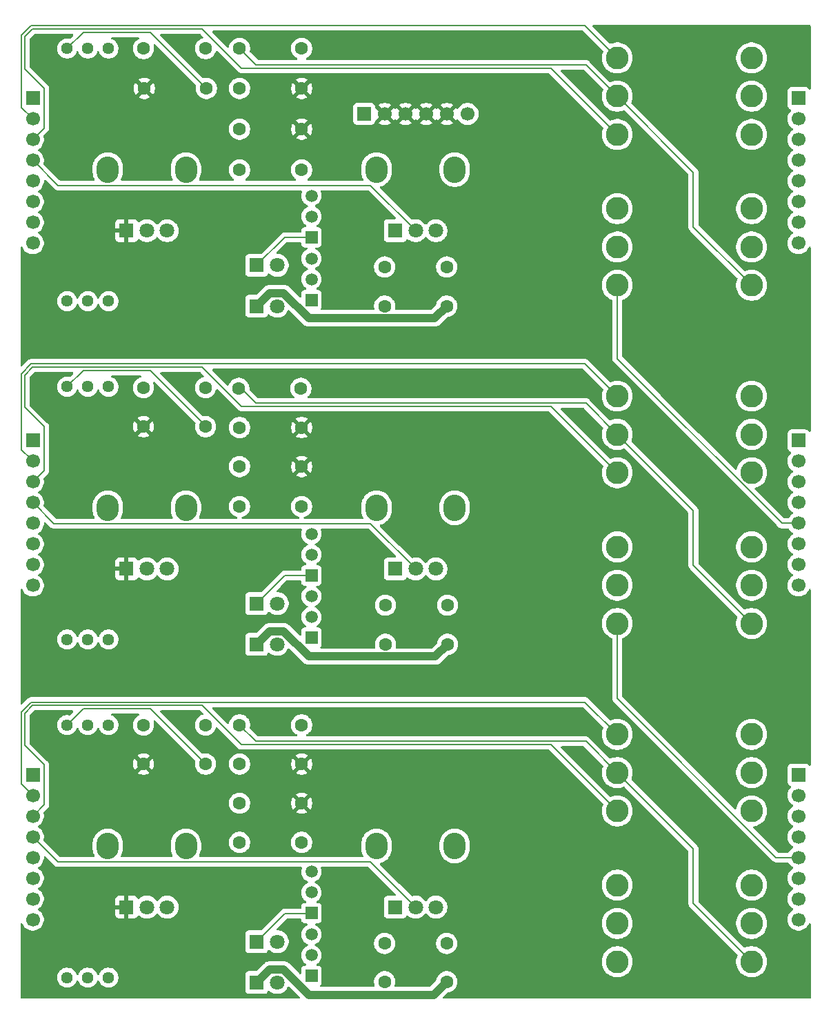
<source format=gbl>
%TF.GenerationSoftware,KiCad,Pcbnew,9.0.7*%
%TF.CreationDate,2026-02-21T19:23:01+01:00*%
%TF.ProjectId,DMH_VCLFO_v2_PCB_Controls,444d485f-5643-44c4-964f-5f76325f5043,1*%
%TF.SameCoordinates,Original*%
%TF.FileFunction,Copper,L2,Bot*%
%TF.FilePolarity,Positive*%
%FSLAX46Y46*%
G04 Gerber Fmt 4.6, Leading zero omitted, Abs format (unit mm)*
G04 Created by KiCad (PCBNEW 9.0.7) date 2026-02-21 19:23:01*
%MOMM*%
%LPD*%
G01*
G04 APERTURE LIST*
%TA.AperFunction,ComponentPad*%
%ADD10C,1.600000*%
%TD*%
%TA.AperFunction,ComponentPad*%
%ADD11C,2.800000*%
%TD*%
%TA.AperFunction,ComponentPad*%
%ADD12R,1.800000X1.800000*%
%TD*%
%TA.AperFunction,ComponentPad*%
%ADD13C,1.800000*%
%TD*%
%TA.AperFunction,ComponentPad*%
%ADD14R,1.500000X1.500000*%
%TD*%
%TA.AperFunction,ComponentPad*%
%ADD15C,1.500000*%
%TD*%
%TA.AperFunction,ComponentPad*%
%ADD16O,2.720000X3.240000*%
%TD*%
%TA.AperFunction,ComponentPad*%
%ADD17C,1.440000*%
%TD*%
%TA.AperFunction,ComponentPad*%
%ADD18R,1.700000X1.700000*%
%TD*%
%TA.AperFunction,ComponentPad*%
%ADD19C,1.700000*%
%TD*%
%TA.AperFunction,Conductor*%
%ADD20C,0.200000*%
%TD*%
%TA.AperFunction,Conductor*%
%ADD21C,1.000000*%
%TD*%
G04 APERTURE END LIST*
D10*
%TO.P,R28,1*%
%TO.N,Net-(R28-Pad1)*%
X96290000Y-119000000D03*
%TO.P,R28,2*%
%TO.N,-12V*%
X103910000Y-119000000D03*
%TD*%
%TO.P,R9,1*%
%TO.N,Net-(R9-Pad1)*%
X66590000Y-45900000D03*
%TO.P,R9,2*%
%TO.N,+12V*%
X74210000Y-45900000D03*
%TD*%
D11*
%TO.P,SW2,1,A*%
%TO.N,A_Rng_Sw_p1_C*%
X124750000Y-56450000D03*
%TO.P,SW2,2,B*%
%TO.N,A_Tri_C*%
X124750000Y-51750000D03*
%TO.P,SW2,3,C*%
%TO.N,A_Rng_Sw_p3_C*%
X124750000Y-47050000D03*
%TD*%
D12*
%TO.P,D3,1,K*%
%TO.N,Net-(D3-K)*%
X80480000Y-114000000D03*
D13*
%TO.P,D3,2,A*%
%TO.N,+12V*%
X83020000Y-114000000D03*
%TD*%
D10*
%TO.P,R49,1*%
%TO.N,Net-(Q6-E)*%
X78390000Y-133700000D03*
%TO.P,R49,2*%
%TO.N,GND*%
X86010000Y-133700000D03*
%TD*%
%TO.P,R32,1*%
%TO.N,Net-(Q4-E)*%
X78390000Y-92400000D03*
%TO.P,R32,2*%
%TO.N,GND*%
X86010000Y-92400000D03*
%TD*%
%TO.P,R29,1*%
%TO.N,GND*%
X66590000Y-92300000D03*
%TO.P,R29,2*%
%TO.N,Net-(R29-Pad2)*%
X74210000Y-92300000D03*
%TD*%
%TO.P,R16,1*%
%TO.N,A_Tri_C*%
X78390000Y-45900000D03*
%TO.P,R16,2*%
%TO.N,Net-(Q2-B)*%
X86010000Y-45900000D03*
%TD*%
D12*
%TO.P,D1,1,K*%
%TO.N,Net-(D1-K)*%
X80480000Y-72500000D03*
D13*
%TO.P,D1,2,A*%
%TO.N,+12V*%
X83020000Y-72500000D03*
%TD*%
D12*
%TO.P,D5,1,K*%
%TO.N,Net-(D5-K)*%
X80480000Y-155500000D03*
D13*
%TO.P,D5,2,A*%
%TO.N,+12V*%
X83020000Y-155500000D03*
%TD*%
D11*
%TO.P,SW10,1,A*%
%TO.N,C_Rng_Sw_p1_C*%
X124750000Y-139450000D03*
%TO.P,SW10,2,B*%
%TO.N,C_Tri_C*%
X124750000Y-134750000D03*
%TO.P,SW10,3,C*%
%TO.N,C_Rng_Sw_p3_C*%
X124750000Y-130050000D03*
%TD*%
D14*
%TO.P,Q5,1,C*%
%TO.N,Net-(D5-K)*%
X87200000Y-151990000D03*
D15*
%TO.P,Q5,2,B*%
%TO.N,Net-(Q5-B)*%
X87200000Y-149450000D03*
%TO.P,Q5,3,E*%
%TO.N,Net-(Q5-E)*%
X87200000Y-146910000D03*
%TD*%
D10*
%TO.P,R31,1*%
%TO.N,Net-(Q3-E)*%
X78390000Y-97200000D03*
%TO.P,R31,2*%
%TO.N,GND*%
X86010000Y-97200000D03*
%TD*%
%TO.P,R15,1*%
%TO.N,Net-(Q2-E)*%
X78390000Y-50800000D03*
%TO.P,R15,2*%
%TO.N,GND*%
X86010000Y-50800000D03*
%TD*%
%TO.P,R13,1*%
%TO.N,A_Tri_C*%
X78390000Y-60800000D03*
%TO.P,R13,2*%
%TO.N,Net-(Q1-B)*%
X86010000Y-60800000D03*
%TD*%
D12*
%TO.P,D4,1,K*%
%TO.N,-12V*%
X80480000Y-119000000D03*
D13*
%TO.P,D4,2,A*%
%TO.N,Net-(D4-A)*%
X83020000Y-119000000D03*
%TD*%
D16*
%TO.P,RV2,*%
%TO.N,*%
X95200000Y-60750000D03*
X104800000Y-60750000D03*
D12*
%TO.P,RV2,1,1*%
%TO.N,Net-(R11-Pad1)*%
X97500000Y-68250000D03*
D13*
%TO.P,RV2,2,2*%
%TO.N,A_Freq_Pot_p2_C*%
X100000000Y-68250000D03*
%TO.P,RV2,3,3*%
%TO.N,Net-(R7-Pad2)*%
X102500000Y-68250000D03*
%TD*%
D11*
%TO.P,SW8,1,A*%
%TO.N,B_Tri_C*%
X141250000Y-116450000D03*
%TO.P,SW8,2,B*%
%TO.N,B_Sin_Tri_Sw_p2_C*%
X141250000Y-111750000D03*
%TO.P,SW8,3,C*%
%TO.N,B_Sin_C*%
X141250000Y-107050000D03*
%TD*%
D17*
%TO.P,RV3,1,1*%
%TO.N,Net-(R12-Pad2)*%
X57200000Y-45900000D03*
%TO.P,RV3,2,2*%
%TO.N,A_FRng_Trim_p2_C*%
X59740000Y-45900000D03*
%TO.P,RV3,3,3*%
%TO.N,Net-(R9-Pad1)*%
X62280000Y-45900000D03*
%TD*%
D16*
%TO.P,RV9,*%
%TO.N,*%
X62200000Y-143750000D03*
X71800000Y-143750000D03*
D12*
%TO.P,RV9,1,1*%
%TO.N,GND*%
X64500000Y-151250000D03*
D13*
%TO.P,RV9,2,2*%
%TO.N,C_CV_Amt_Pot_p2_C*%
X67000000Y-151250000D03*
%TO.P,RV9,3,3*%
%TO.N,C_CV_Amt_Pot_p3_C*%
X69500000Y-151250000D03*
%TD*%
D16*
%TO.P,RV6,*%
%TO.N,*%
X95200000Y-102250000D03*
X104800000Y-102250000D03*
D12*
%TO.P,RV6,1,1*%
%TO.N,Net-(R28-Pad1)*%
X97500000Y-109750000D03*
D13*
%TO.P,RV6,2,2*%
%TO.N,B_Freq_Pot_p2_C*%
X100000000Y-109750000D03*
%TO.P,RV6,3,3*%
%TO.N,Net-(R24-Pad2)*%
X102500000Y-109750000D03*
%TD*%
D10*
%TO.P,R48,1*%
%TO.N,Net-(Q5-E)*%
X78390000Y-138500000D03*
%TO.P,R48,2*%
%TO.N,GND*%
X86010000Y-138500000D03*
%TD*%
%TO.P,R46,1*%
%TO.N,GND*%
X66590000Y-133700000D03*
%TO.P,R46,2*%
%TO.N,Net-(R46-Pad2)*%
X74210000Y-133700000D03*
%TD*%
D11*
%TO.P,SW5,1,A*%
%TO.N,Bus_CV_C*%
X124750000Y-116450000D03*
%TO.P,SW5,2,B*%
%TO.N,B_BusCV_Sw_p2_C*%
X124750000Y-111750000D03*
%TO.P,SW5,3,C*%
%TO.N,unconnected-(SW5-C-Pad3)*%
X124750000Y-107050000D03*
%TD*%
D12*
%TO.P,D6,1,K*%
%TO.N,-12V*%
X80480000Y-160500000D03*
D13*
%TO.P,D6,2,A*%
%TO.N,Net-(D6-A)*%
X83020000Y-160500000D03*
%TD*%
D11*
%TO.P,SW4,1,A*%
%TO.N,A_Tri_C*%
X141250000Y-74950000D03*
%TO.P,SW4,2,B*%
%TO.N,A_Sin_Tri_Sw_p2_C*%
X141250000Y-70250000D03*
%TO.P,SW4,3,C*%
%TO.N,A_Sin_C*%
X141250000Y-65550000D03*
%TD*%
%TO.P,SW12,1,A*%
%TO.N,C_Tri_C*%
X141250000Y-157950000D03*
%TO.P,SW12,2,B*%
%TO.N,C_Sin_Tri_Sw_p2_C*%
X141250000Y-153250000D03*
%TO.P,SW12,3,C*%
%TO.N,C_Sin_C*%
X141250000Y-148550000D03*
%TD*%
D10*
%TO.P,R33,1*%
%TO.N,B_Tri_C*%
X78290000Y-87600000D03*
%TO.P,R33,2*%
%TO.N,Net-(Q4-B)*%
X85910000Y-87600000D03*
%TD*%
D12*
%TO.P,D2,1,K*%
%TO.N,-12V*%
X80480000Y-77500000D03*
D13*
%TO.P,D2,2,A*%
%TO.N,Net-(D2-A)*%
X83020000Y-77500000D03*
%TD*%
D11*
%TO.P,SW9,1,A*%
%TO.N,Bus_CV_C*%
X124750000Y-157950000D03*
%TO.P,SW9,2,B*%
%TO.N,C_BusCV_Sw_p2_C*%
X124750000Y-153250000D03*
%TO.P,SW9,3,C*%
%TO.N,unconnected-(SW9-C-Pad3)*%
X124750000Y-148550000D03*
%TD*%
%TO.P,SW7,1,A*%
%TO.N,B_Rnd_C*%
X141250000Y-97950000D03*
%TO.P,SW7,2,B*%
%TO.N,B_Rmp_Rnd_Sw_p2_C*%
X141250000Y-93250000D03*
%TO.P,SW7,3,C*%
%TO.N,B_Rmp_C*%
X141250000Y-88550000D03*
%TD*%
D10*
%TO.P,R26,1*%
%TO.N,Net-(R26-Pad1)*%
X66590000Y-87500000D03*
%TO.P,R26,2*%
%TO.N,+12V*%
X74210000Y-87500000D03*
%TD*%
D17*
%TO.P,RV7,1,1*%
%TO.N,Net-(R29-Pad2)*%
X57200000Y-87400000D03*
%TO.P,RV7,2,2*%
%TO.N,B_FRng_Trim_p2_C*%
X59740000Y-87400000D03*
%TO.P,RV7,3,3*%
%TO.N,Net-(R26-Pad1)*%
X62280000Y-87400000D03*
%TD*%
%TO.P,RV4,1,1*%
%TO.N,A_VOct_Trim_p12_C*%
X57200000Y-76900000D03*
%TO.P,RV4,2,2*%
X59740000Y-76900000D03*
%TO.P,RV4,3,3*%
%TO.N,A_VOct_Trim_p3_C*%
X62280000Y-76900000D03*
%TD*%
D10*
%TO.P,R50,1*%
%TO.N,C_Tri_C*%
X78390000Y-128900000D03*
%TO.P,R50,2*%
%TO.N,Net-(Q6-B)*%
X86010000Y-128900000D03*
%TD*%
D11*
%TO.P,SW11,1,A*%
%TO.N,C_Rnd_C*%
X141250000Y-139450000D03*
%TO.P,SW11,2,B*%
%TO.N,C_Rmp_Rnd_Sw_p2_C*%
X141250000Y-134750000D03*
%TO.P,SW11,3,C*%
%TO.N,C_Rmp_C*%
X141250000Y-130050000D03*
%TD*%
D14*
%TO.P,Q3,1,C*%
%TO.N,Net-(D3-K)*%
X87200000Y-110550000D03*
D15*
%TO.P,Q3,2,B*%
%TO.N,Net-(Q3-B)*%
X87200000Y-108010000D03*
%TO.P,Q3,3,E*%
%TO.N,Net-(Q3-E)*%
X87200000Y-105470000D03*
%TD*%
D14*
%TO.P,Q6,1,C*%
%TO.N,Net-(D6-A)*%
X87200000Y-159690000D03*
D15*
%TO.P,Q6,2,B*%
%TO.N,Net-(Q6-B)*%
X87200000Y-157150000D03*
%TO.P,Q6,3,E*%
%TO.N,Net-(Q6-E)*%
X87200000Y-154610000D03*
%TD*%
D10*
%TO.P,R12,1*%
%TO.N,GND*%
X66690000Y-50800000D03*
%TO.P,R12,2*%
%TO.N,Net-(R12-Pad2)*%
X74310000Y-50800000D03*
%TD*%
D17*
%TO.P,RV12,1,1*%
%TO.N,C_VOct_Trim_p12_C*%
X57200000Y-159900000D03*
%TO.P,RV12,2,2*%
X59740000Y-159900000D03*
%TO.P,RV12,3,3*%
%TO.N,C_VOct_Trim_p3_C*%
X62280000Y-159900000D03*
%TD*%
D14*
%TO.P,Q2,1,C*%
%TO.N,Net-(D2-A)*%
X87200000Y-76750000D03*
D15*
%TO.P,Q2,2,B*%
%TO.N,Net-(Q2-B)*%
X87200000Y-74210000D03*
%TO.P,Q2,3,E*%
%TO.N,Net-(Q2-E)*%
X87200000Y-71670000D03*
%TD*%
D10*
%TO.P,R47,1*%
%TO.N,C_Tri_C*%
X78390000Y-143300000D03*
%TO.P,R47,2*%
%TO.N,Net-(Q5-B)*%
X86010000Y-143300000D03*
%TD*%
D17*
%TO.P,RV8,1,1*%
%TO.N,B_VOct_Trim_p12_C*%
X57200000Y-118400000D03*
%TO.P,RV8,2,2*%
X59740000Y-118400000D03*
%TO.P,RV8,3,3*%
%TO.N,B_VOct_Trim_p3_C*%
X62280000Y-118400000D03*
%TD*%
D10*
%TO.P,R14,1*%
%TO.N,Net-(Q1-E)*%
X78390000Y-55800000D03*
%TO.P,R14,2*%
%TO.N,GND*%
X86010000Y-55800000D03*
%TD*%
%TO.P,R45,1*%
%TO.N,Net-(R45-Pad1)*%
X96190000Y-160400000D03*
%TO.P,R45,2*%
%TO.N,-12V*%
X103810000Y-160400000D03*
%TD*%
D16*
%TO.P,RV10,*%
%TO.N,*%
X95200000Y-143750000D03*
X104800000Y-143750000D03*
D12*
%TO.P,RV10,1,1*%
%TO.N,Net-(R45-Pad1)*%
X97500000Y-151250000D03*
D13*
%TO.P,RV10,2,2*%
%TO.N,C_Freq_Pot_p2_C*%
X100000000Y-151250000D03*
%TO.P,RV10,3,3*%
%TO.N,Net-(R41-Pad2)*%
X102500000Y-151250000D03*
%TD*%
D14*
%TO.P,Q1,1,C*%
%TO.N,Net-(D1-K)*%
X87200000Y-69050000D03*
D15*
%TO.P,Q1,2,B*%
%TO.N,Net-(Q1-B)*%
X87200000Y-66510000D03*
%TO.P,Q1,3,E*%
%TO.N,Net-(Q1-E)*%
X87200000Y-63970000D03*
%TD*%
D10*
%TO.P,R24,1*%
%TO.N,+12V*%
X96290000Y-114200000D03*
%TO.P,R24,2*%
%TO.N,Net-(R24-Pad2)*%
X103910000Y-114200000D03*
%TD*%
%TO.P,R43,1*%
%TO.N,Net-(R43-Pad1)*%
X66590000Y-128900000D03*
%TO.P,R43,2*%
%TO.N,+12V*%
X74210000Y-128900000D03*
%TD*%
%TO.P,R30,1*%
%TO.N,B_Tri_C*%
X78390000Y-102100000D03*
%TO.P,R30,2*%
%TO.N,Net-(Q3-B)*%
X86010000Y-102100000D03*
%TD*%
D11*
%TO.P,SW3,1,A*%
%TO.N,A_Rnd_C*%
X141250000Y-56450000D03*
%TO.P,SW3,2,B*%
%TO.N,A_Rmp_Rnd_Sw_p2_C*%
X141250000Y-51750000D03*
%TO.P,SW3,3,C*%
%TO.N,A_Rmp_C*%
X141250000Y-47050000D03*
%TD*%
D16*
%TO.P,RV1,*%
%TO.N,*%
X62200000Y-60750000D03*
X71800000Y-60750000D03*
D12*
%TO.P,RV1,1,1*%
%TO.N,GND*%
X64500000Y-68250000D03*
D13*
%TO.P,RV1,2,2*%
%TO.N,A_CV_Amt_Pot_p2_C*%
X67000000Y-68250000D03*
%TO.P,RV1,3,3*%
%TO.N,A_CV_Amt_Pot_p3_C*%
X69500000Y-68250000D03*
%TD*%
D17*
%TO.P,RV11,1,1*%
%TO.N,Net-(R46-Pad2)*%
X57200000Y-128900000D03*
%TO.P,RV11,2,2*%
%TO.N,C_FRng_Trim_p2_C*%
X59740000Y-128900000D03*
%TO.P,RV11,3,3*%
%TO.N,Net-(R43-Pad1)*%
X62280000Y-128900000D03*
%TD*%
D10*
%TO.P,R11,1*%
%TO.N,Net-(R11-Pad1)*%
X96190000Y-77500000D03*
%TO.P,R11,2*%
%TO.N,-12V*%
X103810000Y-77500000D03*
%TD*%
%TO.P,R41,1*%
%TO.N,+12V*%
X96190000Y-155700000D03*
%TO.P,R41,2*%
%TO.N,Net-(R41-Pad2)*%
X103810000Y-155700000D03*
%TD*%
D14*
%TO.P,Q4,1,C*%
%TO.N,Net-(D4-A)*%
X87200000Y-118190000D03*
D15*
%TO.P,Q4,2,B*%
%TO.N,Net-(Q4-B)*%
X87200000Y-115650000D03*
%TO.P,Q4,3,E*%
%TO.N,Net-(Q4-E)*%
X87200000Y-113110000D03*
%TD*%
D11*
%TO.P,SW1,1,A*%
%TO.N,Bus_CV_C*%
X124750000Y-74950000D03*
%TO.P,SW1,2,B*%
%TO.N,A_BusCV_Sw_p2_C*%
X124750000Y-70250000D03*
%TO.P,SW1,3,C*%
%TO.N,unconnected-(SW1-C-Pad3)*%
X124750000Y-65550000D03*
%TD*%
%TO.P,SW6,1,A*%
%TO.N,B_Rng_Sw_p1_C*%
X124750000Y-97950000D03*
%TO.P,SW6,2,B*%
%TO.N,B_Tri_C*%
X124750000Y-93250000D03*
%TO.P,SW6,3,C*%
%TO.N,B_Rng_Sw_p3_C*%
X124750000Y-88550000D03*
%TD*%
D10*
%TO.P,R7,1*%
%TO.N,+12V*%
X96190000Y-72700000D03*
%TO.P,R7,2*%
%TO.N,Net-(R7-Pad2)*%
X103810000Y-72700000D03*
%TD*%
D16*
%TO.P,RV5,*%
%TO.N,*%
X62200000Y-102250000D03*
X71800000Y-102250000D03*
D12*
%TO.P,RV5,1,1*%
%TO.N,GND*%
X64500000Y-109750000D03*
D13*
%TO.P,RV5,2,2*%
%TO.N,B_CV_Amt_Pot_p2_C*%
X67000000Y-109750000D03*
%TO.P,RV5,3,3*%
%TO.N,B_CV_Amt_Pot_p3_C*%
X69500000Y-109750000D03*
%TD*%
D18*
%TO.P,J19,1,Pin_1*%
%TO.N,A_FRng_Trim_p2_C*%
X53000000Y-52000000D03*
D19*
%TO.P,J19,2,Pin_2*%
%TO.N,A_Rng_Sw_p3_C*%
X53000000Y-54540000D03*
%TO.P,J19,3,Pin_3*%
%TO.N,A_Rng_Sw_p1_C*%
X53000000Y-57080000D03*
%TO.P,J19,4,Pin_4*%
%TO.N,A_Freq_Pot_p2_C*%
X53000000Y-59620000D03*
%TO.P,J19,5,Pin_5*%
%TO.N,A_CV_Amt_Pot_p3_C*%
X53000000Y-62160000D03*
%TO.P,J19,6,Pin_6*%
%TO.N,A_CV_Amt_Pot_p2_C*%
X53000000Y-64700000D03*
%TO.P,J19,7,Pin_7*%
%TO.N,A_VOct_Trim_p3_C*%
X53000000Y-67240000D03*
%TO.P,J19,8,Pin_8*%
%TO.N,A_VOct_Trim_p12_C*%
X53000000Y-69780000D03*
%TD*%
D18*
%TO.P,J29,1,Pin_1*%
%TO.N,C_FRng_Trim_p2_C*%
X53000000Y-135000000D03*
D19*
%TO.P,J29,2,Pin_2*%
%TO.N,C_Rng_Sw_p3_C*%
X53000000Y-137540000D03*
%TO.P,J29,3,Pin_3*%
%TO.N,C_Rng_Sw_p1_C*%
X53000000Y-140080000D03*
%TO.P,J29,4,Pin_4*%
%TO.N,C_Freq_Pot_p2_C*%
X53000000Y-142620000D03*
%TO.P,J29,5,Pin_5*%
%TO.N,C_CV_Amt_Pot_p3_C*%
X53000000Y-145160000D03*
%TO.P,J29,6,Pin_6*%
%TO.N,C_CV_Amt_Pot_p2_C*%
X53000000Y-147700000D03*
%TO.P,J29,7,Pin_7*%
%TO.N,C_VOct_Trim_p3_C*%
X53000000Y-150240000D03*
%TO.P,J29,8,Pin_8*%
%TO.N,C_VOct_Trim_p12_C*%
X53000000Y-152780000D03*
%TD*%
D18*
%TO.P,J24,1,Pin_1*%
%TO.N,B_FRng_Trim_p2_C*%
X53000000Y-94000000D03*
D19*
%TO.P,J24,2,Pin_2*%
%TO.N,B_Rng_Sw_p3_C*%
X53000000Y-96540000D03*
%TO.P,J24,3,Pin_3*%
%TO.N,B_Rng_Sw_p1_C*%
X53000000Y-99080000D03*
%TO.P,J24,4,Pin_4*%
%TO.N,B_Freq_Pot_p2_C*%
X53000000Y-101620000D03*
%TO.P,J24,5,Pin_5*%
%TO.N,B_CV_Amt_Pot_p3_C*%
X53000000Y-104160000D03*
%TO.P,J24,6,Pin_6*%
%TO.N,B_CV_Amt_Pot_p2_C*%
X53000000Y-106700000D03*
%TO.P,J24,7,Pin_7*%
%TO.N,B_VOct_Trim_p3_C*%
X53000000Y-109240000D03*
%TO.P,J24,8,Pin_8*%
%TO.N,B_VOct_Trim_p12_C*%
X53000000Y-111780000D03*
%TD*%
D18*
%TO.P,J54,1,Pin_1*%
%TO.N,+12V*%
X93675000Y-53925000D03*
D19*
%TO.P,J54,2,Pin_2*%
%TO.N,GND*%
X96215000Y-53925000D03*
%TO.P,J54,3,Pin_3*%
X98755000Y-53925000D03*
%TO.P,J54,4,Pin_4*%
X101295000Y-53925000D03*
%TO.P,J54,5,Pin_5*%
X103835000Y-53925000D03*
%TO.P,J54,6,Pin_6*%
%TO.N,-12V*%
X106375000Y-53925000D03*
%TD*%
D18*
%TO.P,J20,1,Pin_1*%
%TO.N,A_Rmp_C*%
X147000000Y-52000000D03*
D19*
%TO.P,J20,2,Pin_2*%
%TO.N,A_Rmp_Rnd_Sw_p2_C*%
X147000000Y-54540000D03*
%TO.P,J20,3,Pin_3*%
%TO.N,A_Rnd_C*%
X147000000Y-57080000D03*
%TO.P,J20,4,Pin_4*%
%TO.N,A_BusCV_Sw_p2_C*%
X147000000Y-59620000D03*
%TO.P,J20,5,Pin_5*%
%TO.N,Bus_CV_C*%
X147000000Y-62160000D03*
%TO.P,J20,6,Pin_6*%
%TO.N,A_Sin_C*%
X147000000Y-64700000D03*
%TO.P,J20,7,Pin_7*%
%TO.N,A_Sin_Tri_Sw_p2_C*%
X147000000Y-67240000D03*
%TO.P,J20,8,Pin_8*%
%TO.N,A_Tri_C*%
X147000000Y-69780000D03*
%TD*%
D18*
%TO.P,J25,1,Pin_1*%
%TO.N,B_Rmp_C*%
X147000000Y-94000000D03*
D19*
%TO.P,J25,2,Pin_2*%
%TO.N,B_Rmp_Rnd_Sw_p2_C*%
X147000000Y-96540000D03*
%TO.P,J25,3,Pin_3*%
%TO.N,B_Rnd_C*%
X147000000Y-99080000D03*
%TO.P,J25,4,Pin_4*%
%TO.N,B_BusCV_Sw_p2_C*%
X147000000Y-101620000D03*
%TO.P,J25,5,Pin_5*%
%TO.N,Bus_CV_C*%
X147000000Y-104160000D03*
%TO.P,J25,6,Pin_6*%
%TO.N,B_Sin_C*%
X147000000Y-106700000D03*
%TO.P,J25,7,Pin_7*%
%TO.N,B_Sin_Tri_Sw_p2_C*%
X147000000Y-109240000D03*
%TO.P,J25,8,Pin_8*%
%TO.N,B_Tri_C*%
X147000000Y-111780000D03*
%TD*%
D18*
%TO.P,J30,1,Pin_1*%
%TO.N,C_Rmp_C*%
X147000000Y-135000000D03*
D19*
%TO.P,J30,2,Pin_2*%
%TO.N,C_Rmp_Rnd_Sw_p2_C*%
X147000000Y-137540000D03*
%TO.P,J30,3,Pin_3*%
%TO.N,C_Rnd_C*%
X147000000Y-140080000D03*
%TO.P,J30,4,Pin_4*%
%TO.N,C_BusCV_Sw_p2_C*%
X147000000Y-142620000D03*
%TO.P,J30,5,Pin_5*%
%TO.N,Bus_CV_C*%
X147000000Y-145160000D03*
%TO.P,J30,6,Pin_6*%
%TO.N,C_Sin_C*%
X147000000Y-147700000D03*
%TO.P,J30,7,Pin_7*%
%TO.N,C_Sin_Tri_Sw_p2_C*%
X147000000Y-150240000D03*
%TO.P,J30,8,Pin_8*%
%TO.N,C_Tri_C*%
X147000000Y-152780000D03*
%TD*%
D20*
%TO.N,Net-(D1-K)*%
X80480000Y-72500000D02*
X83930000Y-69050000D01*
X83930000Y-69050000D02*
X87200000Y-69050000D01*
D21*
%TO.N,-12V*%
X102211000Y-161999000D02*
X103810000Y-160400000D01*
X83799000Y-75899000D02*
X82081000Y-75899000D01*
X82081000Y-117399000D02*
X80480000Y-119000000D01*
X86901000Y-120501000D02*
X83799000Y-117399000D01*
X103910000Y-119000000D02*
X102409000Y-120501000D01*
X102409000Y-120501000D02*
X86901000Y-120501000D01*
X102309000Y-79001000D02*
X86901000Y-79001000D01*
X86901000Y-79001000D02*
X83799000Y-75899000D01*
X82081000Y-75899000D02*
X80480000Y-77500000D01*
X82081000Y-158899000D02*
X80480000Y-160500000D01*
X86899000Y-161999000D02*
X83799000Y-158899000D01*
X83799000Y-158899000D02*
X82081000Y-158899000D01*
X103810000Y-77500000D02*
X102309000Y-79001000D01*
X86899000Y-161999000D02*
X102211000Y-161999000D01*
X83799000Y-117399000D02*
X82081000Y-117399000D01*
D20*
%TO.N,Net-(D3-K)*%
X83930000Y-110550000D02*
X87200000Y-110550000D01*
X80480000Y-114000000D02*
X83930000Y-110550000D01*
%TO.N,Net-(D5-K)*%
X80480000Y-155500000D02*
X83930000Y-152050000D01*
X83930000Y-152050000D02*
X87200000Y-152050000D01*
%TO.N,A_Rng_Sw_p3_C*%
X120801000Y-43101000D02*
X124750000Y-47050000D01*
X51601000Y-53141000D02*
X51601000Y-44299000D01*
X53000000Y-54540000D02*
X51601000Y-53141000D01*
X51601000Y-44299000D02*
X52799000Y-43101000D01*
X52799000Y-43101000D02*
X120801000Y-43101000D01*
%TO.N,A_Rng_Sw_p1_C*%
X52002000Y-44465100D02*
X52965100Y-43502000D01*
X73802000Y-43502000D02*
X78600000Y-48300000D01*
X53000000Y-57080000D02*
X54400000Y-55680000D01*
X54400000Y-50800000D02*
X52002000Y-48402000D01*
X53000000Y-57080000D02*
X53111013Y-57080000D01*
X52965100Y-43502000D02*
X73802000Y-43502000D01*
X116600000Y-48300000D02*
X124750000Y-56450000D01*
X78600000Y-48300000D02*
X116600000Y-48300000D01*
X54400000Y-55680000D02*
X54400000Y-50800000D01*
X52002000Y-48402000D02*
X52002000Y-44465100D01*
%TO.N,A_Freq_Pot_p2_C*%
X56080000Y-62700000D02*
X94450000Y-62700000D01*
X94450000Y-62700000D02*
X100000000Y-68250000D01*
X53000000Y-59620000D02*
X56080000Y-62700000D01*
%TO.N,A_Tri_C*%
X134100000Y-61100000D02*
X134100000Y-67800000D01*
X80389000Y-47899000D02*
X120899000Y-47899000D01*
X78390000Y-45900000D02*
X80389000Y-47899000D01*
X134100000Y-67800000D02*
X141250000Y-74950000D01*
X124750000Y-51750000D02*
X134100000Y-61100000D01*
X120899000Y-47899000D02*
X124750000Y-51750000D01*
%TO.N,Bus_CV_C*%
X144960000Y-104160000D02*
X147000000Y-104160000D01*
X124750000Y-74950000D02*
X124750000Y-83950000D01*
X124750000Y-83950000D02*
X144960000Y-104160000D01*
X124750000Y-116450000D02*
X124750000Y-125650000D01*
X124750000Y-125650000D02*
X144260000Y-145160000D01*
X144260000Y-145160000D02*
X147000000Y-145160000D01*
%TO.N,B_Freq_Pot_p2_C*%
X55580000Y-104200000D02*
X94450000Y-104200000D01*
X94450000Y-104200000D02*
X100000000Y-109750000D01*
X53000000Y-101620000D02*
X55580000Y-104200000D01*
%TO.N,B_Rng_Sw_p1_C*%
X116600000Y-89800000D02*
X124750000Y-97950000D01*
X52965100Y-85002000D02*
X73802000Y-85002000D01*
X73802000Y-85002000D02*
X78600000Y-89800000D01*
X78600000Y-89800000D02*
X116600000Y-89800000D01*
X52002000Y-89902000D02*
X52002000Y-85965100D01*
X52002000Y-85965100D02*
X52965100Y-85002000D01*
X54400000Y-92300000D02*
X52002000Y-89902000D01*
X54400000Y-97680000D02*
X54400000Y-92300000D01*
X53000000Y-99080000D02*
X54400000Y-97680000D01*
%TO.N,B_Rng_Sw_p3_C*%
X51601000Y-85799000D02*
X52799000Y-84601000D01*
X120801000Y-84601000D02*
X124750000Y-88550000D01*
X52799000Y-84601000D02*
X120801000Y-84601000D01*
X53000000Y-96040000D02*
X52750000Y-96290000D01*
X52750000Y-96290000D02*
X51601000Y-95141000D01*
X51601000Y-95141000D02*
X51601000Y-85799000D01*
%TO.N,B_Tri_C*%
X124750000Y-93250000D02*
X134100000Y-102600000D01*
X134100000Y-109300000D02*
X141250000Y-116450000D01*
X120899000Y-89399000D02*
X124750000Y-93250000D01*
X134100000Y-102600000D02*
X134100000Y-109300000D01*
X78390000Y-87400000D02*
X80389000Y-89399000D01*
X80389000Y-89399000D02*
X120899000Y-89399000D01*
%TO.N,C_Rng_Sw_p3_C*%
X52799000Y-126101000D02*
X120801000Y-126101000D01*
X51601000Y-127299000D02*
X52799000Y-126101000D01*
X53000000Y-137540000D02*
X51601000Y-136141000D01*
X120801000Y-126101000D02*
X124750000Y-130050000D01*
X51601000Y-136141000D02*
X51601000Y-127299000D01*
%TO.N,C_Rng_Sw_p1_C*%
X52002000Y-131402000D02*
X52002000Y-127465100D01*
X116600000Y-131300000D02*
X124750000Y-139450000D01*
X52965100Y-126502000D02*
X73802000Y-126502000D01*
X78600000Y-131300000D02*
X116600000Y-131300000D01*
X52002000Y-127465100D02*
X52965100Y-126502000D01*
X54400000Y-138680000D02*
X54400000Y-133800000D01*
X53000000Y-140080000D02*
X54400000Y-138680000D01*
X53000000Y-140080000D02*
X53111013Y-140080000D01*
X73802000Y-126502000D02*
X78600000Y-131300000D01*
X54400000Y-133800000D02*
X52002000Y-131402000D01*
%TO.N,C_Freq_Pot_p2_C*%
X56080000Y-145700000D02*
X94450000Y-145700000D01*
X94450000Y-145700000D02*
X100000000Y-151250000D01*
X53000000Y-142620000D02*
X56080000Y-145700000D01*
%TO.N,C_Tri_C*%
X134100000Y-150800000D02*
X141250000Y-157950000D01*
X78390000Y-128900000D02*
X80389000Y-130899000D01*
X124750000Y-134750000D02*
X134100000Y-144100000D01*
X120899000Y-130899000D02*
X124750000Y-134750000D01*
X134100000Y-144100000D02*
X134100000Y-150800000D01*
X80389000Y-130899000D02*
X120899000Y-130899000D01*
%TO.N,Net-(R12-Pad2)*%
X57200000Y-45900000D02*
X59197000Y-43903000D01*
X67413000Y-43903000D02*
X74310000Y-50800000D01*
X59197000Y-43903000D02*
X67413000Y-43903000D01*
%TO.N,Net-(R29-Pad2)*%
X67413000Y-85403000D02*
X74310000Y-92300000D01*
X57200000Y-87400000D02*
X59197000Y-85403000D01*
X59197000Y-85403000D02*
X67413000Y-85403000D01*
%TO.N,Net-(R46-Pad2)*%
X59197000Y-126903000D02*
X67413000Y-126903000D01*
X57200000Y-128900000D02*
X59197000Y-126903000D01*
X67413000Y-126903000D02*
X74310000Y-133800000D01*
%TD*%
%TA.AperFunction,Conductor*%
%TO.N,GND*%
G36*
X54555703Y-145025385D02*
G01*
X54562181Y-145031417D01*
X55711284Y-146180520D01*
X55711286Y-146180521D01*
X55711290Y-146180524D01*
X55848209Y-146259573D01*
X55848216Y-146259577D01*
X56000943Y-146300501D01*
X56000945Y-146300501D01*
X56166654Y-146300501D01*
X56166670Y-146300500D01*
X85912514Y-146300500D01*
X85979553Y-146320185D01*
X86025308Y-146372989D01*
X86035252Y-146442147D01*
X86030446Y-146462811D01*
X86017893Y-146501447D01*
X85980290Y-146617173D01*
X85949500Y-146811577D01*
X85949500Y-147008422D01*
X85980290Y-147202826D01*
X86041117Y-147390029D01*
X86130476Y-147565405D01*
X86246172Y-147724646D01*
X86385354Y-147863828D01*
X86544595Y-147979524D01*
X86616653Y-148016239D01*
X86721213Y-148069515D01*
X86772009Y-148117489D01*
X86788804Y-148185310D01*
X86766267Y-148251445D01*
X86721213Y-148290485D01*
X86544594Y-148380476D01*
X86482706Y-148425441D01*
X86385354Y-148496172D01*
X86385352Y-148496174D01*
X86385351Y-148496174D01*
X86246174Y-148635351D01*
X86246174Y-148635352D01*
X86246172Y-148635354D01*
X86217676Y-148674575D01*
X86130476Y-148794594D01*
X86041117Y-148969970D01*
X85980290Y-149157173D01*
X85949500Y-149351577D01*
X85949500Y-149548422D01*
X85980290Y-149742826D01*
X86041117Y-149930029D01*
X86073107Y-149992812D01*
X86130476Y-150105405D01*
X86246172Y-150264646D01*
X86385354Y-150403828D01*
X86538621Y-150515184D01*
X86581285Y-150570512D01*
X86587264Y-150640125D01*
X86554658Y-150701920D01*
X86493819Y-150736278D01*
X86465736Y-150739500D01*
X86402130Y-150739500D01*
X86402123Y-150739501D01*
X86342516Y-150745908D01*
X86207671Y-150796202D01*
X86207664Y-150796206D01*
X86092455Y-150882452D01*
X86092452Y-150882455D01*
X86006206Y-150997664D01*
X86006202Y-150997671D01*
X85955908Y-151132517D01*
X85950355Y-151184174D01*
X85949501Y-151192123D01*
X85949500Y-151192135D01*
X85949500Y-151325500D01*
X85929815Y-151392539D01*
X85877011Y-151438294D01*
X85825500Y-151449500D01*
X84016670Y-151449500D01*
X84016654Y-151449499D01*
X84009058Y-151449499D01*
X83850943Y-151449499D01*
X83698215Y-151490423D01*
X83698213Y-151490423D01*
X83698213Y-151490424D01*
X83655106Y-151515312D01*
X83609176Y-151541830D01*
X83561281Y-151569482D01*
X81067582Y-154063181D01*
X81006259Y-154096666D01*
X80979901Y-154099500D01*
X79532129Y-154099500D01*
X79532123Y-154099501D01*
X79472516Y-154105908D01*
X79337671Y-154156202D01*
X79337664Y-154156206D01*
X79222455Y-154242452D01*
X79222452Y-154242455D01*
X79136206Y-154357664D01*
X79136202Y-154357671D01*
X79085908Y-154492517D01*
X79079501Y-154552116D01*
X79079500Y-154552135D01*
X79079500Y-156447870D01*
X79079501Y-156447876D01*
X79085908Y-156507483D01*
X79136202Y-156642328D01*
X79136206Y-156642335D01*
X79222452Y-156757544D01*
X79222455Y-156757547D01*
X79337664Y-156843793D01*
X79337671Y-156843797D01*
X79472517Y-156894091D01*
X79472516Y-156894091D01*
X79479444Y-156894835D01*
X79532127Y-156900500D01*
X81427872Y-156900499D01*
X81487483Y-156894091D01*
X81622331Y-156843796D01*
X81737546Y-156757546D01*
X81823796Y-156642331D01*
X81851429Y-156568243D01*
X81853601Y-156562420D01*
X81895471Y-156506486D01*
X81960936Y-156482068D01*
X82029209Y-156496919D01*
X82057464Y-156518071D01*
X82107636Y-156568243D01*
X82107641Y-156568247D01*
X82209603Y-156642326D01*
X82285978Y-156697815D01*
X82414375Y-156763237D01*
X82482393Y-156797895D01*
X82482396Y-156797896D01*
X82587221Y-156831955D01*
X82692049Y-156866015D01*
X82909778Y-156900500D01*
X82909779Y-156900500D01*
X83130221Y-156900500D01*
X83130222Y-156900500D01*
X83347951Y-156866015D01*
X83557606Y-156797895D01*
X83754022Y-156697815D01*
X83932365Y-156568242D01*
X84088242Y-156412365D01*
X84217815Y-156234022D01*
X84317895Y-156037606D01*
X84386015Y-155827951D01*
X84420500Y-155610222D01*
X84420500Y-155389778D01*
X84386015Y-155172049D01*
X84317895Y-154962394D01*
X84317895Y-154962393D01*
X84262046Y-154852786D01*
X84217815Y-154765978D01*
X84201260Y-154743192D01*
X84088247Y-154587641D01*
X84088243Y-154587636D01*
X83932363Y-154431756D01*
X83932358Y-154431752D01*
X83754025Y-154302187D01*
X83754024Y-154302186D01*
X83754022Y-154302185D01*
X83636791Y-154242452D01*
X83557606Y-154202104D01*
X83557603Y-154202103D01*
X83347952Y-154133985D01*
X83239086Y-154116742D01*
X83130222Y-154099500D01*
X83029097Y-154099500D01*
X82962058Y-154079815D01*
X82916303Y-154027011D01*
X82906359Y-153957853D01*
X82935384Y-153894297D01*
X82941416Y-153887819D01*
X83438945Y-153390291D01*
X84142417Y-152686819D01*
X84203740Y-152653334D01*
X84230098Y-152650500D01*
X85825501Y-152650500D01*
X85892540Y-152670185D01*
X85938295Y-152722989D01*
X85949501Y-152774500D01*
X85949501Y-152787876D01*
X85955908Y-152847483D01*
X86006202Y-152982328D01*
X86006206Y-152982335D01*
X86092452Y-153097544D01*
X86092455Y-153097547D01*
X86207664Y-153183793D01*
X86207671Y-153183797D01*
X86342517Y-153234091D01*
X86342516Y-153234091D01*
X86349444Y-153234835D01*
X86402127Y-153240500D01*
X86616835Y-153240499D01*
X86683873Y-153260183D01*
X86729628Y-153312987D01*
X86739572Y-153382145D01*
X86710547Y-153445701D01*
X86673129Y-153474984D01*
X86544594Y-153540476D01*
X86453741Y-153606485D01*
X86385354Y-153656172D01*
X86385352Y-153656174D01*
X86385351Y-153656174D01*
X86246174Y-153795351D01*
X86246174Y-153795352D01*
X86246172Y-153795354D01*
X86235452Y-153810109D01*
X86130476Y-153954594D01*
X86041117Y-154129970D01*
X85980290Y-154317173D01*
X85949500Y-154511577D01*
X85949500Y-154708422D01*
X85980290Y-154902826D01*
X86041117Y-155090029D01*
X86130476Y-155265405D01*
X86246172Y-155424646D01*
X86385354Y-155563828D01*
X86544595Y-155679524D01*
X86667992Y-155742397D01*
X86721213Y-155769515D01*
X86772009Y-155817489D01*
X86788804Y-155885310D01*
X86766267Y-155951445D01*
X86721213Y-155990485D01*
X86544594Y-156080476D01*
X86453741Y-156146485D01*
X86385354Y-156196172D01*
X86385352Y-156196174D01*
X86385351Y-156196174D01*
X86246174Y-156335351D01*
X86246174Y-156335352D01*
X86246172Y-156335354D01*
X86223616Y-156366400D01*
X86130476Y-156494594D01*
X86041117Y-156669970D01*
X85980290Y-156857173D01*
X85949500Y-157051577D01*
X85949500Y-157248422D01*
X85980290Y-157442826D01*
X86041117Y-157630029D01*
X86109930Y-157765081D01*
X86130476Y-157805405D01*
X86246172Y-157964646D01*
X86385354Y-158103828D01*
X86538621Y-158215184D01*
X86581285Y-158270512D01*
X86587264Y-158340125D01*
X86554658Y-158401920D01*
X86493819Y-158436278D01*
X86465736Y-158439500D01*
X86402130Y-158439500D01*
X86402123Y-158439501D01*
X86342516Y-158445908D01*
X86207671Y-158496202D01*
X86207664Y-158496206D01*
X86092455Y-158582452D01*
X86092452Y-158582455D01*
X86006206Y-158697664D01*
X86006202Y-158697671D01*
X85955908Y-158832517D01*
X85949501Y-158892116D01*
X85949501Y-158892123D01*
X85949500Y-158892135D01*
X85949500Y-159335218D01*
X85929815Y-159402257D01*
X85877011Y-159448012D01*
X85807853Y-159457956D01*
X85744297Y-159428931D01*
X85737819Y-159422899D01*
X84580479Y-158265559D01*
X84580459Y-158265537D01*
X84436785Y-158121863D01*
X84436781Y-158121860D01*
X84272920Y-158012371D01*
X84272911Y-158012366D01*
X84200315Y-157982296D01*
X84144165Y-157959038D01*
X84090836Y-157936949D01*
X84090832Y-157936948D01*
X84090828Y-157936946D01*
X83994188Y-157917724D01*
X83897544Y-157898500D01*
X83897541Y-157898500D01*
X81982459Y-157898500D01*
X81982455Y-157898500D01*
X81885812Y-157917724D01*
X81789167Y-157936947D01*
X81789161Y-157936949D01*
X81735834Y-157959037D01*
X81735834Y-157959038D01*
X81690315Y-157977892D01*
X81607089Y-158012366D01*
X81607079Y-158012371D01*
X81443219Y-158121859D01*
X81373540Y-158191538D01*
X81303861Y-158261218D01*
X81303858Y-158261221D01*
X80501897Y-159063181D01*
X80440574Y-159096666D01*
X80414216Y-159099500D01*
X79532129Y-159099500D01*
X79532123Y-159099501D01*
X79472516Y-159105908D01*
X79337671Y-159156202D01*
X79337664Y-159156206D01*
X79222455Y-159242452D01*
X79222452Y-159242455D01*
X79136206Y-159357664D01*
X79136202Y-159357671D01*
X79085908Y-159492517D01*
X79079501Y-159552116D01*
X79079500Y-159552135D01*
X79079500Y-161447870D01*
X79079501Y-161447876D01*
X79085908Y-161507483D01*
X79136202Y-161642328D01*
X79136206Y-161642335D01*
X79222452Y-161757544D01*
X79222455Y-161757547D01*
X79337664Y-161843793D01*
X79337671Y-161843797D01*
X79472517Y-161894091D01*
X79472516Y-161894091D01*
X79479444Y-161894835D01*
X79532127Y-161900500D01*
X81427872Y-161900499D01*
X81487483Y-161894091D01*
X81622331Y-161843796D01*
X81737546Y-161757546D01*
X81823796Y-161642331D01*
X81823798Y-161642326D01*
X81853601Y-161562420D01*
X81895471Y-161506486D01*
X81960936Y-161482068D01*
X82029209Y-161496919D01*
X82057464Y-161518071D01*
X82107636Y-161568243D01*
X82107641Y-161568247D01*
X82158528Y-161605218D01*
X82285978Y-161697815D01*
X82414375Y-161763237D01*
X82482393Y-161797895D01*
X82482396Y-161797896D01*
X82587221Y-161831955D01*
X82692049Y-161866015D01*
X82909778Y-161900500D01*
X82909779Y-161900500D01*
X83130221Y-161900500D01*
X83130222Y-161900500D01*
X83347951Y-161866015D01*
X83557606Y-161797895D01*
X83754022Y-161697815D01*
X83932365Y-161568242D01*
X84088242Y-161412365D01*
X84217815Y-161234022D01*
X84309537Y-161054008D01*
X84357512Y-161003213D01*
X84425333Y-160986418D01*
X84491468Y-161008956D01*
X84507703Y-161022623D01*
X85772899Y-162287819D01*
X85806384Y-162349142D01*
X85801400Y-162418834D01*
X85759528Y-162474767D01*
X85694064Y-162499184D01*
X85685218Y-162499500D01*
X51624500Y-162499500D01*
X51557461Y-162479815D01*
X51511706Y-162427011D01*
X51500500Y-162375500D01*
X51500500Y-159803945D01*
X55979500Y-159803945D01*
X55979500Y-159996054D01*
X56009553Y-160185802D01*
X56068916Y-160368506D01*
X56068918Y-160368509D01*
X56156135Y-160539681D01*
X56269055Y-160695102D01*
X56404898Y-160830945D01*
X56560319Y-160943865D01*
X56731491Y-161031082D01*
X56731493Y-161031083D01*
X56822845Y-161060764D01*
X56914199Y-161090447D01*
X57103945Y-161120500D01*
X57103946Y-161120500D01*
X57296054Y-161120500D01*
X57296055Y-161120500D01*
X57485801Y-161090447D01*
X57668509Y-161031082D01*
X57839681Y-160943865D01*
X57995102Y-160830945D01*
X58130945Y-160695102D01*
X58243865Y-160539681D01*
X58331082Y-160368509D01*
X58349509Y-160311797D01*
X58352069Y-160303919D01*
X58391506Y-160246243D01*
X58455864Y-160219044D01*
X58524711Y-160230958D01*
X58576187Y-160278202D01*
X58587931Y-160303919D01*
X58608915Y-160368504D01*
X58608918Y-160368509D01*
X58696135Y-160539681D01*
X58809055Y-160695102D01*
X58944898Y-160830945D01*
X59100319Y-160943865D01*
X59271491Y-161031082D01*
X59271493Y-161031083D01*
X59362845Y-161060764D01*
X59454199Y-161090447D01*
X59643945Y-161120500D01*
X59643946Y-161120500D01*
X59836054Y-161120500D01*
X59836055Y-161120500D01*
X60025801Y-161090447D01*
X60208509Y-161031082D01*
X60379681Y-160943865D01*
X60535102Y-160830945D01*
X60670945Y-160695102D01*
X60783865Y-160539681D01*
X60871082Y-160368509D01*
X60889509Y-160311797D01*
X60892069Y-160303919D01*
X60931506Y-160246243D01*
X60995864Y-160219044D01*
X61064711Y-160230958D01*
X61116187Y-160278202D01*
X61127931Y-160303919D01*
X61148915Y-160368504D01*
X61148918Y-160368509D01*
X61236135Y-160539681D01*
X61349055Y-160695102D01*
X61484898Y-160830945D01*
X61640319Y-160943865D01*
X61811491Y-161031082D01*
X61811493Y-161031083D01*
X61902845Y-161060764D01*
X61994199Y-161090447D01*
X62183945Y-161120500D01*
X62183946Y-161120500D01*
X62376054Y-161120500D01*
X62376055Y-161120500D01*
X62565801Y-161090447D01*
X62748509Y-161031082D01*
X62919681Y-160943865D01*
X63075102Y-160830945D01*
X63210945Y-160695102D01*
X63323865Y-160539681D01*
X63411082Y-160368509D01*
X63470447Y-160185801D01*
X63500500Y-159996055D01*
X63500500Y-159803945D01*
X63470447Y-159614199D01*
X63440424Y-159521797D01*
X63411083Y-159431493D01*
X63385831Y-159381933D01*
X63323865Y-159260319D01*
X63210945Y-159104898D01*
X63075102Y-158969055D01*
X62919681Y-158856135D01*
X62748506Y-158768916D01*
X62565802Y-158709553D01*
X62470928Y-158694526D01*
X62376055Y-158679500D01*
X62183945Y-158679500D01*
X62120696Y-158689517D01*
X61994197Y-158709553D01*
X61811493Y-158768916D01*
X61640318Y-158856135D01*
X61590769Y-158892135D01*
X61484898Y-158969055D01*
X61484896Y-158969057D01*
X61484895Y-158969057D01*
X61349057Y-159104895D01*
X61349057Y-159104896D01*
X61349055Y-159104898D01*
X61311779Y-159156204D01*
X61236135Y-159260318D01*
X61148916Y-159431493D01*
X61127931Y-159496081D01*
X61088494Y-159553756D01*
X61024135Y-159580955D01*
X60955289Y-159569041D01*
X60903813Y-159521797D01*
X60892069Y-159496081D01*
X60871083Y-159431493D01*
X60845831Y-159381933D01*
X60783865Y-159260319D01*
X60670945Y-159104898D01*
X60535102Y-158969055D01*
X60379681Y-158856135D01*
X60208506Y-158768916D01*
X60025802Y-158709553D01*
X59930928Y-158694526D01*
X59836055Y-158679500D01*
X59643945Y-158679500D01*
X59580696Y-158689517D01*
X59454197Y-158709553D01*
X59271493Y-158768916D01*
X59100318Y-158856135D01*
X59050769Y-158892135D01*
X58944898Y-158969055D01*
X58944896Y-158969057D01*
X58944895Y-158969057D01*
X58809057Y-159104895D01*
X58809057Y-159104896D01*
X58809055Y-159104898D01*
X58771779Y-159156204D01*
X58696135Y-159260318D01*
X58608916Y-159431493D01*
X58587931Y-159496081D01*
X58548494Y-159553756D01*
X58484135Y-159580955D01*
X58415289Y-159569041D01*
X58363813Y-159521797D01*
X58352069Y-159496081D01*
X58331083Y-159431493D01*
X58305831Y-159381933D01*
X58243865Y-159260319D01*
X58130945Y-159104898D01*
X57995102Y-158969055D01*
X57839681Y-158856135D01*
X57668506Y-158768916D01*
X57485802Y-158709553D01*
X57390928Y-158694526D01*
X57296055Y-158679500D01*
X57103945Y-158679500D01*
X57040696Y-158689517D01*
X56914197Y-158709553D01*
X56731493Y-158768916D01*
X56560318Y-158856135D01*
X56510769Y-158892135D01*
X56404898Y-158969055D01*
X56404896Y-158969057D01*
X56404895Y-158969057D01*
X56269057Y-159104895D01*
X56269057Y-159104896D01*
X56269055Y-159104898D01*
X56231779Y-159156204D01*
X56156135Y-159260318D01*
X56068916Y-159431493D01*
X56009553Y-159614197D01*
X55979500Y-159803945D01*
X51500500Y-159803945D01*
X51500500Y-153318226D01*
X51520185Y-153251187D01*
X51572989Y-153205432D01*
X51642147Y-153195488D01*
X51705703Y-153224513D01*
X51742431Y-153279908D01*
X51748444Y-153298414D01*
X51844951Y-153487820D01*
X51969890Y-153659786D01*
X52120213Y-153810109D01*
X52292179Y-153935048D01*
X52292181Y-153935049D01*
X52292184Y-153935051D01*
X52481588Y-154031557D01*
X52683757Y-154097246D01*
X52893713Y-154130500D01*
X52893714Y-154130500D01*
X53106286Y-154130500D01*
X53106287Y-154130500D01*
X53316243Y-154097246D01*
X53518412Y-154031557D01*
X53707816Y-153935051D01*
X53729789Y-153919086D01*
X53879786Y-153810109D01*
X53879788Y-153810106D01*
X53879792Y-153810104D01*
X54030104Y-153659792D01*
X54030106Y-153659788D01*
X54030109Y-153659786D01*
X54155048Y-153487820D01*
X54155047Y-153487820D01*
X54155051Y-153487816D01*
X54251557Y-153298412D01*
X54317246Y-153096243D01*
X54350500Y-152886287D01*
X54350500Y-152673713D01*
X54317246Y-152463757D01*
X54251557Y-152261588D01*
X54155051Y-152072184D01*
X54155049Y-152072181D01*
X54155048Y-152072179D01*
X54030109Y-151900213D01*
X53879786Y-151749890D01*
X53707820Y-151624951D01*
X53707115Y-151624591D01*
X53699054Y-151620485D01*
X53695749Y-151617363D01*
X53691352Y-151616209D01*
X53670580Y-151593593D01*
X53648259Y-151572512D01*
X53647166Y-151568099D01*
X53644090Y-151564750D01*
X53638842Y-151534490D01*
X53631463Y-151504692D01*
X53632929Y-151500389D01*
X53632152Y-151495907D01*
X53644096Y-151467617D01*
X53653999Y-151438556D01*
X53658055Y-151434556D01*
X53659329Y-151431539D01*
X53669110Y-151423653D01*
X53685323Y-151407666D01*
X53691927Y-151403146D01*
X53707816Y-151395051D01*
X53879792Y-151270104D01*
X54030104Y-151119792D01*
X54030106Y-151119788D01*
X54030109Y-151119786D01*
X54155048Y-150947820D01*
X54155047Y-150947820D01*
X54155051Y-150947816D01*
X54251557Y-150758412D01*
X54317246Y-150556243D01*
X54350500Y-150346287D01*
X54350500Y-150302155D01*
X63100000Y-150302155D01*
X63100000Y-151000000D01*
X64066988Y-151000000D01*
X64034075Y-151057007D01*
X64000000Y-151184174D01*
X64000000Y-151315826D01*
X64034075Y-151442993D01*
X64066988Y-151500000D01*
X63100000Y-151500000D01*
X63100000Y-152197844D01*
X63106401Y-152257372D01*
X63106403Y-152257379D01*
X63156645Y-152392086D01*
X63156649Y-152392093D01*
X63242809Y-152507187D01*
X63242812Y-152507190D01*
X63357906Y-152593350D01*
X63357913Y-152593354D01*
X63492620Y-152643596D01*
X63492627Y-152643598D01*
X63552155Y-152649999D01*
X63552172Y-152650000D01*
X64250000Y-152650000D01*
X64250000Y-151683012D01*
X64307007Y-151715925D01*
X64434174Y-151750000D01*
X64565826Y-151750000D01*
X64692993Y-151715925D01*
X64750000Y-151683012D01*
X64750000Y-152650000D01*
X65447828Y-152650000D01*
X65447844Y-152649999D01*
X65507372Y-152643598D01*
X65507379Y-152643596D01*
X65642086Y-152593354D01*
X65642093Y-152593350D01*
X65757187Y-152507190D01*
X65757190Y-152507187D01*
X65843350Y-152392093D01*
X65843353Y-152392088D01*
X65862345Y-152341166D01*
X65904215Y-152285232D01*
X65969679Y-152260813D01*
X66037952Y-152275663D01*
X66066209Y-152296816D01*
X66087636Y-152318243D01*
X66087641Y-152318247D01*
X66210679Y-152407638D01*
X66265978Y-152447815D01*
X66394375Y-152513237D01*
X66462393Y-152547895D01*
X66462396Y-152547896D01*
X66567221Y-152581955D01*
X66672049Y-152616015D01*
X66889778Y-152650500D01*
X66889779Y-152650500D01*
X67110221Y-152650500D01*
X67110222Y-152650500D01*
X67327951Y-152616015D01*
X67537606Y-152547895D01*
X67734022Y-152447815D01*
X67912365Y-152318242D01*
X68068242Y-152162365D01*
X68149682Y-152050270D01*
X68205011Y-152007606D01*
X68274624Y-152001627D01*
X68336420Y-152034232D01*
X68350313Y-152050265D01*
X68431753Y-152162358D01*
X68431758Y-152162365D01*
X68587636Y-152318243D01*
X68587641Y-152318247D01*
X68710679Y-152407638D01*
X68765978Y-152447815D01*
X68894375Y-152513237D01*
X68962393Y-152547895D01*
X68962396Y-152547896D01*
X69067221Y-152581955D01*
X69172049Y-152616015D01*
X69389778Y-152650500D01*
X69389779Y-152650500D01*
X69610221Y-152650500D01*
X69610222Y-152650500D01*
X69827951Y-152616015D01*
X70037606Y-152547895D01*
X70234022Y-152447815D01*
X70412365Y-152318242D01*
X70568242Y-152162365D01*
X70697815Y-151984022D01*
X70797895Y-151787606D01*
X70866015Y-151577951D01*
X70900500Y-151360222D01*
X70900500Y-151139778D01*
X70866015Y-150922049D01*
X70825126Y-150796204D01*
X70797896Y-150712396D01*
X70797895Y-150712393D01*
X70761072Y-150640125D01*
X70697815Y-150515978D01*
X70616332Y-150403825D01*
X70568247Y-150337641D01*
X70568243Y-150337636D01*
X70412363Y-150181756D01*
X70412358Y-150181752D01*
X70234025Y-150052187D01*
X70234024Y-150052186D01*
X70234022Y-150052185D01*
X70171096Y-150020122D01*
X70037606Y-149952104D01*
X70037603Y-149952103D01*
X69827952Y-149883985D01*
X69719086Y-149866742D01*
X69610222Y-149849500D01*
X69389778Y-149849500D01*
X69317201Y-149860995D01*
X69172047Y-149883985D01*
X68962396Y-149952103D01*
X68962393Y-149952104D01*
X68765974Y-150052187D01*
X68587641Y-150181752D01*
X68587636Y-150181756D01*
X68431756Y-150337636D01*
X68431752Y-150337641D01*
X68350318Y-150449727D01*
X68294989Y-150492393D01*
X68225375Y-150498372D01*
X68163580Y-150465767D01*
X68149682Y-150449727D01*
X68068247Y-150337641D01*
X68068243Y-150337636D01*
X67912363Y-150181756D01*
X67912358Y-150181752D01*
X67734025Y-150052187D01*
X67734024Y-150052186D01*
X67734022Y-150052185D01*
X67671096Y-150020122D01*
X67537606Y-149952104D01*
X67537603Y-149952103D01*
X67327952Y-149883985D01*
X67219086Y-149866742D01*
X67110222Y-149849500D01*
X66889778Y-149849500D01*
X66817201Y-149860995D01*
X66672047Y-149883985D01*
X66462396Y-149952103D01*
X66462393Y-149952104D01*
X66265974Y-150052187D01*
X66087641Y-150181752D01*
X66087635Y-150181757D01*
X66066207Y-150203185D01*
X66004884Y-150236669D01*
X65935192Y-150231683D01*
X65879259Y-150189810D01*
X65862346Y-150158834D01*
X65843355Y-150107915D01*
X65843350Y-150107906D01*
X65757190Y-149992812D01*
X65757187Y-149992809D01*
X65642093Y-149906649D01*
X65642086Y-149906645D01*
X65507379Y-149856403D01*
X65507372Y-149856401D01*
X65447844Y-149850000D01*
X64750000Y-149850000D01*
X64750000Y-150816988D01*
X64692993Y-150784075D01*
X64565826Y-150750000D01*
X64434174Y-150750000D01*
X64307007Y-150784075D01*
X64250000Y-150816988D01*
X64250000Y-149850000D01*
X63552155Y-149850000D01*
X63492627Y-149856401D01*
X63492620Y-149856403D01*
X63357913Y-149906645D01*
X63357906Y-149906649D01*
X63242812Y-149992809D01*
X63242809Y-149992812D01*
X63156649Y-150107906D01*
X63156645Y-150107913D01*
X63106403Y-150242620D01*
X63106401Y-150242627D01*
X63100000Y-150302155D01*
X54350500Y-150302155D01*
X54350500Y-150133713D01*
X54317246Y-149923757D01*
X54251557Y-149721588D01*
X54155051Y-149532184D01*
X54155049Y-149532181D01*
X54155048Y-149532179D01*
X54030109Y-149360213D01*
X53879786Y-149209890D01*
X53707820Y-149084951D01*
X53707115Y-149084591D01*
X53699054Y-149080485D01*
X53648259Y-149032512D01*
X53631463Y-148964692D01*
X53653999Y-148898556D01*
X53699054Y-148859515D01*
X53707816Y-148855051D01*
X53791029Y-148794594D01*
X53879786Y-148730109D01*
X53879788Y-148730106D01*
X53879792Y-148730104D01*
X54030104Y-148579792D01*
X54030106Y-148579788D01*
X54030109Y-148579786D01*
X54155048Y-148407820D01*
X54155047Y-148407820D01*
X54155051Y-148407816D01*
X54251557Y-148218412D01*
X54317246Y-148016243D01*
X54350500Y-147806287D01*
X54350500Y-147593713D01*
X54317246Y-147383757D01*
X54251557Y-147181588D01*
X54155051Y-146992184D01*
X54155049Y-146992181D01*
X54155048Y-146992179D01*
X54030109Y-146820213D01*
X53879786Y-146669890D01*
X53707820Y-146544951D01*
X53707115Y-146544591D01*
X53699054Y-146540485D01*
X53648259Y-146492512D01*
X53631463Y-146424692D01*
X53653999Y-146358556D01*
X53699054Y-146319515D01*
X53707816Y-146315051D01*
X53784170Y-146259577D01*
X53879786Y-146190109D01*
X53879788Y-146190106D01*
X53879792Y-146190104D01*
X54030104Y-146039792D01*
X54030106Y-146039788D01*
X54030109Y-146039786D01*
X54155048Y-145867820D01*
X54155047Y-145867820D01*
X54155051Y-145867816D01*
X54251557Y-145678412D01*
X54317246Y-145476243D01*
X54350500Y-145266287D01*
X54350500Y-145119098D01*
X54370185Y-145052059D01*
X54422989Y-145006304D01*
X54492147Y-144996360D01*
X54555703Y-145025385D01*
G37*
%TD.AperFunction*%
%TA.AperFunction,Conductor*%
G36*
X148442539Y-43020185D02*
G01*
X148488294Y-43072989D01*
X148499500Y-43124500D01*
X148499500Y-50809897D01*
X148479815Y-50876936D01*
X148427011Y-50922691D01*
X148357853Y-50932635D01*
X148294297Y-50903610D01*
X148276234Y-50884208D01*
X148207547Y-50792455D01*
X148207544Y-50792452D01*
X148092335Y-50706206D01*
X148092328Y-50706202D01*
X147957482Y-50655908D01*
X147957483Y-50655908D01*
X147897883Y-50649501D01*
X147897881Y-50649500D01*
X147897873Y-50649500D01*
X147897864Y-50649500D01*
X146102129Y-50649500D01*
X146102123Y-50649501D01*
X146042516Y-50655908D01*
X145907671Y-50706202D01*
X145907664Y-50706206D01*
X145792455Y-50792452D01*
X145792452Y-50792455D01*
X145706206Y-50907664D01*
X145706202Y-50907671D01*
X145655908Y-51042517D01*
X145649501Y-51102116D01*
X145649500Y-51102135D01*
X145649500Y-52897870D01*
X145649501Y-52897876D01*
X145655908Y-52957483D01*
X145706202Y-53092328D01*
X145706206Y-53092335D01*
X145792452Y-53207544D01*
X145792455Y-53207547D01*
X145907664Y-53293793D01*
X145907671Y-53293797D01*
X146039082Y-53342810D01*
X146095016Y-53384681D01*
X146119433Y-53450145D01*
X146104582Y-53518418D01*
X146083431Y-53546673D01*
X145969889Y-53660215D01*
X145844951Y-53832179D01*
X145748444Y-54021585D01*
X145682753Y-54223760D01*
X145681447Y-54232007D01*
X145649500Y-54433713D01*
X145649500Y-54646287D01*
X145655903Y-54686716D01*
X145677468Y-54822873D01*
X145682754Y-54856243D01*
X145742548Y-55040270D01*
X145748444Y-55058414D01*
X145844951Y-55247820D01*
X145969890Y-55419786D01*
X146120213Y-55570109D01*
X146292182Y-55695050D01*
X146300946Y-55699516D01*
X146351742Y-55747491D01*
X146368536Y-55815312D01*
X146345998Y-55881447D01*
X146300946Y-55920484D01*
X146292182Y-55924949D01*
X146120213Y-56049890D01*
X145969890Y-56200213D01*
X145844951Y-56372179D01*
X145748444Y-56561585D01*
X145748443Y-56561587D01*
X145748443Y-56561588D01*
X145744223Y-56574575D01*
X145682753Y-56763760D01*
X145649500Y-56973713D01*
X145649500Y-57186286D01*
X145666300Y-57292361D01*
X145682754Y-57396243D01*
X145734075Y-57554193D01*
X145748444Y-57598414D01*
X145844951Y-57787820D01*
X145969890Y-57959786D01*
X146120213Y-58110109D01*
X146292182Y-58235050D01*
X146300946Y-58239516D01*
X146351742Y-58287491D01*
X146368536Y-58355312D01*
X146345998Y-58421447D01*
X146300946Y-58460484D01*
X146292182Y-58464949D01*
X146120213Y-58589890D01*
X145969890Y-58740213D01*
X145844951Y-58912179D01*
X145748444Y-59101585D01*
X145682753Y-59303760D01*
X145649500Y-59513713D01*
X145649500Y-59726286D01*
X145682753Y-59936239D01*
X145682753Y-59936241D01*
X145682754Y-59936243D01*
X145744493Y-60126256D01*
X145748444Y-60138414D01*
X145844951Y-60327820D01*
X145969890Y-60499786D01*
X146120213Y-60650109D01*
X146292182Y-60775050D01*
X146300946Y-60779516D01*
X146351742Y-60827491D01*
X146368536Y-60895312D01*
X146345998Y-60961447D01*
X146300946Y-61000484D01*
X146292182Y-61004949D01*
X146120213Y-61129890D01*
X145969890Y-61280213D01*
X145844951Y-61452179D01*
X145748444Y-61641585D01*
X145682753Y-61843760D01*
X145657009Y-62006304D01*
X145649500Y-62053713D01*
X145649500Y-62266287D01*
X145682754Y-62476243D01*
X145734075Y-62634193D01*
X145748444Y-62678414D01*
X145844951Y-62867820D01*
X145969890Y-63039786D01*
X146120213Y-63190109D01*
X146292182Y-63315050D01*
X146300946Y-63319516D01*
X146351742Y-63367491D01*
X146368536Y-63435312D01*
X146345998Y-63501447D01*
X146300946Y-63540484D01*
X146292182Y-63544949D01*
X146120213Y-63669890D01*
X145969890Y-63820213D01*
X145844951Y-63992179D01*
X145748444Y-64181585D01*
X145682753Y-64383760D01*
X145649500Y-64593713D01*
X145649500Y-64806286D01*
X145670328Y-64937793D01*
X145682754Y-65016243D01*
X145735146Y-65177489D01*
X145748444Y-65218414D01*
X145844951Y-65407820D01*
X145969890Y-65579786D01*
X146120213Y-65730109D01*
X146292182Y-65855050D01*
X146300946Y-65859516D01*
X146351742Y-65907491D01*
X146368536Y-65975312D01*
X146345998Y-66041447D01*
X146300946Y-66080484D01*
X146292182Y-66084949D01*
X146120213Y-66209890D01*
X145969890Y-66360213D01*
X145844951Y-66532179D01*
X145748444Y-66721585D01*
X145682753Y-66923760D01*
X145649500Y-67133713D01*
X145649500Y-67346286D01*
X145681965Y-67551265D01*
X145682754Y-67556243D01*
X145736267Y-67720939D01*
X145748444Y-67758414D01*
X145844951Y-67947820D01*
X145969890Y-68119786D01*
X146120213Y-68270109D01*
X146292182Y-68395050D01*
X146300946Y-68399516D01*
X146351742Y-68447491D01*
X146368536Y-68515312D01*
X146345998Y-68581447D01*
X146300946Y-68620484D01*
X146292182Y-68624949D01*
X146120213Y-68749890D01*
X145969890Y-68900213D01*
X145844951Y-69072179D01*
X145748444Y-69261585D01*
X145748443Y-69261587D01*
X145748443Y-69261588D01*
X145736997Y-69296816D01*
X145682753Y-69463760D01*
X145649500Y-69673713D01*
X145649500Y-69886286D01*
X145674214Y-70042328D01*
X145682754Y-70096243D01*
X145734075Y-70254193D01*
X145748444Y-70298414D01*
X145844951Y-70487820D01*
X145969890Y-70659786D01*
X146120213Y-70810109D01*
X146292179Y-70935048D01*
X146292181Y-70935049D01*
X146292184Y-70935051D01*
X146481588Y-71031557D01*
X146683757Y-71097246D01*
X146893713Y-71130500D01*
X146893714Y-71130500D01*
X147106286Y-71130500D01*
X147106287Y-71130500D01*
X147316243Y-71097246D01*
X147518412Y-71031557D01*
X147707816Y-70935051D01*
X147729789Y-70919086D01*
X147879786Y-70810109D01*
X147879788Y-70810106D01*
X147879792Y-70810104D01*
X148030104Y-70659792D01*
X148030106Y-70659788D01*
X148030109Y-70659786D01*
X148155048Y-70487820D01*
X148155047Y-70487820D01*
X148155051Y-70487816D01*
X148251557Y-70298412D01*
X148257569Y-70279907D01*
X148297006Y-70222232D01*
X148361365Y-70195034D01*
X148430211Y-70206949D01*
X148481687Y-70254193D01*
X148499500Y-70318226D01*
X148499500Y-92809897D01*
X148479815Y-92876936D01*
X148427011Y-92922691D01*
X148357853Y-92932635D01*
X148294297Y-92903610D01*
X148276234Y-92884208D01*
X148207547Y-92792455D01*
X148207544Y-92792452D01*
X148092335Y-92706206D01*
X148092328Y-92706202D01*
X147957482Y-92655908D01*
X147957483Y-92655908D01*
X147897883Y-92649501D01*
X147897881Y-92649500D01*
X147897873Y-92649500D01*
X147897864Y-92649500D01*
X146102129Y-92649500D01*
X146102123Y-92649501D01*
X146042516Y-92655908D01*
X145907671Y-92706202D01*
X145907664Y-92706206D01*
X145792455Y-92792452D01*
X145792452Y-92792455D01*
X145706206Y-92907664D01*
X145706202Y-92907671D01*
X145655908Y-93042517D01*
X145649501Y-93102116D01*
X145649500Y-93102135D01*
X145649500Y-94897870D01*
X145649501Y-94897876D01*
X145655908Y-94957483D01*
X145706202Y-95092328D01*
X145706206Y-95092335D01*
X145792452Y-95207544D01*
X145792455Y-95207547D01*
X145907664Y-95293793D01*
X145907671Y-95293797D01*
X146039082Y-95342810D01*
X146095016Y-95384681D01*
X146119433Y-95450145D01*
X146104582Y-95518418D01*
X146083431Y-95546673D01*
X145969889Y-95660215D01*
X145844951Y-95832179D01*
X145748444Y-96021585D01*
X145682753Y-96223760D01*
X145660161Y-96366400D01*
X145649500Y-96433713D01*
X145649500Y-96646287D01*
X145682754Y-96856243D01*
X145741594Y-97037334D01*
X145748444Y-97058414D01*
X145844951Y-97247820D01*
X145969890Y-97419786D01*
X146120213Y-97570109D01*
X146292182Y-97695050D01*
X146300946Y-97699516D01*
X146351742Y-97747491D01*
X146368536Y-97815312D01*
X146345998Y-97881447D01*
X146300946Y-97920484D01*
X146292182Y-97924949D01*
X146120213Y-98049890D01*
X145969890Y-98200213D01*
X145844951Y-98372179D01*
X145748444Y-98561585D01*
X145682753Y-98763760D01*
X145678221Y-98792376D01*
X145649500Y-98973713D01*
X145649500Y-99186287D01*
X145652587Y-99205776D01*
X145680487Y-99381933D01*
X145682754Y-99396243D01*
X145734075Y-99554193D01*
X145748444Y-99598414D01*
X145844951Y-99787820D01*
X145969890Y-99959786D01*
X146120213Y-100110109D01*
X146292182Y-100235050D01*
X146300946Y-100239516D01*
X146351742Y-100287491D01*
X146368536Y-100355312D01*
X146345998Y-100421447D01*
X146300946Y-100460484D01*
X146292182Y-100464949D01*
X146120213Y-100589890D01*
X145969890Y-100740213D01*
X145844951Y-100912179D01*
X145748444Y-101101585D01*
X145682753Y-101303760D01*
X145649500Y-101513713D01*
X145649500Y-101726286D01*
X145682753Y-101936239D01*
X145682753Y-101936241D01*
X145682754Y-101936243D01*
X145737431Y-102104522D01*
X145748444Y-102138414D01*
X145844951Y-102327820D01*
X145969890Y-102499786D01*
X146120213Y-102650109D01*
X146292182Y-102775050D01*
X146300946Y-102779516D01*
X146351742Y-102827491D01*
X146368536Y-102895312D01*
X146345998Y-102961447D01*
X146300946Y-103000484D01*
X146292182Y-103004949D01*
X146120213Y-103129890D01*
X145969890Y-103280213D01*
X145844948Y-103452184D01*
X145844947Y-103452185D01*
X145824765Y-103491795D01*
X145776791Y-103542591D01*
X145714281Y-103559500D01*
X145260097Y-103559500D01*
X145193058Y-103539815D01*
X145172416Y-103523181D01*
X141651702Y-100002467D01*
X141618217Y-99941144D01*
X141623201Y-99871452D01*
X141665073Y-99815519D01*
X141707285Y-99795013D01*
X141862207Y-99753502D01*
X142092373Y-99658164D01*
X142308127Y-99533599D01*
X142505776Y-99381938D01*
X142681938Y-99205776D01*
X142833599Y-99008127D01*
X142958164Y-98792373D01*
X143053502Y-98562207D01*
X143117982Y-98321565D01*
X143150500Y-98074565D01*
X143150500Y-97825435D01*
X143117982Y-97578435D01*
X143053502Y-97337793D01*
X142983316Y-97168349D01*
X142958169Y-97107638D01*
X142958162Y-97107623D01*
X142833599Y-96891873D01*
X142681939Y-96694225D01*
X142681933Y-96694218D01*
X142505781Y-96518066D01*
X142505774Y-96518060D01*
X142308126Y-96366400D01*
X142092376Y-96241837D01*
X142092361Y-96241830D01*
X141862207Y-96146498D01*
X141671828Y-96095486D01*
X141621565Y-96082018D01*
X141621564Y-96082017D01*
X141621561Y-96082017D01*
X141374575Y-96049501D01*
X141374570Y-96049500D01*
X141374565Y-96049500D01*
X141125435Y-96049500D01*
X141125429Y-96049500D01*
X141125424Y-96049501D01*
X140878438Y-96082017D01*
X140637792Y-96146498D01*
X140407638Y-96241830D01*
X140407623Y-96241837D01*
X140191873Y-96366400D01*
X139994225Y-96518060D01*
X139994218Y-96518066D01*
X139818066Y-96694218D01*
X139818060Y-96694225D01*
X139666400Y-96891873D01*
X139541837Y-97107623D01*
X139541830Y-97107638D01*
X139446498Y-97337792D01*
X139404988Y-97492710D01*
X139368623Y-97552370D01*
X139305776Y-97582899D01*
X139236400Y-97574604D01*
X139197532Y-97548297D01*
X134774676Y-93125441D01*
X139349500Y-93125441D01*
X139349500Y-93374558D01*
X139349501Y-93374575D01*
X139382017Y-93621561D01*
X139446498Y-93862207D01*
X139541830Y-94092361D01*
X139541837Y-94092376D01*
X139666400Y-94308126D01*
X139818060Y-94505774D01*
X139818066Y-94505781D01*
X139994218Y-94681933D01*
X139994225Y-94681939D01*
X140191873Y-94833599D01*
X140407623Y-94958162D01*
X140407638Y-94958169D01*
X140472465Y-94985021D01*
X140637793Y-95053502D01*
X140878435Y-95117982D01*
X141125435Y-95150500D01*
X141125442Y-95150500D01*
X141374558Y-95150500D01*
X141374565Y-95150500D01*
X141621565Y-95117982D01*
X141862207Y-95053502D01*
X142092373Y-94958164D01*
X142308127Y-94833599D01*
X142505776Y-94681938D01*
X142681938Y-94505776D01*
X142833599Y-94308127D01*
X142958164Y-94092373D01*
X143053502Y-93862207D01*
X143117982Y-93621565D01*
X143150500Y-93374565D01*
X143150500Y-93125435D01*
X143117982Y-92878435D01*
X143053502Y-92637793D01*
X142985021Y-92472466D01*
X142958169Y-92407638D01*
X142958162Y-92407623D01*
X142833599Y-92191873D01*
X142681939Y-91994225D01*
X142681933Y-91994218D01*
X142505781Y-91818066D01*
X142505774Y-91818060D01*
X142308126Y-91666400D01*
X142092376Y-91541837D01*
X142092361Y-91541830D01*
X141862207Y-91446498D01*
X141621561Y-91382017D01*
X141374575Y-91349501D01*
X141374570Y-91349500D01*
X141374565Y-91349500D01*
X141125435Y-91349500D01*
X141125429Y-91349500D01*
X141125424Y-91349501D01*
X140878438Y-91382017D01*
X140637792Y-91446498D01*
X140407638Y-91541830D01*
X140407623Y-91541837D01*
X140191873Y-91666400D01*
X139994225Y-91818060D01*
X139994218Y-91818066D01*
X139818066Y-91994218D01*
X139818060Y-91994225D01*
X139666400Y-92191873D01*
X139541837Y-92407623D01*
X139541830Y-92407638D01*
X139446498Y-92637792D01*
X139382017Y-92878438D01*
X139349501Y-93125424D01*
X139349500Y-93125441D01*
X134774676Y-93125441D01*
X130074676Y-88425441D01*
X139349500Y-88425441D01*
X139349500Y-88674558D01*
X139349501Y-88674575D01*
X139382017Y-88921561D01*
X139446498Y-89162207D01*
X139541830Y-89392361D01*
X139541837Y-89392376D01*
X139666400Y-89608126D01*
X139818060Y-89805774D01*
X139818066Y-89805781D01*
X139994218Y-89981933D01*
X139994225Y-89981939D01*
X140191873Y-90133599D01*
X140407623Y-90258162D01*
X140407638Y-90258169D01*
X140506825Y-90299253D01*
X140637793Y-90353502D01*
X140878435Y-90417982D01*
X141125435Y-90450500D01*
X141125442Y-90450500D01*
X141374558Y-90450500D01*
X141374565Y-90450500D01*
X141621565Y-90417982D01*
X141862207Y-90353502D01*
X142092373Y-90258164D01*
X142308127Y-90133599D01*
X142505776Y-89981938D01*
X142681938Y-89805776D01*
X142833599Y-89608127D01*
X142958164Y-89392373D01*
X143053502Y-89162207D01*
X143117982Y-88921565D01*
X143150500Y-88674565D01*
X143150500Y-88425435D01*
X143117982Y-88178435D01*
X143053502Y-87937793D01*
X142985021Y-87772466D01*
X142958169Y-87707638D01*
X142958162Y-87707623D01*
X142833599Y-87491873D01*
X142681939Y-87294225D01*
X142681933Y-87294218D01*
X142505781Y-87118066D01*
X142505774Y-87118060D01*
X142308126Y-86966400D01*
X142092376Y-86841837D01*
X142092361Y-86841830D01*
X141862207Y-86746498D01*
X141621561Y-86682017D01*
X141374575Y-86649501D01*
X141374570Y-86649500D01*
X141374565Y-86649500D01*
X141125435Y-86649500D01*
X141125429Y-86649500D01*
X141125424Y-86649501D01*
X140878438Y-86682017D01*
X140637792Y-86746498D01*
X140407638Y-86841830D01*
X140407623Y-86841837D01*
X140191873Y-86966400D01*
X139994225Y-87118060D01*
X139994218Y-87118066D01*
X139818066Y-87294218D01*
X139818060Y-87294225D01*
X139666400Y-87491873D01*
X139541837Y-87707623D01*
X139541830Y-87707638D01*
X139446498Y-87937792D01*
X139382017Y-88178438D01*
X139349501Y-88425424D01*
X139349500Y-88425441D01*
X130074676Y-88425441D01*
X125386819Y-83737584D01*
X125353334Y-83676261D01*
X125350500Y-83649903D01*
X125350500Y-76841205D01*
X125370185Y-76774166D01*
X125422989Y-76728411D01*
X125427048Y-76726644D01*
X125592361Y-76658169D01*
X125592361Y-76658168D01*
X125592373Y-76658164D01*
X125808127Y-76533599D01*
X126005776Y-76381938D01*
X126181938Y-76205776D01*
X126333599Y-76008127D01*
X126458164Y-75792373D01*
X126553502Y-75562207D01*
X126617982Y-75321565D01*
X126650500Y-75074565D01*
X126650500Y-74825435D01*
X126617982Y-74578435D01*
X126553502Y-74337793D01*
X126485021Y-74172466D01*
X126458169Y-74107638D01*
X126458162Y-74107623D01*
X126333599Y-73891873D01*
X126181939Y-73694225D01*
X126181933Y-73694218D01*
X126005781Y-73518066D01*
X126005774Y-73518060D01*
X125808126Y-73366400D01*
X125592376Y-73241837D01*
X125592361Y-73241830D01*
X125362207Y-73146498D01*
X125121561Y-73082017D01*
X124874575Y-73049501D01*
X124874570Y-73049500D01*
X124874565Y-73049500D01*
X124625435Y-73049500D01*
X124625429Y-73049500D01*
X124625424Y-73049501D01*
X124378438Y-73082017D01*
X124137792Y-73146498D01*
X123907638Y-73241830D01*
X123907623Y-73241837D01*
X123691873Y-73366400D01*
X123494225Y-73518060D01*
X123494218Y-73518066D01*
X123318066Y-73694218D01*
X123318060Y-73694225D01*
X123166400Y-73891873D01*
X123041837Y-74107623D01*
X123041830Y-74107638D01*
X122946498Y-74337792D01*
X122882017Y-74578438D01*
X122849501Y-74825424D01*
X122849500Y-74825441D01*
X122849500Y-75074558D01*
X122849501Y-75074575D01*
X122882017Y-75321561D01*
X122946498Y-75562207D01*
X123041830Y-75792361D01*
X123041837Y-75792376D01*
X123166400Y-76008126D01*
X123318060Y-76205774D01*
X123318066Y-76205781D01*
X123494218Y-76381933D01*
X123494225Y-76381939D01*
X123691873Y-76533599D01*
X123907623Y-76658162D01*
X123907638Y-76658169D01*
X124072952Y-76726644D01*
X124127356Y-76770485D01*
X124149421Y-76836779D01*
X124149500Y-76841205D01*
X124149500Y-83863330D01*
X124149499Y-83863348D01*
X124149499Y-84029054D01*
X124149498Y-84029054D01*
X124190423Y-84181785D01*
X124219358Y-84231900D01*
X124219359Y-84231904D01*
X124219360Y-84231904D01*
X124269479Y-84318714D01*
X124269481Y-84318717D01*
X124388349Y-84437585D01*
X124388355Y-84437590D01*
X144475139Y-104524374D01*
X144475149Y-104524385D01*
X144479479Y-104528715D01*
X144479480Y-104528716D01*
X144591284Y-104640520D01*
X144660565Y-104680519D01*
X144728215Y-104719577D01*
X144880943Y-104760500D01*
X145039057Y-104760500D01*
X145714281Y-104760500D01*
X145781320Y-104780185D01*
X145824765Y-104828205D01*
X145844947Y-104867814D01*
X145844948Y-104867815D01*
X145969890Y-105039786D01*
X146120213Y-105190109D01*
X146292182Y-105315050D01*
X146300946Y-105319516D01*
X146351742Y-105367491D01*
X146368536Y-105435312D01*
X146345998Y-105501447D01*
X146300946Y-105540484D01*
X146292182Y-105544949D01*
X146120213Y-105669890D01*
X145969890Y-105820213D01*
X145844951Y-105992179D01*
X145748444Y-106181585D01*
X145682753Y-106383760D01*
X145649500Y-106593713D01*
X145649500Y-106806286D01*
X145670753Y-106940476D01*
X145682754Y-107016243D01*
X145740950Y-107195352D01*
X145748444Y-107218414D01*
X145844951Y-107407820D01*
X145969890Y-107579786D01*
X146120213Y-107730109D01*
X146292182Y-107855050D01*
X146300946Y-107859516D01*
X146351742Y-107907491D01*
X146368536Y-107975312D01*
X146345998Y-108041447D01*
X146300946Y-108080484D01*
X146292182Y-108084949D01*
X146120213Y-108209890D01*
X145969890Y-108360213D01*
X145844951Y-108532179D01*
X145748444Y-108721585D01*
X145682753Y-108923760D01*
X145658770Y-109075182D01*
X145649500Y-109133713D01*
X145649500Y-109346287D01*
X145682754Y-109556243D01*
X145746403Y-109752135D01*
X145748444Y-109758414D01*
X145844951Y-109947820D01*
X145969890Y-110119786D01*
X146120213Y-110270109D01*
X146292182Y-110395050D01*
X146300946Y-110399516D01*
X146351742Y-110447491D01*
X146368536Y-110515312D01*
X146345998Y-110581447D01*
X146300946Y-110620484D01*
X146292182Y-110624949D01*
X146120213Y-110749890D01*
X145969890Y-110900213D01*
X145844951Y-111072179D01*
X145748444Y-111261585D01*
X145748443Y-111261587D01*
X145748443Y-111261588D01*
X145720407Y-111347873D01*
X145682753Y-111463760D01*
X145652061Y-111657544D01*
X145649500Y-111673713D01*
X145649500Y-111886287D01*
X145682754Y-112096243D01*
X145747449Y-112295354D01*
X145748444Y-112298414D01*
X145844951Y-112487820D01*
X145969890Y-112659786D01*
X146120213Y-112810109D01*
X146292179Y-112935048D01*
X146292181Y-112935049D01*
X146292184Y-112935051D01*
X146481588Y-113031557D01*
X146683757Y-113097246D01*
X146893713Y-113130500D01*
X146893714Y-113130500D01*
X147106286Y-113130500D01*
X147106287Y-113130500D01*
X147316243Y-113097246D01*
X147518412Y-113031557D01*
X147707816Y-112935051D01*
X147756748Y-112899500D01*
X147879786Y-112810109D01*
X147879788Y-112810106D01*
X147879792Y-112810104D01*
X148030104Y-112659792D01*
X148030106Y-112659788D01*
X148030109Y-112659786D01*
X148155048Y-112487820D01*
X148155047Y-112487820D01*
X148155051Y-112487816D01*
X148251557Y-112298412D01*
X148257569Y-112279907D01*
X148297006Y-112222232D01*
X148361365Y-112195034D01*
X148430211Y-112206949D01*
X148481687Y-112254193D01*
X148499500Y-112318226D01*
X148499500Y-133809897D01*
X148479815Y-133876936D01*
X148427011Y-133922691D01*
X148357853Y-133932635D01*
X148294297Y-133903610D01*
X148276234Y-133884208D01*
X148207547Y-133792455D01*
X148207544Y-133792452D01*
X148092335Y-133706206D01*
X148092328Y-133706202D01*
X147957482Y-133655908D01*
X147957483Y-133655908D01*
X147897883Y-133649501D01*
X147897881Y-133649500D01*
X147897873Y-133649500D01*
X147897864Y-133649500D01*
X146102129Y-133649500D01*
X146102123Y-133649501D01*
X146042516Y-133655908D01*
X145907671Y-133706202D01*
X145907664Y-133706206D01*
X145792455Y-133792452D01*
X145792452Y-133792455D01*
X145706206Y-133907664D01*
X145706202Y-133907671D01*
X145655908Y-134042517D01*
X145649501Y-134102116D01*
X145649500Y-134102135D01*
X145649500Y-135897870D01*
X145649501Y-135897876D01*
X145655908Y-135957483D01*
X145706202Y-136092328D01*
X145706206Y-136092335D01*
X145792452Y-136207544D01*
X145792455Y-136207547D01*
X145907664Y-136293793D01*
X145907671Y-136293797D01*
X146039082Y-136342810D01*
X146095016Y-136384681D01*
X146119433Y-136450145D01*
X146104582Y-136518418D01*
X146083431Y-136546673D01*
X145969889Y-136660215D01*
X145844951Y-136832179D01*
X145748444Y-137021585D01*
X145682753Y-137223760D01*
X145671431Y-137295244D01*
X145649500Y-137433713D01*
X145649500Y-137646287D01*
X145650529Y-137652781D01*
X145676758Y-137818390D01*
X145682754Y-137856243D01*
X145735332Y-138018062D01*
X145748444Y-138058414D01*
X145844951Y-138247820D01*
X145969890Y-138419786D01*
X146120213Y-138570109D01*
X146292182Y-138695050D01*
X146300946Y-138699516D01*
X146351742Y-138747491D01*
X146368536Y-138815312D01*
X146345998Y-138881447D01*
X146300946Y-138920484D01*
X146292182Y-138924949D01*
X146120213Y-139049890D01*
X145969890Y-139200213D01*
X145844951Y-139372179D01*
X145748444Y-139561585D01*
X145748443Y-139561587D01*
X145748443Y-139561588D01*
X145744223Y-139574575D01*
X145682753Y-139763760D01*
X145649500Y-139973713D01*
X145649500Y-140186286D01*
X145666300Y-140292361D01*
X145682754Y-140396243D01*
X145734075Y-140554193D01*
X145748444Y-140598414D01*
X145844951Y-140787820D01*
X145969890Y-140959786D01*
X146120213Y-141110109D01*
X146292182Y-141235050D01*
X146300946Y-141239516D01*
X146351742Y-141287491D01*
X146368536Y-141355312D01*
X146345998Y-141421447D01*
X146300946Y-141460484D01*
X146292182Y-141464949D01*
X146120213Y-141589890D01*
X145969890Y-141740213D01*
X145844951Y-141912179D01*
X145748444Y-142101585D01*
X145682753Y-142303760D01*
X145649500Y-142513713D01*
X145649500Y-142726286D01*
X145682753Y-142936239D01*
X145682753Y-142936241D01*
X145682754Y-142936243D01*
X145744493Y-143126256D01*
X145748444Y-143138414D01*
X145844951Y-143327820D01*
X145969890Y-143499786D01*
X146120213Y-143650109D01*
X146292182Y-143775050D01*
X146300946Y-143779516D01*
X146351742Y-143827491D01*
X146368536Y-143895312D01*
X146345998Y-143961447D01*
X146300946Y-144000484D01*
X146292182Y-144004949D01*
X146120213Y-144129890D01*
X145969890Y-144280213D01*
X145844948Y-144452184D01*
X145844947Y-144452185D01*
X145824765Y-144491795D01*
X145776791Y-144542591D01*
X145714281Y-144559500D01*
X144560098Y-144559500D01*
X144493059Y-144539815D01*
X144472417Y-144523181D01*
X141486241Y-141537005D01*
X141452756Y-141475682D01*
X141457740Y-141405990D01*
X141499612Y-141350057D01*
X141557736Y-141326385D01*
X141621565Y-141317982D01*
X141862207Y-141253502D01*
X142092373Y-141158164D01*
X142308127Y-141033599D01*
X142505776Y-140881938D01*
X142681938Y-140705776D01*
X142833599Y-140508127D01*
X142958164Y-140292373D01*
X143053502Y-140062207D01*
X143117982Y-139821565D01*
X143150500Y-139574565D01*
X143150500Y-139325435D01*
X143117982Y-139078435D01*
X143053502Y-138837793D01*
X142958164Y-138607627D01*
X142955118Y-138602352D01*
X142833599Y-138391873D01*
X142681939Y-138194225D01*
X142681933Y-138194218D01*
X142505781Y-138018066D01*
X142505774Y-138018060D01*
X142308126Y-137866400D01*
X142092376Y-137741837D01*
X142092361Y-137741830D01*
X141862207Y-137646498D01*
X141621561Y-137582017D01*
X141374575Y-137549501D01*
X141374570Y-137549500D01*
X141374565Y-137549500D01*
X141125435Y-137549500D01*
X141125429Y-137549500D01*
X141125424Y-137549501D01*
X140878438Y-137582017D01*
X140637792Y-137646498D01*
X140407638Y-137741830D01*
X140407623Y-137741837D01*
X140191873Y-137866400D01*
X139994225Y-138018060D01*
X139994218Y-138018066D01*
X139818066Y-138194218D01*
X139818060Y-138194225D01*
X139666400Y-138391873D01*
X139541837Y-138607623D01*
X139541830Y-138607638D01*
X139446498Y-138837792D01*
X139382017Y-139078437D01*
X139373614Y-139142264D01*
X139345346Y-139206160D01*
X139287021Y-139244631D01*
X139217156Y-139245461D01*
X139162994Y-139213758D01*
X134574677Y-134625441D01*
X139349500Y-134625441D01*
X139349500Y-134874558D01*
X139349501Y-134874575D01*
X139382017Y-135121561D01*
X139446498Y-135362207D01*
X139541830Y-135592361D01*
X139541837Y-135592376D01*
X139666400Y-135808126D01*
X139818060Y-136005774D01*
X139818066Y-136005781D01*
X139994218Y-136181933D01*
X139994225Y-136181939D01*
X140191873Y-136333599D01*
X140407623Y-136458162D01*
X140407638Y-136458169D01*
X140506825Y-136499253D01*
X140637793Y-136553502D01*
X140878435Y-136617982D01*
X141125435Y-136650500D01*
X141125442Y-136650500D01*
X141374558Y-136650500D01*
X141374565Y-136650500D01*
X141621565Y-136617982D01*
X141862207Y-136553502D01*
X142092373Y-136458164D01*
X142308127Y-136333599D01*
X142505776Y-136181938D01*
X142681938Y-136005776D01*
X142833599Y-135808127D01*
X142958164Y-135592373D01*
X143053502Y-135362207D01*
X143117982Y-135121565D01*
X143150500Y-134874565D01*
X143150500Y-134625435D01*
X143117982Y-134378435D01*
X143053502Y-134137793D01*
X142985021Y-133972466D01*
X142958169Y-133907638D01*
X142958162Y-133907623D01*
X142833599Y-133691873D01*
X142681937Y-133494222D01*
X142505781Y-133318066D01*
X142505774Y-133318060D01*
X142308126Y-133166400D01*
X142092376Y-133041837D01*
X142092361Y-133041830D01*
X141862207Y-132946498D01*
X141621561Y-132882017D01*
X141374575Y-132849501D01*
X141374570Y-132849500D01*
X141374565Y-132849500D01*
X141125435Y-132849500D01*
X141125429Y-132849500D01*
X141125424Y-132849501D01*
X140878438Y-132882017D01*
X140637792Y-132946498D01*
X140407638Y-133041830D01*
X140407623Y-133041837D01*
X140191873Y-133166400D01*
X139994225Y-133318060D01*
X139994218Y-133318066D01*
X139818066Y-133494218D01*
X139818063Y-133494222D01*
X139666400Y-133691873D01*
X139541837Y-133907623D01*
X139541830Y-133907638D01*
X139446498Y-134137792D01*
X139382017Y-134378438D01*
X139349501Y-134625424D01*
X139349500Y-134625441D01*
X134574677Y-134625441D01*
X129874677Y-129925441D01*
X139349500Y-129925441D01*
X139349500Y-130174558D01*
X139349501Y-130174575D01*
X139382017Y-130421561D01*
X139446498Y-130662207D01*
X139541830Y-130892361D01*
X139541837Y-130892376D01*
X139666400Y-131108126D01*
X139818060Y-131305774D01*
X139818066Y-131305781D01*
X139994218Y-131481933D01*
X139994225Y-131481939D01*
X140191873Y-131633599D01*
X140407623Y-131758162D01*
X140407638Y-131758169D01*
X140506825Y-131799253D01*
X140637793Y-131853502D01*
X140878435Y-131917982D01*
X141125435Y-131950500D01*
X141125442Y-131950500D01*
X141374558Y-131950500D01*
X141374565Y-131950500D01*
X141621565Y-131917982D01*
X141862207Y-131853502D01*
X142092373Y-131758164D01*
X142308127Y-131633599D01*
X142505776Y-131481938D01*
X142681938Y-131305776D01*
X142833599Y-131108127D01*
X142958164Y-130892373D01*
X143053502Y-130662207D01*
X143117982Y-130421565D01*
X143150500Y-130174565D01*
X143150500Y-129925435D01*
X143117982Y-129678435D01*
X143053502Y-129437793D01*
X142985021Y-129272466D01*
X142958169Y-129207638D01*
X142958162Y-129207623D01*
X142833599Y-128991873D01*
X142681939Y-128794225D01*
X142681933Y-128794218D01*
X142505781Y-128618066D01*
X142505774Y-128618060D01*
X142308126Y-128466400D01*
X142092376Y-128341837D01*
X142092361Y-128341830D01*
X141862207Y-128246498D01*
X141621561Y-128182017D01*
X141374575Y-128149501D01*
X141374570Y-128149500D01*
X141374565Y-128149500D01*
X141125435Y-128149500D01*
X141125429Y-128149500D01*
X141125424Y-128149501D01*
X140878438Y-128182017D01*
X140637792Y-128246498D01*
X140407638Y-128341830D01*
X140407623Y-128341837D01*
X140191873Y-128466400D01*
X139994225Y-128618060D01*
X139994218Y-128618066D01*
X139818066Y-128794218D01*
X139818060Y-128794225D01*
X139666400Y-128991873D01*
X139541837Y-129207623D01*
X139541830Y-129207638D01*
X139446498Y-129437792D01*
X139382017Y-129678438D01*
X139349501Y-129925424D01*
X139349500Y-129925441D01*
X129874677Y-129925441D01*
X125386819Y-125437583D01*
X125353334Y-125376260D01*
X125350500Y-125349902D01*
X125350500Y-118341205D01*
X125370185Y-118274166D01*
X125422989Y-118228411D01*
X125427048Y-118226644D01*
X125592361Y-118158169D01*
X125592361Y-118158168D01*
X125592373Y-118158164D01*
X125808127Y-118033599D01*
X126005776Y-117881938D01*
X126181938Y-117705776D01*
X126333599Y-117508127D01*
X126458164Y-117292373D01*
X126553502Y-117062207D01*
X126617982Y-116821565D01*
X126650500Y-116574565D01*
X126650500Y-116325435D01*
X126617982Y-116078435D01*
X126553502Y-115837793D01*
X126485021Y-115672466D01*
X126458169Y-115607638D01*
X126458162Y-115607623D01*
X126333599Y-115391873D01*
X126181939Y-115194225D01*
X126181933Y-115194218D01*
X126005781Y-115018066D01*
X126005774Y-115018060D01*
X125808126Y-114866400D01*
X125592376Y-114741837D01*
X125592361Y-114741830D01*
X125362207Y-114646498D01*
X125121561Y-114582017D01*
X124874575Y-114549501D01*
X124874570Y-114549500D01*
X124874565Y-114549500D01*
X124625435Y-114549500D01*
X124625429Y-114549500D01*
X124625424Y-114549501D01*
X124378438Y-114582017D01*
X124137792Y-114646498D01*
X123907638Y-114741830D01*
X123907623Y-114741837D01*
X123691873Y-114866400D01*
X123494225Y-115018060D01*
X123494218Y-115018066D01*
X123318066Y-115194218D01*
X123318060Y-115194225D01*
X123166400Y-115391873D01*
X123041837Y-115607623D01*
X123041830Y-115607638D01*
X122946498Y-115837792D01*
X122882017Y-116078438D01*
X122849501Y-116325424D01*
X122849500Y-116325441D01*
X122849500Y-116574558D01*
X122849501Y-116574575D01*
X122882017Y-116821561D01*
X122946498Y-117062207D01*
X123041830Y-117292361D01*
X123041837Y-117292376D01*
X123166400Y-117508126D01*
X123318060Y-117705774D01*
X123318066Y-117705781D01*
X123494218Y-117881933D01*
X123494225Y-117881939D01*
X123691873Y-118033599D01*
X123907623Y-118158162D01*
X123907638Y-118158169D01*
X124072952Y-118226644D01*
X124127356Y-118270485D01*
X124149421Y-118336779D01*
X124149500Y-118341205D01*
X124149500Y-125563330D01*
X124149499Y-125563348D01*
X124149499Y-125729054D01*
X124149498Y-125729054D01*
X124190423Y-125881786D01*
X124201804Y-125901497D01*
X124201805Y-125901499D01*
X124269477Y-126018712D01*
X124269481Y-126018717D01*
X124388349Y-126137585D01*
X124388354Y-126137589D01*
X143891284Y-145640520D01*
X143891286Y-145640521D01*
X143891290Y-145640524D01*
X144028209Y-145719573D01*
X144028216Y-145719577D01*
X144180943Y-145760501D01*
X144180945Y-145760501D01*
X144346654Y-145760501D01*
X144346670Y-145760500D01*
X145714281Y-145760500D01*
X145781320Y-145780185D01*
X145824765Y-145828205D01*
X145844947Y-145867814D01*
X145844948Y-145867815D01*
X145969890Y-146039786D01*
X146120213Y-146190109D01*
X146292182Y-146315050D01*
X146300946Y-146319516D01*
X146351742Y-146367491D01*
X146368536Y-146435312D01*
X146345998Y-146501447D01*
X146300946Y-146540484D01*
X146292182Y-146544949D01*
X146120213Y-146669890D01*
X145969890Y-146820213D01*
X145844951Y-146992179D01*
X145748444Y-147181585D01*
X145682753Y-147383760D01*
X145649500Y-147593713D01*
X145649500Y-147806286D01*
X145670328Y-147937793D01*
X145682754Y-148016243D01*
X145737687Y-148185310D01*
X145748444Y-148218414D01*
X145844951Y-148407820D01*
X145969890Y-148579786D01*
X146120213Y-148730109D01*
X146292182Y-148855050D01*
X146300946Y-148859516D01*
X146351742Y-148907491D01*
X146368536Y-148975312D01*
X146345998Y-149041447D01*
X146300946Y-149080484D01*
X146292182Y-149084949D01*
X146120213Y-149209890D01*
X145969890Y-149360213D01*
X145844951Y-149532179D01*
X145748444Y-149721585D01*
X145682753Y-149923760D01*
X145649500Y-150133713D01*
X145649500Y-150346286D01*
X145681965Y-150551265D01*
X145682754Y-150556243D01*
X145744380Y-150745908D01*
X145748444Y-150758414D01*
X145844951Y-150947820D01*
X145969890Y-151119786D01*
X146120213Y-151270109D01*
X146292182Y-151395050D01*
X146300946Y-151399516D01*
X146351742Y-151447491D01*
X146368536Y-151515312D01*
X146345998Y-151581447D01*
X146300946Y-151620484D01*
X146292182Y-151624949D01*
X146120213Y-151749890D01*
X145969890Y-151900213D01*
X145844951Y-152072179D01*
X145748444Y-152261585D01*
X145748443Y-152261587D01*
X145748443Y-152261588D01*
X145736997Y-152296816D01*
X145682753Y-152463760D01*
X145649500Y-152673713D01*
X145649500Y-152886286D01*
X145664711Y-152982328D01*
X145682754Y-153096243D01*
X145734075Y-153254193D01*
X145748444Y-153298414D01*
X145844951Y-153487820D01*
X145969890Y-153659786D01*
X146120213Y-153810109D01*
X146292179Y-153935048D01*
X146292181Y-153935049D01*
X146292184Y-153935051D01*
X146481588Y-154031557D01*
X146683757Y-154097246D01*
X146893713Y-154130500D01*
X146893714Y-154130500D01*
X147106286Y-154130500D01*
X147106287Y-154130500D01*
X147316243Y-154097246D01*
X147518412Y-154031557D01*
X147707816Y-153935051D01*
X147729789Y-153919086D01*
X147879786Y-153810109D01*
X147879788Y-153810106D01*
X147879792Y-153810104D01*
X148030104Y-153659792D01*
X148030106Y-153659788D01*
X148030109Y-153659786D01*
X148155048Y-153487820D01*
X148155047Y-153487820D01*
X148155051Y-153487816D01*
X148251557Y-153298412D01*
X148257569Y-153279907D01*
X148297006Y-153222232D01*
X148361365Y-153195034D01*
X148430211Y-153206949D01*
X148481687Y-153254193D01*
X148499500Y-153318226D01*
X148499500Y-162375500D01*
X148479815Y-162442539D01*
X148427011Y-162488294D01*
X148375500Y-162499500D01*
X103424782Y-162499500D01*
X103357743Y-162479815D01*
X103311988Y-162427011D01*
X103302044Y-162357853D01*
X103331069Y-162294297D01*
X103337101Y-162287819D01*
X103730828Y-161894091D01*
X103898203Y-161726715D01*
X103959524Y-161693232D01*
X103966473Y-161691927D01*
X104114534Y-161668477D01*
X104309219Y-161605220D01*
X104491610Y-161512287D01*
X104629152Y-161412358D01*
X104657213Y-161391971D01*
X104657215Y-161391968D01*
X104657219Y-161391966D01*
X104801966Y-161247219D01*
X104801968Y-161247215D01*
X104801971Y-161247213D01*
X104894032Y-161120500D01*
X104922287Y-161081610D01*
X105015220Y-160899219D01*
X105078477Y-160704534D01*
X105110500Y-160502352D01*
X105110500Y-160297648D01*
X105078477Y-160095466D01*
X105015220Y-159900781D01*
X105015218Y-159900778D01*
X105015218Y-159900776D01*
X104973032Y-159817982D01*
X104922287Y-159718390D01*
X104914556Y-159707749D01*
X104801971Y-159552786D01*
X104657213Y-159408028D01*
X104491613Y-159287715D01*
X104491612Y-159287714D01*
X104491610Y-159287713D01*
X104434653Y-159258691D01*
X104309223Y-159194781D01*
X104114534Y-159131522D01*
X103939995Y-159103878D01*
X103912352Y-159099500D01*
X103707648Y-159099500D01*
X103683329Y-159103351D01*
X103505465Y-159131522D01*
X103310776Y-159194781D01*
X103128386Y-159287715D01*
X102962786Y-159408028D01*
X102818028Y-159552786D01*
X102697715Y-159718386D01*
X102604781Y-159900778D01*
X102541522Y-160095468D01*
X102518073Y-160243515D01*
X102488143Y-160306649D01*
X102483281Y-160311797D01*
X101832899Y-160962181D01*
X101771576Y-160995666D01*
X101745218Y-160998500D01*
X97533633Y-160998500D01*
X97466594Y-160978815D01*
X97420839Y-160926011D01*
X97410895Y-160856853D01*
X97415702Y-160836181D01*
X97417404Y-160830945D01*
X97458477Y-160704534D01*
X97490500Y-160502352D01*
X97490500Y-160297648D01*
X97458477Y-160095466D01*
X97395220Y-159900781D01*
X97395218Y-159900778D01*
X97395218Y-159900776D01*
X97353032Y-159817982D01*
X97302287Y-159718390D01*
X97294556Y-159707749D01*
X97181971Y-159552786D01*
X97037213Y-159408028D01*
X96871613Y-159287715D01*
X96871612Y-159287714D01*
X96871610Y-159287713D01*
X96814653Y-159258691D01*
X96689223Y-159194781D01*
X96494534Y-159131522D01*
X96319995Y-159103878D01*
X96292352Y-159099500D01*
X96087648Y-159099500D01*
X96063329Y-159103351D01*
X95885465Y-159131522D01*
X95690776Y-159194781D01*
X95508386Y-159287715D01*
X95342786Y-159408028D01*
X95198028Y-159552786D01*
X95077715Y-159718386D01*
X94984781Y-159900776D01*
X94921522Y-160095465D01*
X94889500Y-160297648D01*
X94889500Y-160502351D01*
X94921522Y-160704534D01*
X94951744Y-160797546D01*
X94962596Y-160830945D01*
X94964298Y-160836181D01*
X94966293Y-160906023D01*
X94930213Y-160965856D01*
X94867512Y-160996684D01*
X94846367Y-160998500D01*
X88404834Y-160998500D01*
X88337795Y-160978815D01*
X88292040Y-160926011D01*
X88282096Y-160856853D01*
X88305568Y-160800189D01*
X88393793Y-160682335D01*
X88393792Y-160682335D01*
X88393796Y-160682331D01*
X88444091Y-160547483D01*
X88450500Y-160487873D01*
X88450499Y-158892128D01*
X88444091Y-158832517D01*
X88429119Y-158792376D01*
X88393797Y-158697671D01*
X88393793Y-158697664D01*
X88307547Y-158582455D01*
X88307544Y-158582452D01*
X88192335Y-158496206D01*
X88192328Y-158496202D01*
X88057482Y-158445908D01*
X88057483Y-158445908D01*
X87997883Y-158439501D01*
X87997881Y-158439500D01*
X87997873Y-158439500D01*
X87997865Y-158439500D01*
X87934267Y-158439500D01*
X87867228Y-158419815D01*
X87821473Y-158367011D01*
X87811529Y-158297853D01*
X87840554Y-158234297D01*
X87861381Y-158215182D01*
X88014646Y-158103828D01*
X88153828Y-157964646D01*
X88254967Y-157825441D01*
X122849500Y-157825441D01*
X122849500Y-158074558D01*
X122849501Y-158074575D01*
X122882017Y-158321561D01*
X122946498Y-158562207D01*
X123041830Y-158792361D01*
X123041837Y-158792376D01*
X123166400Y-159008126D01*
X123318060Y-159205774D01*
X123318066Y-159205781D01*
X123494218Y-159381933D01*
X123494225Y-159381939D01*
X123691873Y-159533599D01*
X123907623Y-159658162D01*
X123907638Y-159658169D01*
X124006825Y-159699253D01*
X124137793Y-159753502D01*
X124378435Y-159817982D01*
X124625435Y-159850500D01*
X124625442Y-159850500D01*
X124874558Y-159850500D01*
X124874565Y-159850500D01*
X125121565Y-159817982D01*
X125362207Y-159753502D01*
X125592373Y-159658164D01*
X125808127Y-159533599D01*
X126005776Y-159381938D01*
X126181938Y-159205776D01*
X126333599Y-159008127D01*
X126458164Y-158792373D01*
X126553502Y-158562207D01*
X126617982Y-158321565D01*
X126650500Y-158074565D01*
X126650500Y-157825435D01*
X126617982Y-157578435D01*
X126553502Y-157337793D01*
X126485021Y-157172466D01*
X126458169Y-157107638D01*
X126458162Y-157107623D01*
X126333599Y-156891873D01*
X126181939Y-156694225D01*
X126181933Y-156694218D01*
X126005781Y-156518066D01*
X126005774Y-156518060D01*
X125808126Y-156366400D01*
X125592376Y-156241837D01*
X125592361Y-156241830D01*
X125362207Y-156146498D01*
X125121561Y-156082017D01*
X124874575Y-156049501D01*
X124874570Y-156049500D01*
X124874565Y-156049500D01*
X124625435Y-156049500D01*
X124625429Y-156049500D01*
X124625424Y-156049501D01*
X124378438Y-156082017D01*
X124137792Y-156146498D01*
X123907638Y-156241830D01*
X123907623Y-156241837D01*
X123691873Y-156366400D01*
X123494225Y-156518060D01*
X123494218Y-156518066D01*
X123318066Y-156694218D01*
X123318060Y-156694225D01*
X123166400Y-156891873D01*
X123041837Y-157107623D01*
X123041830Y-157107638D01*
X122946498Y-157337792D01*
X122882017Y-157578438D01*
X122849501Y-157825424D01*
X122849500Y-157825441D01*
X88254967Y-157825441D01*
X88269524Y-157805405D01*
X88358884Y-157630025D01*
X88419709Y-157442826D01*
X88450500Y-157248422D01*
X88450500Y-157051577D01*
X88419709Y-156857173D01*
X88358882Y-156669970D01*
X88296334Y-156547213D01*
X88269524Y-156494595D01*
X88153828Y-156335354D01*
X88014646Y-156196172D01*
X87935025Y-156138324D01*
X87855403Y-156080474D01*
X87678787Y-155990485D01*
X87627990Y-155942511D01*
X87611195Y-155874690D01*
X87633732Y-155808555D01*
X87678787Y-155769515D01*
X87855403Y-155679525D01*
X87855402Y-155679525D01*
X87855405Y-155679524D01*
X87968097Y-155597648D01*
X94889500Y-155597648D01*
X94889500Y-155802352D01*
X94891898Y-155817489D01*
X94921522Y-156004534D01*
X94984781Y-156199223D01*
X95077715Y-156381613D01*
X95198028Y-156547213D01*
X95342786Y-156691971D01*
X95488581Y-156797895D01*
X95508390Y-156812287D01*
X95596484Y-156857173D01*
X95690776Y-156905218D01*
X95690778Y-156905218D01*
X95690781Y-156905220D01*
X95795137Y-156939127D01*
X95885465Y-156968477D01*
X95986557Y-156984488D01*
X96087648Y-157000500D01*
X96087649Y-157000500D01*
X96292351Y-157000500D01*
X96292352Y-157000500D01*
X96494534Y-156968477D01*
X96689219Y-156905220D01*
X96871610Y-156812287D01*
X96964590Y-156744732D01*
X97037213Y-156691971D01*
X97037215Y-156691968D01*
X97037219Y-156691966D01*
X97181966Y-156547219D01*
X97181968Y-156547215D01*
X97181971Y-156547213D01*
X97254142Y-156447876D01*
X97302287Y-156381610D01*
X97395220Y-156199219D01*
X97458477Y-156004534D01*
X97490500Y-155802352D01*
X97490500Y-155597648D01*
X102509500Y-155597648D01*
X102509500Y-155802352D01*
X102511898Y-155817489D01*
X102541522Y-156004534D01*
X102604781Y-156199223D01*
X102697715Y-156381613D01*
X102818028Y-156547213D01*
X102962786Y-156691971D01*
X103108581Y-156797895D01*
X103128390Y-156812287D01*
X103216484Y-156857173D01*
X103310776Y-156905218D01*
X103310778Y-156905218D01*
X103310781Y-156905220D01*
X103415137Y-156939127D01*
X103505465Y-156968477D01*
X103606557Y-156984488D01*
X103707648Y-157000500D01*
X103707649Y-157000500D01*
X103912351Y-157000500D01*
X103912352Y-157000500D01*
X104114534Y-156968477D01*
X104309219Y-156905220D01*
X104491610Y-156812287D01*
X104584590Y-156744732D01*
X104657213Y-156691971D01*
X104657215Y-156691968D01*
X104657219Y-156691966D01*
X104801966Y-156547219D01*
X104801968Y-156547215D01*
X104801971Y-156547213D01*
X104874142Y-156447876D01*
X104922287Y-156381610D01*
X105015220Y-156199219D01*
X105078477Y-156004534D01*
X105110500Y-155802352D01*
X105110500Y-155597648D01*
X105078477Y-155395466D01*
X105015220Y-155200781D01*
X105015218Y-155200778D01*
X105015218Y-155200776D01*
X104940177Y-155053502D01*
X104922287Y-155018390D01*
X104914556Y-155007749D01*
X104801971Y-154852786D01*
X104657213Y-154708028D01*
X104491613Y-154587715D01*
X104491612Y-154587714D01*
X104491610Y-154587713D01*
X104434653Y-154558691D01*
X104309223Y-154494781D01*
X104114534Y-154431522D01*
X103939995Y-154403878D01*
X103912352Y-154399500D01*
X103707648Y-154399500D01*
X103683329Y-154403351D01*
X103505465Y-154431522D01*
X103310776Y-154494781D01*
X103128386Y-154587715D01*
X102962786Y-154708028D01*
X102818028Y-154852786D01*
X102697715Y-155018386D01*
X102604781Y-155200776D01*
X102541522Y-155395465D01*
X102509500Y-155597648D01*
X97490500Y-155597648D01*
X97458477Y-155395466D01*
X97395220Y-155200781D01*
X97395218Y-155200778D01*
X97395218Y-155200776D01*
X97320177Y-155053502D01*
X97302287Y-155018390D01*
X97294556Y-155007749D01*
X97181971Y-154852786D01*
X97037213Y-154708028D01*
X96871613Y-154587715D01*
X96871612Y-154587714D01*
X96871610Y-154587713D01*
X96814653Y-154558691D01*
X96689223Y-154494781D01*
X96494534Y-154431522D01*
X96319995Y-154403878D01*
X96292352Y-154399500D01*
X96087648Y-154399500D01*
X96063329Y-154403351D01*
X95885465Y-154431522D01*
X95690776Y-154494781D01*
X95508386Y-154587715D01*
X95342786Y-154708028D01*
X95198028Y-154852786D01*
X95077715Y-155018386D01*
X94984781Y-155200776D01*
X94921522Y-155395465D01*
X94889500Y-155597648D01*
X87968097Y-155597648D01*
X88014646Y-155563828D01*
X88153828Y-155424646D01*
X88269524Y-155265405D01*
X88358884Y-155090025D01*
X88419709Y-154902826D01*
X88450500Y-154708422D01*
X88450500Y-154511577D01*
X88419709Y-154317173D01*
X88391487Y-154230317D01*
X88358884Y-154129975D01*
X88358882Y-154129972D01*
X88358882Y-154129970D01*
X88308737Y-154031555D01*
X88269524Y-153954595D01*
X88153828Y-153795354D01*
X88014646Y-153656172D01*
X87855405Y-153540476D01*
X87726869Y-153474984D01*
X87676073Y-153427010D01*
X87659278Y-153359189D01*
X87681815Y-153293054D01*
X87736530Y-153249602D01*
X87783163Y-153240499D01*
X87997872Y-153240499D01*
X88057483Y-153234091D01*
X88192331Y-153183796D01*
X88270283Y-153125441D01*
X122849500Y-153125441D01*
X122849500Y-153374558D01*
X122849501Y-153374575D01*
X122864409Y-153487816D01*
X122882018Y-153621565D01*
X122892259Y-153659786D01*
X122946498Y-153862207D01*
X123041830Y-154092361D01*
X123041837Y-154092376D01*
X123166400Y-154308126D01*
X123318060Y-154505774D01*
X123318066Y-154505781D01*
X123494218Y-154681933D01*
X123494225Y-154681939D01*
X123691873Y-154833599D01*
X123907623Y-154958162D01*
X123907638Y-154958169D01*
X124006825Y-154999253D01*
X124137793Y-155053502D01*
X124378435Y-155117982D01*
X124625435Y-155150500D01*
X124625442Y-155150500D01*
X124874558Y-155150500D01*
X124874565Y-155150500D01*
X125121565Y-155117982D01*
X125362207Y-155053502D01*
X125592373Y-154958164D01*
X125808127Y-154833599D01*
X126005776Y-154681938D01*
X126181938Y-154505776D01*
X126333599Y-154308127D01*
X126458164Y-154092373D01*
X126553502Y-153862207D01*
X126617982Y-153621565D01*
X126650500Y-153374565D01*
X126650500Y-153125435D01*
X126617982Y-152878435D01*
X126553502Y-152637793D01*
X126481414Y-152463757D01*
X126458169Y-152407638D01*
X126458162Y-152407623D01*
X126333599Y-152191873D01*
X126181939Y-151994225D01*
X126181933Y-151994218D01*
X126005781Y-151818066D01*
X126005774Y-151818060D01*
X125808126Y-151666400D01*
X125592376Y-151541837D01*
X125592361Y-151541830D01*
X125362207Y-151446498D01*
X125306379Y-151431539D01*
X125121565Y-151382018D01*
X125121564Y-151382017D01*
X125121561Y-151382017D01*
X124874575Y-151349501D01*
X124874570Y-151349500D01*
X124874565Y-151349500D01*
X124625435Y-151349500D01*
X124625429Y-151349500D01*
X124625424Y-151349501D01*
X124378438Y-151382017D01*
X124137792Y-151446498D01*
X123907638Y-151541830D01*
X123907623Y-151541837D01*
X123691873Y-151666400D01*
X123494225Y-151818060D01*
X123494218Y-151818066D01*
X123318066Y-151994218D01*
X123318060Y-151994225D01*
X123166400Y-152191873D01*
X123041837Y-152407623D01*
X123041830Y-152407638D01*
X122946498Y-152637792D01*
X122882017Y-152878438D01*
X122849501Y-153125424D01*
X122849500Y-153125441D01*
X88270283Y-153125441D01*
X88307546Y-153097546D01*
X88393796Y-152982331D01*
X88444091Y-152847483D01*
X88450500Y-152787873D01*
X88450499Y-151192128D01*
X88444091Y-151132517D01*
X88406520Y-151031785D01*
X88393797Y-150997671D01*
X88393793Y-150997664D01*
X88307547Y-150882455D01*
X88307544Y-150882452D01*
X88192335Y-150796206D01*
X88192328Y-150796202D01*
X88057482Y-150745908D01*
X88057483Y-150745908D01*
X87997883Y-150739501D01*
X87997881Y-150739500D01*
X87997873Y-150739500D01*
X87997865Y-150739500D01*
X87934267Y-150739500D01*
X87867228Y-150719815D01*
X87821473Y-150667011D01*
X87811529Y-150597853D01*
X87840554Y-150534297D01*
X87861381Y-150515182D01*
X88014646Y-150403828D01*
X88153828Y-150264646D01*
X88269524Y-150105405D01*
X88358884Y-149930025D01*
X88419709Y-149742826D01*
X88426628Y-149699142D01*
X88450500Y-149548422D01*
X88450500Y-149351577D01*
X88419709Y-149157173D01*
X88382107Y-149041447D01*
X88358884Y-148969975D01*
X88358882Y-148969972D01*
X88358882Y-148969970D01*
X88269523Y-148794594D01*
X88153828Y-148635354D01*
X88014646Y-148496172D01*
X87917294Y-148425441D01*
X87855403Y-148380474D01*
X87678787Y-148290485D01*
X87627990Y-148242511D01*
X87611195Y-148174690D01*
X87633732Y-148108555D01*
X87678787Y-148069515D01*
X87855403Y-147979525D01*
X87855402Y-147979525D01*
X87855405Y-147979524D01*
X88014646Y-147863828D01*
X88153828Y-147724646D01*
X88269524Y-147565405D01*
X88358884Y-147390025D01*
X88419709Y-147202826D01*
X88433134Y-147118062D01*
X88450500Y-147008422D01*
X88450500Y-146811577D01*
X88419709Y-146617173D01*
X88396242Y-146544951D01*
X88369554Y-146462816D01*
X88367560Y-146392978D01*
X88403640Y-146333145D01*
X88466340Y-146302316D01*
X88487486Y-146300500D01*
X94149903Y-146300500D01*
X94216942Y-146320185D01*
X94237584Y-146336819D01*
X97538584Y-149637819D01*
X97572069Y-149699142D01*
X97567085Y-149768834D01*
X97525213Y-149824767D01*
X97459749Y-149849184D01*
X97450903Y-149849500D01*
X96552129Y-149849500D01*
X96552123Y-149849501D01*
X96492516Y-149855908D01*
X96357671Y-149906202D01*
X96357664Y-149906206D01*
X96242455Y-149992452D01*
X96242452Y-149992455D01*
X96156206Y-150107664D01*
X96156202Y-150107671D01*
X96105908Y-150242517D01*
X96099501Y-150302116D01*
X96099500Y-150302135D01*
X96099500Y-152197870D01*
X96099501Y-152197876D01*
X96105908Y-152257483D01*
X96156202Y-152392328D01*
X96156206Y-152392335D01*
X96242452Y-152507544D01*
X96242455Y-152507547D01*
X96357664Y-152593793D01*
X96357671Y-152593797D01*
X96492517Y-152644091D01*
X96492516Y-152644091D01*
X96499444Y-152644835D01*
X96552127Y-152650500D01*
X98447872Y-152650499D01*
X98507483Y-152644091D01*
X98642331Y-152593796D01*
X98757546Y-152507546D01*
X98843796Y-152392331D01*
X98843887Y-152392088D01*
X98862735Y-152341554D01*
X98904606Y-152285620D01*
X98970070Y-152261202D01*
X99038343Y-152276053D01*
X99066598Y-152297205D01*
X99087636Y-152318243D01*
X99087641Y-152318247D01*
X99210679Y-152407638D01*
X99265978Y-152447815D01*
X99394375Y-152513237D01*
X99462393Y-152547895D01*
X99462396Y-152547896D01*
X99567221Y-152581955D01*
X99672049Y-152616015D01*
X99889778Y-152650500D01*
X99889779Y-152650500D01*
X100110221Y-152650500D01*
X100110222Y-152650500D01*
X100327951Y-152616015D01*
X100537606Y-152547895D01*
X100734022Y-152447815D01*
X100912365Y-152318242D01*
X101068242Y-152162365D01*
X101149682Y-152050270D01*
X101205011Y-152007606D01*
X101274624Y-152001627D01*
X101336420Y-152034232D01*
X101350313Y-152050265D01*
X101431753Y-152162358D01*
X101431758Y-152162365D01*
X101587636Y-152318243D01*
X101587641Y-152318247D01*
X101710679Y-152407638D01*
X101765978Y-152447815D01*
X101894375Y-152513237D01*
X101962393Y-152547895D01*
X101962396Y-152547896D01*
X102067221Y-152581955D01*
X102172049Y-152616015D01*
X102389778Y-152650500D01*
X102389779Y-152650500D01*
X102610221Y-152650500D01*
X102610222Y-152650500D01*
X102827951Y-152616015D01*
X103037606Y-152547895D01*
X103234022Y-152447815D01*
X103412365Y-152318242D01*
X103568242Y-152162365D01*
X103697815Y-151984022D01*
X103797895Y-151787606D01*
X103866015Y-151577951D01*
X103900500Y-151360222D01*
X103900500Y-151139778D01*
X103866015Y-150922049D01*
X103825126Y-150796204D01*
X103797896Y-150712396D01*
X103797895Y-150712393D01*
X103761072Y-150640125D01*
X103697815Y-150515978D01*
X103616332Y-150403825D01*
X103568247Y-150337641D01*
X103568243Y-150337636D01*
X103412363Y-150181756D01*
X103412358Y-150181752D01*
X103234025Y-150052187D01*
X103234024Y-150052186D01*
X103234022Y-150052185D01*
X103171096Y-150020122D01*
X103037606Y-149952104D01*
X103037603Y-149952103D01*
X102827952Y-149883985D01*
X102719086Y-149866742D01*
X102610222Y-149849500D01*
X102389778Y-149849500D01*
X102317201Y-149860995D01*
X102172047Y-149883985D01*
X101962396Y-149952103D01*
X101962393Y-149952104D01*
X101765974Y-150052187D01*
X101587641Y-150181752D01*
X101587636Y-150181756D01*
X101431756Y-150337636D01*
X101431752Y-150337641D01*
X101350318Y-150449727D01*
X101294989Y-150492393D01*
X101225375Y-150498372D01*
X101163580Y-150465767D01*
X101149682Y-150449727D01*
X101068247Y-150337641D01*
X101068243Y-150337636D01*
X100912363Y-150181756D01*
X100912358Y-150181752D01*
X100734025Y-150052187D01*
X100734024Y-150052186D01*
X100734022Y-150052185D01*
X100671096Y-150020122D01*
X100537606Y-149952104D01*
X100537603Y-149952103D01*
X100327952Y-149883985D01*
X100219086Y-149866742D01*
X100110222Y-149849500D01*
X99889778Y-149849500D01*
X99849320Y-149855908D01*
X99672045Y-149883985D01*
X99601794Y-149906811D01*
X99531953Y-149908806D01*
X99475796Y-149876561D01*
X98024676Y-148425441D01*
X122849500Y-148425441D01*
X122849500Y-148674558D01*
X122849501Y-148674575D01*
X122878988Y-148898556D01*
X122882018Y-148921565D01*
X122894996Y-148970000D01*
X122946498Y-149162207D01*
X123041830Y-149392361D01*
X123041837Y-149392376D01*
X123166400Y-149608126D01*
X123318060Y-149805774D01*
X123318066Y-149805781D01*
X123494218Y-149981933D01*
X123494225Y-149981939D01*
X123691873Y-150133599D01*
X123907623Y-150258162D01*
X123907638Y-150258169D01*
X124006825Y-150299253D01*
X124137793Y-150353502D01*
X124378435Y-150417982D01*
X124625435Y-150450500D01*
X124625442Y-150450500D01*
X124874558Y-150450500D01*
X124874565Y-150450500D01*
X125121565Y-150417982D01*
X125362207Y-150353502D01*
X125592373Y-150258164D01*
X125808127Y-150133599D01*
X126005776Y-149981938D01*
X126181938Y-149805776D01*
X126333599Y-149608127D01*
X126458164Y-149392373D01*
X126553502Y-149162207D01*
X126617982Y-148921565D01*
X126650500Y-148674565D01*
X126650500Y-148425435D01*
X126617982Y-148178435D01*
X126553502Y-147937793D01*
X126499030Y-147806286D01*
X126458169Y-147707638D01*
X126458162Y-147707623D01*
X126333599Y-147491873D01*
X126181939Y-147294225D01*
X126181933Y-147294218D01*
X126005781Y-147118066D01*
X126005774Y-147118060D01*
X125808126Y-146966400D01*
X125592376Y-146841837D01*
X125592361Y-146841830D01*
X125362207Y-146746498D01*
X125121561Y-146682017D01*
X124874575Y-146649501D01*
X124874570Y-146649500D01*
X124874565Y-146649500D01*
X124625435Y-146649500D01*
X124625429Y-146649500D01*
X124625424Y-146649501D01*
X124378438Y-146682017D01*
X124137792Y-146746498D01*
X123907638Y-146841830D01*
X123907623Y-146841837D01*
X123691873Y-146966400D01*
X123494225Y-147118060D01*
X123494218Y-147118066D01*
X123318066Y-147294218D01*
X123318060Y-147294225D01*
X123166400Y-147491873D01*
X123041837Y-147707623D01*
X123041830Y-147707638D01*
X122946498Y-147937792D01*
X122882017Y-148178438D01*
X122849501Y-148425424D01*
X122849500Y-148425441D01*
X98024676Y-148425441D01*
X95616363Y-146017128D01*
X95582878Y-145955805D01*
X95587862Y-145886113D01*
X95629734Y-145830180D01*
X95671949Y-145809672D01*
X95799321Y-145775544D01*
X96024644Y-145682212D01*
X96235856Y-145560268D01*
X96429345Y-145411799D01*
X96601799Y-145239345D01*
X96750268Y-145045856D01*
X96872212Y-144834644D01*
X96965544Y-144609321D01*
X97028666Y-144373744D01*
X97060500Y-144131944D01*
X97060500Y-143368056D01*
X97060499Y-143368048D01*
X102939500Y-143368048D01*
X102939500Y-144131951D01*
X102960568Y-144291971D01*
X102971334Y-144373744D01*
X103034456Y-144609320D01*
X103034459Y-144609330D01*
X103127786Y-144834640D01*
X103127791Y-144834651D01*
X103249727Y-145045848D01*
X103249738Y-145045864D01*
X103398199Y-145239343D01*
X103398205Y-145239350D01*
X103570649Y-145411794D01*
X103570655Y-145411799D01*
X103764144Y-145560268D01*
X103764151Y-145560272D01*
X103975348Y-145682208D01*
X103975353Y-145682210D01*
X103975356Y-145682212D01*
X104065553Y-145719573D01*
X104164359Y-145760500D01*
X104200679Y-145775544D01*
X104436256Y-145838666D01*
X104678056Y-145870500D01*
X104678063Y-145870500D01*
X104921937Y-145870500D01*
X104921944Y-145870500D01*
X105163744Y-145838666D01*
X105399321Y-145775544D01*
X105624644Y-145682212D01*
X105835856Y-145560268D01*
X106029345Y-145411799D01*
X106201799Y-145239345D01*
X106350268Y-145045856D01*
X106472212Y-144834644D01*
X106565544Y-144609321D01*
X106628666Y-144373744D01*
X106660500Y-144131944D01*
X106660500Y-143368056D01*
X106628666Y-143126256D01*
X106565544Y-142890679D01*
X106472212Y-142665356D01*
X106472210Y-142665353D01*
X106472208Y-142665348D01*
X106350272Y-142454151D01*
X106350268Y-142454144D01*
X106201799Y-142260655D01*
X106201794Y-142260649D01*
X106029350Y-142088205D01*
X106029343Y-142088199D01*
X105835864Y-141939738D01*
X105835862Y-141939736D01*
X105835856Y-141939732D01*
X105835851Y-141939729D01*
X105835848Y-141939727D01*
X105624651Y-141817791D01*
X105624640Y-141817786D01*
X105399330Y-141724459D01*
X105399323Y-141724457D01*
X105399321Y-141724456D01*
X105163744Y-141661334D01*
X105123333Y-141656013D01*
X104921951Y-141629500D01*
X104921944Y-141629500D01*
X104678056Y-141629500D01*
X104678048Y-141629500D01*
X104447896Y-141659801D01*
X104436256Y-141661334D01*
X104200679Y-141724456D01*
X104200669Y-141724459D01*
X103975359Y-141817786D01*
X103975348Y-141817791D01*
X103764151Y-141939727D01*
X103764135Y-141939738D01*
X103570656Y-142088199D01*
X103570649Y-142088205D01*
X103398205Y-142260649D01*
X103398199Y-142260656D01*
X103249738Y-142454135D01*
X103249727Y-142454151D01*
X103127791Y-142665348D01*
X103127786Y-142665359D01*
X103034459Y-142890669D01*
X103034456Y-142890679D01*
X102992991Y-143045432D01*
X102971335Y-143126253D01*
X102971333Y-143126264D01*
X102939500Y-143368048D01*
X97060499Y-143368048D01*
X97028666Y-143126256D01*
X96965544Y-142890679D01*
X96872212Y-142665356D01*
X96872210Y-142665353D01*
X96872208Y-142665348D01*
X96750272Y-142454151D01*
X96750268Y-142454144D01*
X96601799Y-142260655D01*
X96601794Y-142260649D01*
X96429350Y-142088205D01*
X96429343Y-142088199D01*
X96235864Y-141939738D01*
X96235862Y-141939736D01*
X96235856Y-141939732D01*
X96235851Y-141939729D01*
X96235848Y-141939727D01*
X96024651Y-141817791D01*
X96024640Y-141817786D01*
X95799330Y-141724459D01*
X95799323Y-141724457D01*
X95799321Y-141724456D01*
X95563744Y-141661334D01*
X95523333Y-141656013D01*
X95321951Y-141629500D01*
X95321944Y-141629500D01*
X95078056Y-141629500D01*
X95078048Y-141629500D01*
X94847896Y-141659801D01*
X94836256Y-141661334D01*
X94600679Y-141724456D01*
X94600669Y-141724459D01*
X94375359Y-141817786D01*
X94375348Y-141817791D01*
X94164151Y-141939727D01*
X94164135Y-141939738D01*
X93970656Y-142088199D01*
X93970649Y-142088205D01*
X93798205Y-142260649D01*
X93798199Y-142260656D01*
X93649738Y-142454135D01*
X93649727Y-142454151D01*
X93527791Y-142665348D01*
X93527786Y-142665359D01*
X93434459Y-142890669D01*
X93434456Y-142890679D01*
X93392991Y-143045432D01*
X93371335Y-143126253D01*
X93371333Y-143126264D01*
X93339500Y-143368048D01*
X93339500Y-144131951D01*
X93360568Y-144291971D01*
X93371334Y-144373744D01*
X93434456Y-144609320D01*
X93434459Y-144609330D01*
X93527786Y-144834640D01*
X93527791Y-144834651D01*
X93573315Y-144913500D01*
X93589788Y-144981400D01*
X93566935Y-145047427D01*
X93512014Y-145090618D01*
X93465928Y-145099500D01*
X73534072Y-145099500D01*
X73467033Y-145079815D01*
X73421278Y-145027011D01*
X73411334Y-144957853D01*
X73426685Y-144913500D01*
X73472208Y-144834651D01*
X73472208Y-144834650D01*
X73472212Y-144834644D01*
X73565544Y-144609321D01*
X73628666Y-144373744D01*
X73660500Y-144131944D01*
X73660500Y-143368056D01*
X73638065Y-143197648D01*
X77089500Y-143197648D01*
X77089500Y-143402351D01*
X77121522Y-143604534D01*
X77184781Y-143799223D01*
X77231035Y-143890000D01*
X77267439Y-143961447D01*
X77277715Y-143981613D01*
X77398028Y-144147213D01*
X77542786Y-144291971D01*
X77655342Y-144373746D01*
X77708390Y-144412287D01*
X77824607Y-144471503D01*
X77890776Y-144505218D01*
X77890778Y-144505218D01*
X77890781Y-144505220D01*
X77995137Y-144539127D01*
X78085465Y-144568477D01*
X78186557Y-144584488D01*
X78287648Y-144600500D01*
X78287649Y-144600500D01*
X78492351Y-144600500D01*
X78492352Y-144600500D01*
X78694534Y-144568477D01*
X78889219Y-144505220D01*
X79071610Y-144412287D01*
X79209072Y-144312416D01*
X79237213Y-144291971D01*
X79237215Y-144291968D01*
X79237219Y-144291966D01*
X79381966Y-144147219D01*
X79381968Y-144147215D01*
X79381971Y-144147213D01*
X79434732Y-144074590D01*
X79502287Y-143981610D01*
X79595220Y-143799219D01*
X79658477Y-143604534D01*
X79690500Y-143402352D01*
X79690500Y-143197648D01*
X84709500Y-143197648D01*
X84709500Y-143402351D01*
X84741522Y-143604534D01*
X84804781Y-143799223D01*
X84851035Y-143890000D01*
X84887439Y-143961447D01*
X84897715Y-143981613D01*
X85018028Y-144147213D01*
X85162786Y-144291971D01*
X85275342Y-144373746D01*
X85328390Y-144412287D01*
X85444607Y-144471503D01*
X85510776Y-144505218D01*
X85510778Y-144505218D01*
X85510781Y-144505220D01*
X85615137Y-144539127D01*
X85705465Y-144568477D01*
X85806557Y-144584488D01*
X85907648Y-144600500D01*
X85907649Y-144600500D01*
X86112351Y-144600500D01*
X86112352Y-144600500D01*
X86314534Y-144568477D01*
X86509219Y-144505220D01*
X86691610Y-144412287D01*
X86829072Y-144312416D01*
X86857213Y-144291971D01*
X86857215Y-144291968D01*
X86857219Y-144291966D01*
X87001966Y-144147219D01*
X87001968Y-144147215D01*
X87001971Y-144147213D01*
X87054732Y-144074590D01*
X87122287Y-143981610D01*
X87215220Y-143799219D01*
X87278477Y-143604534D01*
X87310500Y-143402352D01*
X87310500Y-143197648D01*
X87278477Y-142995466D01*
X87215220Y-142800781D01*
X87215218Y-142800778D01*
X87215218Y-142800776D01*
X87177263Y-142726286D01*
X87122287Y-142618390D01*
X87114556Y-142607749D01*
X87001971Y-142452786D01*
X86857213Y-142308028D01*
X86691613Y-142187715D01*
X86691612Y-142187714D01*
X86691610Y-142187713D01*
X86609361Y-142145805D01*
X86509223Y-142094781D01*
X86314534Y-142031522D01*
X86139995Y-142003878D01*
X86112352Y-141999500D01*
X85907648Y-141999500D01*
X85883329Y-142003351D01*
X85705465Y-142031522D01*
X85510776Y-142094781D01*
X85328386Y-142187715D01*
X85162786Y-142308028D01*
X85018028Y-142452786D01*
X84897715Y-142618386D01*
X84804781Y-142800776D01*
X84741522Y-142995465D01*
X84709500Y-143197648D01*
X79690500Y-143197648D01*
X79658477Y-142995466D01*
X79595220Y-142800781D01*
X79595218Y-142800778D01*
X79595218Y-142800776D01*
X79557263Y-142726286D01*
X79502287Y-142618390D01*
X79494556Y-142607749D01*
X79381971Y-142452786D01*
X79237213Y-142308028D01*
X79071613Y-142187715D01*
X79071612Y-142187714D01*
X79071610Y-142187713D01*
X78989361Y-142145805D01*
X78889223Y-142094781D01*
X78694534Y-142031522D01*
X78519995Y-142003878D01*
X78492352Y-141999500D01*
X78287648Y-141999500D01*
X78263329Y-142003351D01*
X78085465Y-142031522D01*
X77890776Y-142094781D01*
X77708386Y-142187715D01*
X77542786Y-142308028D01*
X77398028Y-142452786D01*
X77277715Y-142618386D01*
X77184781Y-142800776D01*
X77121522Y-142995465D01*
X77089500Y-143197648D01*
X73638065Y-143197648D01*
X73628666Y-143126256D01*
X73565544Y-142890679D01*
X73472212Y-142665356D01*
X73472210Y-142665353D01*
X73472208Y-142665348D01*
X73350272Y-142454151D01*
X73350268Y-142454144D01*
X73201799Y-142260655D01*
X73201794Y-142260649D01*
X73029350Y-142088205D01*
X73029343Y-142088199D01*
X72835864Y-141939738D01*
X72835862Y-141939736D01*
X72835856Y-141939732D01*
X72835851Y-141939729D01*
X72835848Y-141939727D01*
X72624651Y-141817791D01*
X72624640Y-141817786D01*
X72399330Y-141724459D01*
X72399323Y-141724457D01*
X72399321Y-141724456D01*
X72163744Y-141661334D01*
X72123333Y-141656013D01*
X71921951Y-141629500D01*
X71921944Y-141629500D01*
X71678056Y-141629500D01*
X71678048Y-141629500D01*
X71447896Y-141659801D01*
X71436256Y-141661334D01*
X71200679Y-141724456D01*
X71200669Y-141724459D01*
X70975359Y-141817786D01*
X70975348Y-141817791D01*
X70764151Y-141939727D01*
X70764135Y-141939738D01*
X70570656Y-142088199D01*
X70570649Y-142088205D01*
X70398205Y-142260649D01*
X70398199Y-142260656D01*
X70249738Y-142454135D01*
X70249727Y-142454151D01*
X70127791Y-142665348D01*
X70127786Y-142665359D01*
X70034459Y-142890669D01*
X70034456Y-142890679D01*
X69992991Y-143045432D01*
X69971335Y-143126253D01*
X69971333Y-143126264D01*
X69939500Y-143368048D01*
X69939500Y-144131951D01*
X69960568Y-144291971D01*
X69971334Y-144373744D01*
X70034456Y-144609320D01*
X70034459Y-144609330D01*
X70127786Y-144834640D01*
X70127791Y-144834651D01*
X70173315Y-144913500D01*
X70189788Y-144981400D01*
X70166935Y-145047427D01*
X70112014Y-145090618D01*
X70065928Y-145099500D01*
X63934072Y-145099500D01*
X63867033Y-145079815D01*
X63821278Y-145027011D01*
X63811334Y-144957853D01*
X63826685Y-144913500D01*
X63872208Y-144834651D01*
X63872208Y-144834650D01*
X63872212Y-144834644D01*
X63965544Y-144609321D01*
X64028666Y-144373744D01*
X64060500Y-144131944D01*
X64060500Y-143368056D01*
X64028666Y-143126256D01*
X63965544Y-142890679D01*
X63872212Y-142665356D01*
X63872210Y-142665353D01*
X63872208Y-142665348D01*
X63750272Y-142454151D01*
X63750268Y-142454144D01*
X63601799Y-142260655D01*
X63601794Y-142260649D01*
X63429350Y-142088205D01*
X63429343Y-142088199D01*
X63235864Y-141939738D01*
X63235862Y-141939736D01*
X63235856Y-141939732D01*
X63235851Y-141939729D01*
X63235848Y-141939727D01*
X63024651Y-141817791D01*
X63024640Y-141817786D01*
X62799330Y-141724459D01*
X62799323Y-141724457D01*
X62799321Y-141724456D01*
X62563744Y-141661334D01*
X62523333Y-141656013D01*
X62321951Y-141629500D01*
X62321944Y-141629500D01*
X62078056Y-141629500D01*
X62078048Y-141629500D01*
X61847896Y-141659801D01*
X61836256Y-141661334D01*
X61600679Y-141724456D01*
X61600669Y-141724459D01*
X61375359Y-141817786D01*
X61375348Y-141817791D01*
X61164151Y-141939727D01*
X61164135Y-141939738D01*
X60970656Y-142088199D01*
X60970649Y-142088205D01*
X60798205Y-142260649D01*
X60798199Y-142260656D01*
X60649738Y-142454135D01*
X60649727Y-142454151D01*
X60527791Y-142665348D01*
X60527786Y-142665359D01*
X60434459Y-142890669D01*
X60434456Y-142890679D01*
X60392991Y-143045432D01*
X60371335Y-143126253D01*
X60371333Y-143126264D01*
X60339500Y-143368048D01*
X60339500Y-144131951D01*
X60360568Y-144291971D01*
X60371334Y-144373744D01*
X60434456Y-144609320D01*
X60434459Y-144609330D01*
X60527786Y-144834640D01*
X60527791Y-144834651D01*
X60573315Y-144913500D01*
X60589788Y-144981400D01*
X60566935Y-145047427D01*
X60512014Y-145090618D01*
X60465928Y-145099500D01*
X56380098Y-145099500D01*
X56313059Y-145079815D01*
X56292417Y-145063181D01*
X54333757Y-143104522D01*
X54300272Y-143043199D01*
X54303507Y-142978523D01*
X54317246Y-142936243D01*
X54350500Y-142726287D01*
X54350500Y-142513713D01*
X54317246Y-142303757D01*
X54251557Y-142101588D01*
X54155051Y-141912184D01*
X54155049Y-141912181D01*
X54155048Y-141912179D01*
X54030109Y-141740213D01*
X53879786Y-141589890D01*
X53707820Y-141464951D01*
X53707115Y-141464591D01*
X53699054Y-141460485D01*
X53648259Y-141412512D01*
X53631463Y-141344692D01*
X53653999Y-141278556D01*
X53699054Y-141239515D01*
X53707816Y-141235051D01*
X53813643Y-141158164D01*
X53879786Y-141110109D01*
X53879788Y-141110106D01*
X53879792Y-141110104D01*
X54030104Y-140959792D01*
X54030106Y-140959788D01*
X54030109Y-140959786D01*
X54155048Y-140787820D01*
X54155047Y-140787820D01*
X54155051Y-140787816D01*
X54251557Y-140598412D01*
X54317246Y-140396243D01*
X54350500Y-140186287D01*
X54350500Y-139973713D01*
X54317246Y-139763757D01*
X54303506Y-139721473D01*
X54301512Y-139651635D01*
X54333755Y-139595478D01*
X54758506Y-139170728D01*
X54758511Y-139170724D01*
X54768714Y-139160520D01*
X54768716Y-139160520D01*
X54880520Y-139048716D01*
X54951054Y-138926547D01*
X54959577Y-138911785D01*
X55000501Y-138759057D01*
X55000501Y-138600943D01*
X55000501Y-138593348D01*
X55000500Y-138593330D01*
X55000500Y-138397648D01*
X77089500Y-138397648D01*
X77089500Y-138602352D01*
X77090337Y-138607638D01*
X77121522Y-138804534D01*
X77184781Y-138999223D01*
X77225144Y-139078438D01*
X77277585Y-139181359D01*
X77277715Y-139181613D01*
X77398028Y-139347213D01*
X77542786Y-139491971D01*
X77656483Y-139574575D01*
X77708390Y-139612287D01*
X77810885Y-139664511D01*
X77890776Y-139705218D01*
X77890778Y-139705218D01*
X77890781Y-139705220D01*
X77940812Y-139721476D01*
X78085465Y-139768477D01*
X78186557Y-139784488D01*
X78287648Y-139800500D01*
X78287649Y-139800500D01*
X78492351Y-139800500D01*
X78492352Y-139800500D01*
X78694534Y-139768477D01*
X78889219Y-139705220D01*
X79071610Y-139612287D01*
X79168665Y-139541773D01*
X79237213Y-139491971D01*
X79237215Y-139491968D01*
X79237219Y-139491966D01*
X79381966Y-139347219D01*
X79381968Y-139347215D01*
X79381971Y-139347213D01*
X79456500Y-139244631D01*
X79502287Y-139181610D01*
X79595220Y-138999219D01*
X79658477Y-138804534D01*
X79690500Y-138602352D01*
X79690500Y-138397682D01*
X84710000Y-138397682D01*
X84710000Y-138602317D01*
X84742009Y-138804417D01*
X84805244Y-138999031D01*
X84898141Y-139181350D01*
X84898147Y-139181359D01*
X84930523Y-139225921D01*
X84930524Y-139225922D01*
X85610000Y-138546446D01*
X85610000Y-138552661D01*
X85637259Y-138654394D01*
X85689920Y-138745606D01*
X85764394Y-138820080D01*
X85855606Y-138872741D01*
X85957339Y-138900000D01*
X85963553Y-138900000D01*
X85284076Y-139579474D01*
X85328650Y-139611859D01*
X85510968Y-139704755D01*
X85705582Y-139767990D01*
X85907683Y-139800000D01*
X86112317Y-139800000D01*
X86314417Y-139767990D01*
X86509031Y-139704755D01*
X86691349Y-139611859D01*
X86735921Y-139579474D01*
X86056447Y-138900000D01*
X86062661Y-138900000D01*
X86164394Y-138872741D01*
X86255606Y-138820080D01*
X86330080Y-138745606D01*
X86382741Y-138654394D01*
X86410000Y-138552661D01*
X86410000Y-138546447D01*
X87089474Y-139225921D01*
X87121859Y-139181349D01*
X87214755Y-138999031D01*
X87277990Y-138804417D01*
X87310000Y-138602317D01*
X87310000Y-138397682D01*
X87277990Y-138195582D01*
X87214755Y-138000968D01*
X87121859Y-137818650D01*
X87089474Y-137774077D01*
X87089474Y-137774076D01*
X86410000Y-138453551D01*
X86410000Y-138447339D01*
X86382741Y-138345606D01*
X86330080Y-138254394D01*
X86255606Y-138179920D01*
X86164394Y-138127259D01*
X86062661Y-138100000D01*
X86056446Y-138100000D01*
X86735922Y-137420524D01*
X86735921Y-137420523D01*
X86691359Y-137388147D01*
X86691350Y-137388141D01*
X86509031Y-137295244D01*
X86314417Y-137232009D01*
X86112317Y-137200000D01*
X85907683Y-137200000D01*
X85705582Y-137232009D01*
X85510968Y-137295244D01*
X85328644Y-137388143D01*
X85284077Y-137420523D01*
X85284077Y-137420524D01*
X85963554Y-138100000D01*
X85957339Y-138100000D01*
X85855606Y-138127259D01*
X85764394Y-138179920D01*
X85689920Y-138254394D01*
X85637259Y-138345606D01*
X85610000Y-138447339D01*
X85610000Y-138453553D01*
X84930524Y-137774077D01*
X84930523Y-137774077D01*
X84898143Y-137818644D01*
X84805244Y-138000968D01*
X84742009Y-138195582D01*
X84710000Y-138397682D01*
X79690500Y-138397682D01*
X79690500Y-138397648D01*
X79682257Y-138345606D01*
X79658477Y-138195465D01*
X79600834Y-138018060D01*
X79595220Y-138000781D01*
X79595218Y-138000778D01*
X79595218Y-138000776D01*
X79561503Y-137934607D01*
X79502287Y-137818390D01*
X79470092Y-137774077D01*
X79381971Y-137652786D01*
X79237213Y-137508028D01*
X79071613Y-137387715D01*
X79071612Y-137387714D01*
X79071610Y-137387713D01*
X79014653Y-137358691D01*
X78889223Y-137294781D01*
X78694534Y-137231522D01*
X78519995Y-137203878D01*
X78492352Y-137199500D01*
X78287648Y-137199500D01*
X78263329Y-137203351D01*
X78085465Y-137231522D01*
X77890776Y-137294781D01*
X77708386Y-137387715D01*
X77542786Y-137508028D01*
X77398028Y-137652786D01*
X77277715Y-137818386D01*
X77184781Y-138000776D01*
X77121522Y-138195465D01*
X77090415Y-138391873D01*
X77089500Y-138397648D01*
X55000500Y-138397648D01*
X55000500Y-133720945D01*
X55000500Y-133720943D01*
X54974730Y-133624767D01*
X54967473Y-133597682D01*
X65290000Y-133597682D01*
X65290000Y-133802317D01*
X65322009Y-134004417D01*
X65385244Y-134199031D01*
X65478141Y-134381350D01*
X65478147Y-134381359D01*
X65510523Y-134425921D01*
X65510524Y-134425922D01*
X66190000Y-133746446D01*
X66190000Y-133752661D01*
X66217259Y-133854394D01*
X66269920Y-133945606D01*
X66344394Y-134020080D01*
X66435606Y-134072741D01*
X66537339Y-134100000D01*
X66543553Y-134100000D01*
X65864076Y-134779474D01*
X65908650Y-134811859D01*
X66090968Y-134904755D01*
X66285582Y-134967990D01*
X66487683Y-135000000D01*
X66692317Y-135000000D01*
X66894417Y-134967990D01*
X67089031Y-134904755D01*
X67271349Y-134811859D01*
X67315921Y-134779474D01*
X66636447Y-134100000D01*
X66642661Y-134100000D01*
X66744394Y-134072741D01*
X66835606Y-134020080D01*
X66910080Y-133945606D01*
X66962741Y-133854394D01*
X66990000Y-133752661D01*
X66990000Y-133746447D01*
X67669474Y-134425921D01*
X67701859Y-134381349D01*
X67794755Y-134199031D01*
X67857990Y-134004417D01*
X67890000Y-133802317D01*
X67890000Y-133597682D01*
X67857990Y-133395582D01*
X67794755Y-133200968D01*
X67701859Y-133018650D01*
X67669474Y-132974077D01*
X67669474Y-132974076D01*
X66990000Y-133653551D01*
X66990000Y-133647339D01*
X66962741Y-133545606D01*
X66910080Y-133454394D01*
X66835606Y-133379920D01*
X66744394Y-133327259D01*
X66642661Y-133300000D01*
X66636446Y-133300000D01*
X67315922Y-132620524D01*
X67315921Y-132620523D01*
X67271359Y-132588147D01*
X67271350Y-132588141D01*
X67089031Y-132495244D01*
X66894417Y-132432009D01*
X66692317Y-132400000D01*
X66487683Y-132400000D01*
X66285582Y-132432009D01*
X66090968Y-132495244D01*
X65908644Y-132588143D01*
X65864077Y-132620523D01*
X65864077Y-132620524D01*
X66543554Y-133300000D01*
X66537339Y-133300000D01*
X66435606Y-133327259D01*
X66344394Y-133379920D01*
X66269920Y-133454394D01*
X66217259Y-133545606D01*
X66190000Y-133647339D01*
X66190000Y-133653553D01*
X65510524Y-132974077D01*
X65510523Y-132974077D01*
X65478143Y-133018644D01*
X65385244Y-133200968D01*
X65322009Y-133395582D01*
X65290000Y-133597682D01*
X54967473Y-133597682D01*
X54959577Y-133568215D01*
X54916858Y-133494224D01*
X54880520Y-133431284D01*
X54768716Y-133319480D01*
X54768715Y-133319479D01*
X54764385Y-133315149D01*
X54764374Y-133315139D01*
X52638819Y-131189584D01*
X52605334Y-131128261D01*
X52602500Y-131101903D01*
X52602500Y-127765197D01*
X52622185Y-127698158D01*
X52638819Y-127677516D01*
X53177516Y-127138819D01*
X53238839Y-127105334D01*
X53265197Y-127102500D01*
X57848903Y-127102500D01*
X57915942Y-127122185D01*
X57961697Y-127174989D01*
X57971641Y-127244147D01*
X57942616Y-127307703D01*
X57936584Y-127314181D01*
X57578310Y-127672453D01*
X57516987Y-127705938D01*
X57471231Y-127707245D01*
X57353520Y-127688601D01*
X57296055Y-127679500D01*
X57103945Y-127679500D01*
X57040696Y-127689517D01*
X56914197Y-127709553D01*
X56731493Y-127768916D01*
X56560318Y-127856135D01*
X56488894Y-127908028D01*
X56404898Y-127969055D01*
X56404896Y-127969057D01*
X56404895Y-127969057D01*
X56269057Y-128104895D01*
X56269057Y-128104896D01*
X56269055Y-128104898D01*
X56236650Y-128149500D01*
X56156135Y-128260318D01*
X56068916Y-128431493D01*
X56009553Y-128614197D01*
X55980497Y-128797648D01*
X55979500Y-128803945D01*
X55979500Y-128996055D01*
X55988343Y-129051889D01*
X56009553Y-129185802D01*
X56068916Y-129368506D01*
X56104220Y-129437793D01*
X56156135Y-129539681D01*
X56269055Y-129695102D01*
X56404898Y-129830945D01*
X56560319Y-129943865D01*
X56694598Y-130012284D01*
X56731493Y-130031083D01*
X56822845Y-130060764D01*
X56914199Y-130090447D01*
X57103945Y-130120500D01*
X57103946Y-130120500D01*
X57296054Y-130120500D01*
X57296055Y-130120500D01*
X57485801Y-130090447D01*
X57668509Y-130031082D01*
X57839681Y-129943865D01*
X57995102Y-129830945D01*
X58130945Y-129695102D01*
X58243865Y-129539681D01*
X58331082Y-129368509D01*
X58338772Y-129344842D01*
X58352069Y-129303919D01*
X58391506Y-129246243D01*
X58455864Y-129219044D01*
X58524711Y-129230958D01*
X58576187Y-129278202D01*
X58587931Y-129303919D01*
X58608915Y-129368504D01*
X58644220Y-129437793D01*
X58696135Y-129539681D01*
X58809055Y-129695102D01*
X58944898Y-129830945D01*
X59100319Y-129943865D01*
X59234598Y-130012284D01*
X59271493Y-130031083D01*
X59362845Y-130060764D01*
X59454199Y-130090447D01*
X59643945Y-130120500D01*
X59643946Y-130120500D01*
X59836054Y-130120500D01*
X59836055Y-130120500D01*
X60025801Y-130090447D01*
X60208509Y-130031082D01*
X60379681Y-129943865D01*
X60535102Y-129830945D01*
X60670945Y-129695102D01*
X60783865Y-129539681D01*
X60871082Y-129368509D01*
X60878772Y-129344842D01*
X60892069Y-129303919D01*
X60931506Y-129246243D01*
X60995864Y-129219044D01*
X61064711Y-129230958D01*
X61116187Y-129278202D01*
X61127931Y-129303919D01*
X61148915Y-129368504D01*
X61184220Y-129437793D01*
X61236135Y-129539681D01*
X61349055Y-129695102D01*
X61484898Y-129830945D01*
X61640319Y-129943865D01*
X61774598Y-130012284D01*
X61811493Y-130031083D01*
X61902845Y-130060764D01*
X61994199Y-130090447D01*
X62183945Y-130120500D01*
X62183946Y-130120500D01*
X62376054Y-130120500D01*
X62376055Y-130120500D01*
X62565801Y-130090447D01*
X62748509Y-130031082D01*
X62919681Y-129943865D01*
X63075102Y-129830945D01*
X63210945Y-129695102D01*
X63323865Y-129539681D01*
X63411082Y-129368509D01*
X63470447Y-129185801D01*
X63500500Y-128996055D01*
X63500500Y-128803945D01*
X63470447Y-128614199D01*
X63432526Y-128497489D01*
X63411083Y-128431493D01*
X63366987Y-128344950D01*
X63323865Y-128260319D01*
X63210945Y-128104898D01*
X63075102Y-127969055D01*
X62919681Y-127856135D01*
X62748506Y-127768916D01*
X62676225Y-127745431D01*
X62618550Y-127705994D01*
X62591351Y-127641635D01*
X62603265Y-127572789D01*
X62650509Y-127521313D01*
X62714543Y-127503500D01*
X65949692Y-127503500D01*
X66016731Y-127523185D01*
X66062486Y-127575989D01*
X66072430Y-127645147D01*
X66043405Y-127708703D01*
X66005987Y-127737985D01*
X65908385Y-127787715D01*
X65742786Y-127908028D01*
X65598028Y-128052786D01*
X65477715Y-128218386D01*
X65384781Y-128400776D01*
X65321522Y-128595465D01*
X65289500Y-128797648D01*
X65289500Y-129002351D01*
X65321522Y-129204534D01*
X65384781Y-129399223D01*
X65477715Y-129581613D01*
X65598028Y-129747213D01*
X65742786Y-129891971D01*
X65897749Y-130004556D01*
X65908390Y-130012287D01*
X66009912Y-130064015D01*
X66090776Y-130105218D01*
X66090778Y-130105218D01*
X66090781Y-130105220D01*
X66195137Y-130139127D01*
X66285465Y-130168477D01*
X66357025Y-130179811D01*
X66487648Y-130200500D01*
X66487649Y-130200500D01*
X66692351Y-130200500D01*
X66692352Y-130200500D01*
X66894534Y-130168477D01*
X67089219Y-130105220D01*
X67271610Y-130012287D01*
X67365787Y-129943864D01*
X67437213Y-129891971D01*
X67437215Y-129891968D01*
X67437219Y-129891966D01*
X67581966Y-129747219D01*
X67581968Y-129747215D01*
X67581971Y-129747213D01*
X67634732Y-129674590D01*
X67702287Y-129581610D01*
X67795220Y-129399219D01*
X67858477Y-129204534D01*
X67890500Y-129002352D01*
X67890500Y-128797648D01*
X67858477Y-128595466D01*
X67858476Y-128595464D01*
X67826642Y-128497489D01*
X67824647Y-128427648D01*
X67860727Y-128367815D01*
X67923428Y-128336986D01*
X67992842Y-128344950D01*
X68032254Y-128371489D01*
X72915922Y-133255157D01*
X72949407Y-133316480D01*
X72946173Y-133381155D01*
X72941522Y-133395468D01*
X72909500Y-133597648D01*
X72909500Y-133802351D01*
X72941522Y-134004534D01*
X73004781Y-134199223D01*
X73068691Y-134324653D01*
X73097585Y-134381359D01*
X73097715Y-134381613D01*
X73218028Y-134547213D01*
X73362786Y-134691971D01*
X73483226Y-134779474D01*
X73528390Y-134812287D01*
X73644607Y-134871503D01*
X73710776Y-134905218D01*
X73710778Y-134905218D01*
X73710781Y-134905220D01*
X73815137Y-134939127D01*
X73905465Y-134968477D01*
X74006557Y-134984488D01*
X74107648Y-135000500D01*
X74107649Y-135000500D01*
X74312351Y-135000500D01*
X74312352Y-135000500D01*
X74514534Y-134968477D01*
X74709219Y-134905220D01*
X74891610Y-134812287D01*
X74984590Y-134744732D01*
X75057213Y-134691971D01*
X75057215Y-134691968D01*
X75057219Y-134691966D01*
X75201966Y-134547219D01*
X75201968Y-134547215D01*
X75201971Y-134547213D01*
X75254732Y-134474590D01*
X75322287Y-134381610D01*
X75415220Y-134199219D01*
X75478477Y-134004534D01*
X75510500Y-133802352D01*
X75510500Y-133597648D01*
X77089500Y-133597648D01*
X77089500Y-133802351D01*
X77121522Y-134004534D01*
X77184781Y-134199223D01*
X77248691Y-134324653D01*
X77277585Y-134381359D01*
X77277715Y-134381613D01*
X77398028Y-134547213D01*
X77542786Y-134691971D01*
X77663226Y-134779474D01*
X77708390Y-134812287D01*
X77824607Y-134871503D01*
X77890776Y-134905218D01*
X77890778Y-134905218D01*
X77890781Y-134905220D01*
X77995137Y-134939127D01*
X78085465Y-134968477D01*
X78186557Y-134984488D01*
X78287648Y-135000500D01*
X78287649Y-135000500D01*
X78492351Y-135000500D01*
X78492352Y-135000500D01*
X78694534Y-134968477D01*
X78889219Y-134905220D01*
X79071610Y-134812287D01*
X79164590Y-134744732D01*
X79237213Y-134691971D01*
X79237215Y-134691968D01*
X79237219Y-134691966D01*
X79381966Y-134547219D01*
X79381968Y-134547215D01*
X79381971Y-134547213D01*
X79434732Y-134474590D01*
X79502287Y-134381610D01*
X79595220Y-134199219D01*
X79658477Y-134004534D01*
X79690500Y-133802352D01*
X79690500Y-133597682D01*
X84710000Y-133597682D01*
X84710000Y-133802317D01*
X84742009Y-134004417D01*
X84805244Y-134199031D01*
X84898141Y-134381350D01*
X84898147Y-134381359D01*
X84930523Y-134425921D01*
X84930524Y-134425922D01*
X85610000Y-133746446D01*
X85610000Y-133752661D01*
X85637259Y-133854394D01*
X85689920Y-133945606D01*
X85764394Y-134020080D01*
X85855606Y-134072741D01*
X85957339Y-134100000D01*
X85963553Y-134100000D01*
X85284076Y-134779474D01*
X85328650Y-134811859D01*
X85510968Y-134904755D01*
X85705582Y-134967990D01*
X85907683Y-135000000D01*
X86112317Y-135000000D01*
X86314417Y-134967990D01*
X86509031Y-134904755D01*
X86691349Y-134811859D01*
X86735921Y-134779474D01*
X86056447Y-134100000D01*
X86062661Y-134100000D01*
X86164394Y-134072741D01*
X86255606Y-134020080D01*
X86330080Y-133945606D01*
X86382741Y-133854394D01*
X86410000Y-133752661D01*
X86410000Y-133746447D01*
X87089474Y-134425921D01*
X87121859Y-134381349D01*
X87214755Y-134199031D01*
X87277990Y-134004417D01*
X87310000Y-133802317D01*
X87310000Y-133597682D01*
X87277990Y-133395582D01*
X87214755Y-133200968D01*
X87121859Y-133018650D01*
X87089474Y-132974077D01*
X87089474Y-132974076D01*
X86410000Y-133653551D01*
X86410000Y-133647339D01*
X86382741Y-133545606D01*
X86330080Y-133454394D01*
X86255606Y-133379920D01*
X86164394Y-133327259D01*
X86062661Y-133300000D01*
X86056446Y-133300000D01*
X86735922Y-132620524D01*
X86735921Y-132620523D01*
X86691359Y-132588147D01*
X86691350Y-132588141D01*
X86509031Y-132495244D01*
X86314417Y-132432009D01*
X86112317Y-132400000D01*
X85907683Y-132400000D01*
X85705582Y-132432009D01*
X85510968Y-132495244D01*
X85328644Y-132588143D01*
X85284077Y-132620523D01*
X85284077Y-132620524D01*
X85963554Y-133300000D01*
X85957339Y-133300000D01*
X85855606Y-133327259D01*
X85764394Y-133379920D01*
X85689920Y-133454394D01*
X85637259Y-133545606D01*
X85610000Y-133647339D01*
X85610000Y-133653553D01*
X84930524Y-132974077D01*
X84930523Y-132974077D01*
X84898143Y-133018644D01*
X84805244Y-133200968D01*
X84742009Y-133395582D01*
X84710000Y-133597682D01*
X79690500Y-133597682D01*
X79690500Y-133597648D01*
X79674118Y-133494218D01*
X79658477Y-133395465D01*
X79612888Y-133255157D01*
X79595220Y-133200781D01*
X79595218Y-133200778D01*
X79595218Y-133200776D01*
X79561503Y-133134607D01*
X79502287Y-133018390D01*
X79494556Y-133007749D01*
X79381971Y-132852786D01*
X79237213Y-132708028D01*
X79071613Y-132587715D01*
X79071612Y-132587714D01*
X79071610Y-132587713D01*
X79014653Y-132558691D01*
X78889223Y-132494781D01*
X78694534Y-132431522D01*
X78519995Y-132403878D01*
X78492352Y-132399500D01*
X78287648Y-132399500D01*
X78263329Y-132403351D01*
X78085465Y-132431522D01*
X77890776Y-132494781D01*
X77708386Y-132587715D01*
X77542786Y-132708028D01*
X77398028Y-132852786D01*
X77277715Y-133018386D01*
X77184781Y-133200776D01*
X77121522Y-133395465D01*
X77089500Y-133597648D01*
X75510500Y-133597648D01*
X75494118Y-133494218D01*
X75478477Y-133395465D01*
X75432888Y-133255157D01*
X75415220Y-133200781D01*
X75415218Y-133200778D01*
X75415218Y-133200776D01*
X75381503Y-133134607D01*
X75322287Y-133018390D01*
X75314556Y-133007749D01*
X75201971Y-132852786D01*
X75057213Y-132708028D01*
X74891613Y-132587715D01*
X74891612Y-132587714D01*
X74891610Y-132587713D01*
X74834653Y-132558691D01*
X74709223Y-132494781D01*
X74514534Y-132431522D01*
X74339995Y-132403878D01*
X74312352Y-132399500D01*
X74107648Y-132399500D01*
X74069599Y-132405526D01*
X73905468Y-132431522D01*
X73896717Y-132434365D01*
X73891154Y-132436173D01*
X73821313Y-132438167D01*
X73765157Y-132405922D01*
X68673416Y-127314181D01*
X68639931Y-127252858D01*
X68644915Y-127183166D01*
X68686787Y-127127233D01*
X68752251Y-127102816D01*
X68761097Y-127102500D01*
X73501903Y-127102500D01*
X73568942Y-127122185D01*
X73589584Y-127138819D01*
X73895841Y-127445077D01*
X73929326Y-127506400D01*
X73924342Y-127576092D01*
X73882470Y-127632025D01*
X73846479Y-127650689D01*
X73710776Y-127694781D01*
X73528386Y-127787715D01*
X73362786Y-127908028D01*
X73218028Y-128052786D01*
X73097715Y-128218386D01*
X73004781Y-128400776D01*
X72941522Y-128595465D01*
X72909500Y-128797648D01*
X72909500Y-129002351D01*
X72941522Y-129204534D01*
X73004781Y-129399223D01*
X73097715Y-129581613D01*
X73218028Y-129747213D01*
X73362786Y-129891971D01*
X73517749Y-130004556D01*
X73528390Y-130012287D01*
X73629912Y-130064015D01*
X73710776Y-130105218D01*
X73710778Y-130105218D01*
X73710781Y-130105220D01*
X73815137Y-130139127D01*
X73905465Y-130168477D01*
X73977025Y-130179811D01*
X74107648Y-130200500D01*
X74107649Y-130200500D01*
X74312351Y-130200500D01*
X74312352Y-130200500D01*
X74514534Y-130168477D01*
X74709219Y-130105220D01*
X74891610Y-130012287D01*
X74985787Y-129943864D01*
X75057213Y-129891971D01*
X75057215Y-129891968D01*
X75057219Y-129891966D01*
X75201966Y-129747219D01*
X75201968Y-129747215D01*
X75201971Y-129747213D01*
X75254732Y-129674590D01*
X75322287Y-129581610D01*
X75415220Y-129399219D01*
X75459311Y-129263518D01*
X75498747Y-129205846D01*
X75563106Y-129178647D01*
X75631952Y-129190561D01*
X75664922Y-129214158D01*
X78231284Y-131780520D01*
X78231286Y-131780521D01*
X78231290Y-131780524D01*
X78357692Y-131853501D01*
X78368216Y-131859577D01*
X78520943Y-131900501D01*
X78520945Y-131900501D01*
X78686654Y-131900501D01*
X78686670Y-131900500D01*
X116299903Y-131900500D01*
X116366942Y-131920185D01*
X116387584Y-131936819D01*
X122988098Y-138537334D01*
X123021583Y-138598657D01*
X123016599Y-138668349D01*
X123014978Y-138672467D01*
X122946498Y-138837792D01*
X122882017Y-139078438D01*
X122849501Y-139325424D01*
X122849500Y-139325441D01*
X122849500Y-139574558D01*
X122849501Y-139574575D01*
X122882017Y-139821561D01*
X122946498Y-140062207D01*
X123041830Y-140292361D01*
X123041837Y-140292376D01*
X123166400Y-140508126D01*
X123318060Y-140705774D01*
X123318066Y-140705781D01*
X123494218Y-140881933D01*
X123494225Y-140881939D01*
X123691873Y-141033599D01*
X123907623Y-141158162D01*
X123907638Y-141158169D01*
X124006825Y-141199253D01*
X124137793Y-141253502D01*
X124378435Y-141317982D01*
X124625435Y-141350500D01*
X124625442Y-141350500D01*
X124874558Y-141350500D01*
X124874565Y-141350500D01*
X125121565Y-141317982D01*
X125362207Y-141253502D01*
X125592373Y-141158164D01*
X125808127Y-141033599D01*
X126005776Y-140881938D01*
X126181938Y-140705776D01*
X126333599Y-140508127D01*
X126458164Y-140292373D01*
X126553502Y-140062207D01*
X126617982Y-139821565D01*
X126650500Y-139574565D01*
X126650500Y-139325435D01*
X126617982Y-139078435D01*
X126553502Y-138837793D01*
X126458164Y-138607627D01*
X126455118Y-138602352D01*
X126333599Y-138391873D01*
X126181939Y-138194225D01*
X126181933Y-138194218D01*
X126005781Y-138018066D01*
X126005774Y-138018060D01*
X125808126Y-137866400D01*
X125592376Y-137741837D01*
X125592361Y-137741830D01*
X125362207Y-137646498D01*
X125121561Y-137582017D01*
X124874575Y-137549501D01*
X124874570Y-137549500D01*
X124874565Y-137549500D01*
X124625435Y-137549500D01*
X124625429Y-137549500D01*
X124625424Y-137549501D01*
X124378438Y-137582017D01*
X124137792Y-137646498D01*
X123972467Y-137714978D01*
X123902998Y-137722447D01*
X123840519Y-137691172D01*
X123837334Y-137688098D01*
X120928710Y-134779474D01*
X117860415Y-131711180D01*
X117826931Y-131649858D01*
X117831915Y-131580166D01*
X117873787Y-131524233D01*
X117939251Y-131499816D01*
X117948097Y-131499500D01*
X120598903Y-131499500D01*
X120665942Y-131519185D01*
X120686584Y-131535819D01*
X122988098Y-133837333D01*
X123021583Y-133898656D01*
X123016599Y-133968348D01*
X123014978Y-133972466D01*
X122946498Y-134137792D01*
X122882017Y-134378438D01*
X122849501Y-134625424D01*
X122849500Y-134625441D01*
X122849500Y-134874558D01*
X122849501Y-134874575D01*
X122882017Y-135121561D01*
X122946498Y-135362207D01*
X123041830Y-135592361D01*
X123041837Y-135592376D01*
X123166400Y-135808126D01*
X123318060Y-136005774D01*
X123318066Y-136005781D01*
X123494218Y-136181933D01*
X123494225Y-136181939D01*
X123691873Y-136333599D01*
X123907623Y-136458162D01*
X123907638Y-136458169D01*
X124006825Y-136499253D01*
X124137793Y-136553502D01*
X124378435Y-136617982D01*
X124625435Y-136650500D01*
X124625442Y-136650500D01*
X124874558Y-136650500D01*
X124874565Y-136650500D01*
X125121565Y-136617982D01*
X125362207Y-136553502D01*
X125527535Y-136485020D01*
X125597001Y-136477552D01*
X125659481Y-136508827D01*
X125662666Y-136511901D01*
X133463181Y-144312416D01*
X133496666Y-144373739D01*
X133499500Y-144400097D01*
X133499500Y-150713330D01*
X133499499Y-150713348D01*
X133499499Y-150879054D01*
X133499498Y-150879054D01*
X133540423Y-151031785D01*
X133569358Y-151081900D01*
X133569359Y-151081904D01*
X133569360Y-151081904D01*
X133619479Y-151168714D01*
X133619481Y-151168717D01*
X133738349Y-151287585D01*
X133738355Y-151287590D01*
X139488098Y-157037333D01*
X139521583Y-157098656D01*
X139516599Y-157168348D01*
X139514978Y-157172466D01*
X139446498Y-157337792D01*
X139382017Y-157578438D01*
X139349501Y-157825424D01*
X139349500Y-157825441D01*
X139349500Y-158074558D01*
X139349501Y-158074575D01*
X139382017Y-158321561D01*
X139446498Y-158562207D01*
X139541830Y-158792361D01*
X139541837Y-158792376D01*
X139666400Y-159008126D01*
X139818060Y-159205774D01*
X139818066Y-159205781D01*
X139994218Y-159381933D01*
X139994225Y-159381939D01*
X140191873Y-159533599D01*
X140407623Y-159658162D01*
X140407638Y-159658169D01*
X140506825Y-159699253D01*
X140637793Y-159753502D01*
X140878435Y-159817982D01*
X141125435Y-159850500D01*
X141125442Y-159850500D01*
X141374558Y-159850500D01*
X141374565Y-159850500D01*
X141621565Y-159817982D01*
X141862207Y-159753502D01*
X142092373Y-159658164D01*
X142308127Y-159533599D01*
X142505776Y-159381938D01*
X142681938Y-159205776D01*
X142833599Y-159008127D01*
X142958164Y-158792373D01*
X143053502Y-158562207D01*
X143117982Y-158321565D01*
X143150500Y-158074565D01*
X143150500Y-157825435D01*
X143117982Y-157578435D01*
X143053502Y-157337793D01*
X142985021Y-157172466D01*
X142958169Y-157107638D01*
X142958162Y-157107623D01*
X142833599Y-156891873D01*
X142681939Y-156694225D01*
X142681933Y-156694218D01*
X142505781Y-156518066D01*
X142505774Y-156518060D01*
X142308126Y-156366400D01*
X142092376Y-156241837D01*
X142092361Y-156241830D01*
X141862207Y-156146498D01*
X141621561Y-156082017D01*
X141374575Y-156049501D01*
X141374570Y-156049500D01*
X141374565Y-156049500D01*
X141125435Y-156049500D01*
X141125429Y-156049500D01*
X141125424Y-156049501D01*
X140878438Y-156082017D01*
X140637792Y-156146498D01*
X140472466Y-156214978D01*
X140402997Y-156222447D01*
X140340518Y-156191171D01*
X140337333Y-156188098D01*
X137274676Y-153125441D01*
X139349500Y-153125441D01*
X139349500Y-153374558D01*
X139349501Y-153374575D01*
X139364409Y-153487816D01*
X139382018Y-153621565D01*
X139392259Y-153659786D01*
X139446498Y-153862207D01*
X139541830Y-154092361D01*
X139541837Y-154092376D01*
X139666400Y-154308126D01*
X139818060Y-154505774D01*
X139818066Y-154505781D01*
X139994218Y-154681933D01*
X139994225Y-154681939D01*
X140191873Y-154833599D01*
X140407623Y-154958162D01*
X140407638Y-154958169D01*
X140506825Y-154999253D01*
X140637793Y-155053502D01*
X140878435Y-155117982D01*
X141125435Y-155150500D01*
X141125442Y-155150500D01*
X141374558Y-155150500D01*
X141374565Y-155150500D01*
X141621565Y-155117982D01*
X141862207Y-155053502D01*
X142092373Y-154958164D01*
X142308127Y-154833599D01*
X142505776Y-154681938D01*
X142681938Y-154505776D01*
X142833599Y-154308127D01*
X142958164Y-154092373D01*
X143053502Y-153862207D01*
X143117982Y-153621565D01*
X143150500Y-153374565D01*
X143150500Y-153125435D01*
X143117982Y-152878435D01*
X143053502Y-152637793D01*
X142981414Y-152463757D01*
X142958169Y-152407638D01*
X142958162Y-152407623D01*
X142833599Y-152191873D01*
X142681939Y-151994225D01*
X142681933Y-151994218D01*
X142505781Y-151818066D01*
X142505774Y-151818060D01*
X142308126Y-151666400D01*
X142092376Y-151541837D01*
X142092361Y-151541830D01*
X141862207Y-151446498D01*
X141806379Y-151431539D01*
X141621565Y-151382018D01*
X141621564Y-151382017D01*
X141621561Y-151382017D01*
X141374575Y-151349501D01*
X141374570Y-151349500D01*
X141374565Y-151349500D01*
X141125435Y-151349500D01*
X141125429Y-151349500D01*
X141125424Y-151349501D01*
X140878438Y-151382017D01*
X140637792Y-151446498D01*
X140407638Y-151541830D01*
X140407623Y-151541837D01*
X140191873Y-151666400D01*
X139994225Y-151818060D01*
X139994218Y-151818066D01*
X139818066Y-151994218D01*
X139818060Y-151994225D01*
X139666400Y-152191873D01*
X139541837Y-152407623D01*
X139541830Y-152407638D01*
X139446498Y-152637792D01*
X139382017Y-152878438D01*
X139349501Y-153125424D01*
X139349500Y-153125441D01*
X137274676Y-153125441D01*
X134736819Y-150587584D01*
X134703334Y-150526261D01*
X134700500Y-150499903D01*
X134700500Y-148425441D01*
X139349500Y-148425441D01*
X139349500Y-148674558D01*
X139349501Y-148674575D01*
X139378988Y-148898556D01*
X139382018Y-148921565D01*
X139394996Y-148970000D01*
X139446498Y-149162207D01*
X139541830Y-149392361D01*
X139541837Y-149392376D01*
X139666400Y-149608126D01*
X139818060Y-149805774D01*
X139818066Y-149805781D01*
X139994218Y-149981933D01*
X139994225Y-149981939D01*
X140191873Y-150133599D01*
X140407623Y-150258162D01*
X140407638Y-150258169D01*
X140506825Y-150299253D01*
X140637793Y-150353502D01*
X140878435Y-150417982D01*
X141125435Y-150450500D01*
X141125442Y-150450500D01*
X141374558Y-150450500D01*
X141374565Y-150450500D01*
X141621565Y-150417982D01*
X141862207Y-150353502D01*
X142092373Y-150258164D01*
X142308127Y-150133599D01*
X142505776Y-149981938D01*
X142681938Y-149805776D01*
X142833599Y-149608127D01*
X142958164Y-149392373D01*
X143053502Y-149162207D01*
X143117982Y-148921565D01*
X143150500Y-148674565D01*
X143150500Y-148425435D01*
X143117982Y-148178435D01*
X143053502Y-147937793D01*
X142999030Y-147806286D01*
X142958169Y-147707638D01*
X142958162Y-147707623D01*
X142833599Y-147491873D01*
X142681939Y-147294225D01*
X142681933Y-147294218D01*
X142505781Y-147118066D01*
X142505774Y-147118060D01*
X142308126Y-146966400D01*
X142092376Y-146841837D01*
X142092361Y-146841830D01*
X141862207Y-146746498D01*
X141621561Y-146682017D01*
X141374575Y-146649501D01*
X141374570Y-146649500D01*
X141374565Y-146649500D01*
X141125435Y-146649500D01*
X141125429Y-146649500D01*
X141125424Y-146649501D01*
X140878438Y-146682017D01*
X140637792Y-146746498D01*
X140407638Y-146841830D01*
X140407623Y-146841837D01*
X140191873Y-146966400D01*
X139994225Y-147118060D01*
X139994218Y-147118066D01*
X139818066Y-147294218D01*
X139818060Y-147294225D01*
X139666400Y-147491873D01*
X139541837Y-147707623D01*
X139541830Y-147707638D01*
X139446498Y-147937792D01*
X139382017Y-148178438D01*
X139349501Y-148425424D01*
X139349500Y-148425441D01*
X134700500Y-148425441D01*
X134700500Y-144189060D01*
X134700501Y-144189047D01*
X134700501Y-144020945D01*
X134700501Y-144020943D01*
X134659577Y-143868215D01*
X134619742Y-143799219D01*
X134580520Y-143731284D01*
X134468716Y-143619480D01*
X134468715Y-143619479D01*
X134464385Y-143615149D01*
X134464374Y-143615139D01*
X126511901Y-135662666D01*
X126478416Y-135601343D01*
X126483400Y-135531651D01*
X126485000Y-135527583D01*
X126553502Y-135362207D01*
X126617982Y-135121565D01*
X126650500Y-134874565D01*
X126650500Y-134625435D01*
X126617982Y-134378435D01*
X126553502Y-134137793D01*
X126485021Y-133972466D01*
X126458169Y-133907638D01*
X126458162Y-133907623D01*
X126333599Y-133691873D01*
X126181937Y-133494222D01*
X126005781Y-133318066D01*
X126005774Y-133318060D01*
X125808126Y-133166400D01*
X125592376Y-133041837D01*
X125592361Y-133041830D01*
X125362207Y-132946498D01*
X125121561Y-132882017D01*
X124874575Y-132849501D01*
X124874570Y-132849500D01*
X124874565Y-132849500D01*
X124625435Y-132849500D01*
X124625429Y-132849500D01*
X124625424Y-132849501D01*
X124378438Y-132882017D01*
X124137792Y-132946498D01*
X123972466Y-133014978D01*
X123902997Y-133022447D01*
X123840518Y-132991171D01*
X123837333Y-132988098D01*
X121386590Y-130537355D01*
X121386588Y-130537352D01*
X121267717Y-130418481D01*
X121267716Y-130418480D01*
X121180904Y-130368360D01*
X121180904Y-130368359D01*
X121180900Y-130368358D01*
X121130785Y-130339423D01*
X120978057Y-130298499D01*
X120819943Y-130298499D01*
X120812347Y-130298499D01*
X120812331Y-130298500D01*
X86646383Y-130298500D01*
X86579344Y-130278815D01*
X86533589Y-130226011D01*
X86523645Y-130156853D01*
X86552670Y-130093297D01*
X86590088Y-130064015D01*
X86691610Y-130012287D01*
X86785787Y-129943864D01*
X86857213Y-129891971D01*
X86857215Y-129891968D01*
X86857219Y-129891966D01*
X87001966Y-129747219D01*
X87001968Y-129747215D01*
X87001971Y-129747213D01*
X87054732Y-129674590D01*
X87122287Y-129581610D01*
X87215220Y-129399219D01*
X87278477Y-129204534D01*
X87310500Y-129002352D01*
X87310500Y-128797648D01*
X87278477Y-128595466D01*
X87278476Y-128595464D01*
X87225198Y-128431491D01*
X87215220Y-128400781D01*
X87215218Y-128400778D01*
X87215218Y-128400776D01*
X87171501Y-128314978D01*
X87122287Y-128218390D01*
X87114556Y-128207749D01*
X87001971Y-128052786D01*
X86857213Y-127908028D01*
X86691613Y-127787715D01*
X86691612Y-127787714D01*
X86691610Y-127787713D01*
X86608627Y-127745431D01*
X86509223Y-127694781D01*
X86314534Y-127631522D01*
X86139995Y-127603878D01*
X86112352Y-127599500D01*
X85907648Y-127599500D01*
X85883329Y-127603351D01*
X85705465Y-127631522D01*
X85510776Y-127694781D01*
X85328386Y-127787715D01*
X85162786Y-127908028D01*
X85018028Y-128052786D01*
X84897715Y-128218386D01*
X84804781Y-128400776D01*
X84741522Y-128595465D01*
X84709500Y-128797648D01*
X84709500Y-129002351D01*
X84741522Y-129204534D01*
X84804781Y-129399223D01*
X84897715Y-129581613D01*
X85018028Y-129747213D01*
X85162786Y-129891971D01*
X85328385Y-130012284D01*
X85328387Y-130012285D01*
X85328390Y-130012287D01*
X85429912Y-130064015D01*
X85480708Y-130111990D01*
X85497503Y-130179811D01*
X85474966Y-130245946D01*
X85420250Y-130289397D01*
X85373617Y-130298500D01*
X80689097Y-130298500D01*
X80622058Y-130278815D01*
X80601416Y-130262181D01*
X79684077Y-129344842D01*
X79650592Y-129283519D01*
X79653828Y-129218841D01*
X79658477Y-129204534D01*
X79690500Y-129002352D01*
X79690500Y-128797648D01*
X79658477Y-128595466D01*
X79658476Y-128595464D01*
X79605198Y-128431491D01*
X79595220Y-128400781D01*
X79595218Y-128400778D01*
X79595218Y-128400776D01*
X79551501Y-128314978D01*
X79502287Y-128218390D01*
X79494556Y-128207749D01*
X79381971Y-128052786D01*
X79237213Y-127908028D01*
X79071613Y-127787715D01*
X79071612Y-127787714D01*
X79071610Y-127787713D01*
X78988627Y-127745431D01*
X78889223Y-127694781D01*
X78694534Y-127631522D01*
X78519995Y-127603878D01*
X78492352Y-127599500D01*
X78287648Y-127599500D01*
X78263329Y-127603351D01*
X78085465Y-127631522D01*
X77890776Y-127694781D01*
X77708386Y-127787715D01*
X77542786Y-127908028D01*
X77398028Y-128052786D01*
X77277715Y-128218386D01*
X77184781Y-128400776D01*
X77121523Y-128595464D01*
X77108070Y-128680398D01*
X77078140Y-128743533D01*
X77018828Y-128780463D01*
X76948965Y-128779465D01*
X76897916Y-128748680D01*
X75062416Y-126913181D01*
X75028931Y-126851858D01*
X75033915Y-126782166D01*
X75075787Y-126726233D01*
X75141251Y-126701816D01*
X75150097Y-126701500D01*
X120500903Y-126701500D01*
X120567942Y-126721185D01*
X120588584Y-126737819D01*
X122988098Y-129137333D01*
X123021583Y-129198656D01*
X123016599Y-129268348D01*
X123014978Y-129272466D01*
X122946498Y-129437792D01*
X122882017Y-129678438D01*
X122849501Y-129925424D01*
X122849500Y-129925441D01*
X122849500Y-130174558D01*
X122849501Y-130174575D01*
X122882017Y-130421561D01*
X122946498Y-130662207D01*
X123041830Y-130892361D01*
X123041837Y-130892376D01*
X123166400Y-131108126D01*
X123318060Y-131305774D01*
X123318066Y-131305781D01*
X123494218Y-131481933D01*
X123494225Y-131481939D01*
X123691873Y-131633599D01*
X123907623Y-131758162D01*
X123907638Y-131758169D01*
X124006825Y-131799253D01*
X124137793Y-131853502D01*
X124378435Y-131917982D01*
X124625435Y-131950500D01*
X124625442Y-131950500D01*
X124874558Y-131950500D01*
X124874565Y-131950500D01*
X125121565Y-131917982D01*
X125362207Y-131853502D01*
X125592373Y-131758164D01*
X125808127Y-131633599D01*
X126005776Y-131481938D01*
X126181938Y-131305776D01*
X126333599Y-131108127D01*
X126458164Y-130892373D01*
X126553502Y-130662207D01*
X126617982Y-130421565D01*
X126650500Y-130174565D01*
X126650500Y-129925435D01*
X126617982Y-129678435D01*
X126553502Y-129437793D01*
X126485021Y-129272466D01*
X126458169Y-129207638D01*
X126458162Y-129207623D01*
X126333599Y-128991873D01*
X126181939Y-128794225D01*
X126181933Y-128794218D01*
X126005781Y-128618066D01*
X126005774Y-128618060D01*
X125808126Y-128466400D01*
X125592376Y-128341837D01*
X125592361Y-128341830D01*
X125362207Y-128246498D01*
X125121561Y-128182017D01*
X124874575Y-128149501D01*
X124874570Y-128149500D01*
X124874565Y-128149500D01*
X124625435Y-128149500D01*
X124625429Y-128149500D01*
X124625424Y-128149501D01*
X124378438Y-128182017D01*
X124137792Y-128246498D01*
X123972466Y-128314978D01*
X123902997Y-128322447D01*
X123840518Y-128291171D01*
X123837333Y-128288098D01*
X121288590Y-125739355D01*
X121288588Y-125739352D01*
X121169717Y-125620481D01*
X121169716Y-125620480D01*
X121082904Y-125570360D01*
X121082904Y-125570359D01*
X121082900Y-125570358D01*
X121032785Y-125541423D01*
X120880057Y-125500499D01*
X120721943Y-125500499D01*
X120714347Y-125500499D01*
X120714331Y-125500500D01*
X52885669Y-125500500D01*
X52885653Y-125500499D01*
X52878057Y-125500499D01*
X52719943Y-125500499D01*
X52612587Y-125529265D01*
X52567210Y-125541424D01*
X52567209Y-125541425D01*
X52517096Y-125570359D01*
X52517095Y-125570360D01*
X52473689Y-125595420D01*
X52430285Y-125620479D01*
X52430282Y-125620481D01*
X51712181Y-126338583D01*
X51650858Y-126372068D01*
X51581166Y-126367084D01*
X51525233Y-126325212D01*
X51500816Y-126259748D01*
X51500500Y-126250902D01*
X51500500Y-118303945D01*
X55979500Y-118303945D01*
X55979500Y-118496054D01*
X56009553Y-118685802D01*
X56068916Y-118868506D01*
X56083765Y-118897648D01*
X56156135Y-119039681D01*
X56269055Y-119195102D01*
X56404898Y-119330945D01*
X56560319Y-119443865D01*
X56731491Y-119531082D01*
X56731493Y-119531083D01*
X56822845Y-119560764D01*
X56914199Y-119590447D01*
X57103945Y-119620500D01*
X57103946Y-119620500D01*
X57296054Y-119620500D01*
X57296055Y-119620500D01*
X57485801Y-119590447D01*
X57668509Y-119531082D01*
X57839681Y-119443865D01*
X57995102Y-119330945D01*
X58130945Y-119195102D01*
X58243865Y-119039681D01*
X58331082Y-118868509D01*
X58339203Y-118843515D01*
X58352069Y-118803919D01*
X58391506Y-118746243D01*
X58455864Y-118719044D01*
X58524711Y-118730958D01*
X58576187Y-118778202D01*
X58587931Y-118803919D01*
X58608915Y-118868504D01*
X58623765Y-118897648D01*
X58696135Y-119039681D01*
X58809055Y-119195102D01*
X58944898Y-119330945D01*
X59100319Y-119443865D01*
X59271491Y-119531082D01*
X59271493Y-119531083D01*
X59362845Y-119560764D01*
X59454199Y-119590447D01*
X59643945Y-119620500D01*
X59643946Y-119620500D01*
X59836054Y-119620500D01*
X59836055Y-119620500D01*
X60025801Y-119590447D01*
X60208509Y-119531082D01*
X60379681Y-119443865D01*
X60535102Y-119330945D01*
X60670945Y-119195102D01*
X60783865Y-119039681D01*
X60871082Y-118868509D01*
X60879203Y-118843515D01*
X60892069Y-118803919D01*
X60931506Y-118746243D01*
X60995864Y-118719044D01*
X61064711Y-118730958D01*
X61116187Y-118778202D01*
X61127931Y-118803919D01*
X61148915Y-118868504D01*
X61163765Y-118897648D01*
X61236135Y-119039681D01*
X61349055Y-119195102D01*
X61484898Y-119330945D01*
X61640319Y-119443865D01*
X61811491Y-119531082D01*
X61811493Y-119531083D01*
X61902845Y-119560764D01*
X61994199Y-119590447D01*
X62183945Y-119620500D01*
X62183946Y-119620500D01*
X62376054Y-119620500D01*
X62376055Y-119620500D01*
X62565801Y-119590447D01*
X62748509Y-119531082D01*
X62919681Y-119443865D01*
X63075102Y-119330945D01*
X63210945Y-119195102D01*
X63323865Y-119039681D01*
X63411082Y-118868509D01*
X63470447Y-118685801D01*
X63500500Y-118496055D01*
X63500500Y-118303945D01*
X63470447Y-118114199D01*
X63435950Y-118008028D01*
X63411083Y-117931493D01*
X63385831Y-117881933D01*
X63323865Y-117760319D01*
X63210945Y-117604898D01*
X63075102Y-117469055D01*
X62919681Y-117356135D01*
X62748506Y-117268916D01*
X62565802Y-117209553D01*
X62470928Y-117194526D01*
X62376055Y-117179500D01*
X62183945Y-117179500D01*
X62120696Y-117189517D01*
X61994197Y-117209553D01*
X61811493Y-117268916D01*
X61640318Y-117356135D01*
X61590769Y-117392135D01*
X61484898Y-117469055D01*
X61484896Y-117469057D01*
X61484895Y-117469057D01*
X61349057Y-117604895D01*
X61349057Y-117604896D01*
X61349055Y-117604898D01*
X61311779Y-117656204D01*
X61236135Y-117760318D01*
X61148916Y-117931493D01*
X61127931Y-117996081D01*
X61088494Y-118053756D01*
X61024135Y-118080955D01*
X60955289Y-118069041D01*
X60903813Y-118021797D01*
X60892069Y-117996081D01*
X60871083Y-117931493D01*
X60845831Y-117881933D01*
X60783865Y-117760319D01*
X60670945Y-117604898D01*
X60535102Y-117469055D01*
X60379681Y-117356135D01*
X60208506Y-117268916D01*
X60025802Y-117209553D01*
X59930928Y-117194526D01*
X59836055Y-117179500D01*
X59643945Y-117179500D01*
X59580696Y-117189517D01*
X59454197Y-117209553D01*
X59271493Y-117268916D01*
X59100318Y-117356135D01*
X59050769Y-117392135D01*
X58944898Y-117469055D01*
X58944896Y-117469057D01*
X58944895Y-117469057D01*
X58809057Y-117604895D01*
X58809057Y-117604896D01*
X58809055Y-117604898D01*
X58771779Y-117656204D01*
X58696135Y-117760318D01*
X58608916Y-117931493D01*
X58587931Y-117996081D01*
X58548494Y-118053756D01*
X58484135Y-118080955D01*
X58415289Y-118069041D01*
X58363813Y-118021797D01*
X58352069Y-117996081D01*
X58331083Y-117931493D01*
X58305831Y-117881933D01*
X58243865Y-117760319D01*
X58130945Y-117604898D01*
X57995102Y-117469055D01*
X57839681Y-117356135D01*
X57668506Y-117268916D01*
X57485802Y-117209553D01*
X57390928Y-117194526D01*
X57296055Y-117179500D01*
X57103945Y-117179500D01*
X57040696Y-117189517D01*
X56914197Y-117209553D01*
X56731493Y-117268916D01*
X56560318Y-117356135D01*
X56510769Y-117392135D01*
X56404898Y-117469055D01*
X56404896Y-117469057D01*
X56404895Y-117469057D01*
X56269057Y-117604895D01*
X56269057Y-117604896D01*
X56269055Y-117604898D01*
X56231779Y-117656204D01*
X56156135Y-117760318D01*
X56068916Y-117931493D01*
X56009553Y-118114197D01*
X55979500Y-118303945D01*
X51500500Y-118303945D01*
X51500500Y-112318226D01*
X51520185Y-112251187D01*
X51572989Y-112205432D01*
X51642147Y-112195488D01*
X51705703Y-112224513D01*
X51742430Y-112279906D01*
X51747449Y-112295354D01*
X51748444Y-112298414D01*
X51844951Y-112487820D01*
X51969890Y-112659786D01*
X52120213Y-112810109D01*
X52292179Y-112935048D01*
X52292181Y-112935049D01*
X52292184Y-112935051D01*
X52481588Y-113031557D01*
X52683757Y-113097246D01*
X52893713Y-113130500D01*
X52893714Y-113130500D01*
X53106286Y-113130500D01*
X53106287Y-113130500D01*
X53316243Y-113097246D01*
X53518412Y-113031557D01*
X53707816Y-112935051D01*
X53756748Y-112899500D01*
X53879786Y-112810109D01*
X53879788Y-112810106D01*
X53879792Y-112810104D01*
X54030104Y-112659792D01*
X54030106Y-112659788D01*
X54030109Y-112659786D01*
X54155048Y-112487820D01*
X54155047Y-112487820D01*
X54155051Y-112487816D01*
X54251557Y-112298412D01*
X54317246Y-112096243D01*
X54350500Y-111886287D01*
X54350500Y-111673713D01*
X54317246Y-111463757D01*
X54251557Y-111261588D01*
X54155051Y-111072184D01*
X54155049Y-111072181D01*
X54155048Y-111072179D01*
X54030109Y-110900213D01*
X53879786Y-110749890D01*
X53707820Y-110624951D01*
X53707115Y-110624591D01*
X53699054Y-110620485D01*
X53648259Y-110572512D01*
X53631463Y-110504692D01*
X53653999Y-110438556D01*
X53699054Y-110399515D01*
X53707816Y-110395051D01*
X53813778Y-110318066D01*
X53879786Y-110270109D01*
X53879788Y-110270106D01*
X53879792Y-110270104D01*
X54030104Y-110119792D01*
X54030106Y-110119788D01*
X54030109Y-110119786D01*
X54117137Y-110000000D01*
X54155051Y-109947816D01*
X54251557Y-109758412D01*
X54317246Y-109556243D01*
X54350500Y-109346287D01*
X54350500Y-109133713D01*
X54317246Y-108923757D01*
X54277735Y-108802155D01*
X63100000Y-108802155D01*
X63100000Y-109500000D01*
X64066988Y-109500000D01*
X64034075Y-109557007D01*
X64000000Y-109684174D01*
X64000000Y-109815826D01*
X64034075Y-109942993D01*
X64066988Y-110000000D01*
X63100000Y-110000000D01*
X63100000Y-110697844D01*
X63106401Y-110757372D01*
X63106403Y-110757379D01*
X63156645Y-110892086D01*
X63156649Y-110892093D01*
X63242809Y-111007187D01*
X63242812Y-111007190D01*
X63357906Y-111093350D01*
X63357913Y-111093354D01*
X63492620Y-111143596D01*
X63492627Y-111143598D01*
X63552155Y-111149999D01*
X63552172Y-111150000D01*
X64250000Y-111150000D01*
X64250000Y-110183012D01*
X64307007Y-110215925D01*
X64434174Y-110250000D01*
X64565826Y-110250000D01*
X64692993Y-110215925D01*
X64750000Y-110183012D01*
X64750000Y-111150000D01*
X65447828Y-111150000D01*
X65447844Y-111149999D01*
X65507372Y-111143598D01*
X65507379Y-111143596D01*
X65642086Y-111093354D01*
X65642093Y-111093350D01*
X65757187Y-111007190D01*
X65757190Y-111007187D01*
X65843350Y-110892093D01*
X65843353Y-110892088D01*
X65862345Y-110841166D01*
X65904215Y-110785232D01*
X65969679Y-110760813D01*
X66037952Y-110775663D01*
X66066209Y-110796816D01*
X66087636Y-110818243D01*
X66087641Y-110818247D01*
X66210679Y-110907638D01*
X66265978Y-110947815D01*
X66394375Y-111013237D01*
X66462393Y-111047895D01*
X66462396Y-111047896D01*
X66537149Y-111072184D01*
X66672049Y-111116015D01*
X66889778Y-111150500D01*
X66889779Y-111150500D01*
X67110221Y-111150500D01*
X67110222Y-111150500D01*
X67327951Y-111116015D01*
X67537606Y-111047895D01*
X67734022Y-110947815D01*
X67912365Y-110818242D01*
X68068242Y-110662365D01*
X68149682Y-110550270D01*
X68205011Y-110507606D01*
X68274624Y-110501627D01*
X68336420Y-110534232D01*
X68350313Y-110550265D01*
X68431753Y-110662358D01*
X68431758Y-110662365D01*
X68587636Y-110818243D01*
X68587641Y-110818247D01*
X68710679Y-110907638D01*
X68765978Y-110947815D01*
X68894375Y-111013237D01*
X68962393Y-111047895D01*
X68962396Y-111047896D01*
X69037149Y-111072184D01*
X69172049Y-111116015D01*
X69389778Y-111150500D01*
X69389779Y-111150500D01*
X69610221Y-111150500D01*
X69610222Y-111150500D01*
X69827951Y-111116015D01*
X70037606Y-111047895D01*
X70234022Y-110947815D01*
X70412365Y-110818242D01*
X70568242Y-110662365D01*
X70697815Y-110484022D01*
X70797895Y-110287606D01*
X70866015Y-110077951D01*
X70900500Y-109860222D01*
X70900500Y-109639778D01*
X70866015Y-109422049D01*
X70813987Y-109261920D01*
X70797896Y-109212396D01*
X70797895Y-109212393D01*
X70757805Y-109133713D01*
X70697815Y-109015978D01*
X70626617Y-108917982D01*
X70568247Y-108837641D01*
X70568243Y-108837636D01*
X70412363Y-108681756D01*
X70412358Y-108681752D01*
X70234025Y-108552187D01*
X70234024Y-108552186D01*
X70234022Y-108552185D01*
X70171096Y-108520122D01*
X70037606Y-108452104D01*
X70037603Y-108452103D01*
X69827952Y-108383985D01*
X69677829Y-108360208D01*
X69610222Y-108349500D01*
X69389778Y-108349500D01*
X69322171Y-108360208D01*
X69172047Y-108383985D01*
X68962396Y-108452103D01*
X68962393Y-108452104D01*
X68765974Y-108552187D01*
X68587641Y-108681752D01*
X68587636Y-108681756D01*
X68431756Y-108837636D01*
X68431752Y-108837641D01*
X68350318Y-108949727D01*
X68294989Y-108992393D01*
X68225375Y-108998372D01*
X68163580Y-108965767D01*
X68149682Y-108949727D01*
X68068247Y-108837641D01*
X68068243Y-108837636D01*
X67912363Y-108681756D01*
X67912358Y-108681752D01*
X67734025Y-108552187D01*
X67734024Y-108552186D01*
X67734022Y-108552185D01*
X67671096Y-108520122D01*
X67537606Y-108452104D01*
X67537603Y-108452103D01*
X67327952Y-108383985D01*
X67177829Y-108360208D01*
X67110222Y-108349500D01*
X66889778Y-108349500D01*
X66822171Y-108360208D01*
X66672047Y-108383985D01*
X66462396Y-108452103D01*
X66462393Y-108452104D01*
X66265974Y-108552187D01*
X66087641Y-108681752D01*
X66087635Y-108681757D01*
X66066207Y-108703185D01*
X66004884Y-108736669D01*
X65935192Y-108731683D01*
X65879259Y-108689810D01*
X65862346Y-108658834D01*
X65843355Y-108607915D01*
X65843350Y-108607906D01*
X65757190Y-108492812D01*
X65757187Y-108492809D01*
X65642093Y-108406649D01*
X65642086Y-108406645D01*
X65507379Y-108356403D01*
X65507372Y-108356401D01*
X65447844Y-108350000D01*
X64750000Y-108350000D01*
X64750000Y-109316988D01*
X64692993Y-109284075D01*
X64565826Y-109250000D01*
X64434174Y-109250000D01*
X64307007Y-109284075D01*
X64250000Y-109316988D01*
X64250000Y-108350000D01*
X63552155Y-108350000D01*
X63492627Y-108356401D01*
X63492620Y-108356403D01*
X63357913Y-108406645D01*
X63357906Y-108406649D01*
X63242812Y-108492809D01*
X63242809Y-108492812D01*
X63156649Y-108607906D01*
X63156645Y-108607913D01*
X63106403Y-108742620D01*
X63106401Y-108742627D01*
X63100000Y-108802155D01*
X54277735Y-108802155D01*
X54251557Y-108721588D01*
X54155051Y-108532184D01*
X54155049Y-108532181D01*
X54155048Y-108532179D01*
X54030109Y-108360213D01*
X53879786Y-108209890D01*
X53707820Y-108084951D01*
X53707115Y-108084591D01*
X53699054Y-108080485D01*
X53648259Y-108032512D01*
X53631463Y-107964692D01*
X53653999Y-107898556D01*
X53699054Y-107859515D01*
X53707816Y-107855051D01*
X53729789Y-107839086D01*
X53879786Y-107730109D01*
X53879788Y-107730106D01*
X53879792Y-107730104D01*
X54030104Y-107579792D01*
X54030106Y-107579788D01*
X54030109Y-107579786D01*
X54155048Y-107407820D01*
X54155047Y-107407820D01*
X54155051Y-107407816D01*
X54251557Y-107218412D01*
X54317246Y-107016243D01*
X54350500Y-106806287D01*
X54350500Y-106593713D01*
X54317246Y-106383757D01*
X54251557Y-106181588D01*
X54155051Y-105992184D01*
X54155049Y-105992181D01*
X54155048Y-105992179D01*
X54030109Y-105820213D01*
X53879786Y-105669890D01*
X53707820Y-105544951D01*
X53707115Y-105544591D01*
X53699054Y-105540485D01*
X53648259Y-105492512D01*
X53631463Y-105424692D01*
X53653999Y-105358556D01*
X53699054Y-105319515D01*
X53707816Y-105315051D01*
X53802172Y-105246498D01*
X53879786Y-105190109D01*
X53879788Y-105190106D01*
X53879792Y-105190104D01*
X54030104Y-105039792D01*
X54030106Y-105039788D01*
X54030109Y-105039786D01*
X54155048Y-104867820D01*
X54155047Y-104867820D01*
X54155051Y-104867816D01*
X54251557Y-104678412D01*
X54317246Y-104476243D01*
X54350500Y-104266287D01*
X54350500Y-104119097D01*
X54370185Y-104052058D01*
X54422989Y-104006303D01*
X54492147Y-103996359D01*
X54555703Y-104025384D01*
X54562181Y-104031416D01*
X55095139Y-104564374D01*
X55095149Y-104564385D01*
X55099479Y-104568715D01*
X55099480Y-104568716D01*
X55211284Y-104680520D01*
X55241953Y-104698226D01*
X55298095Y-104730639D01*
X55298097Y-104730641D01*
X55336151Y-104752611D01*
X55348215Y-104759577D01*
X55500943Y-104800501D01*
X55500946Y-104800501D01*
X55666653Y-104800501D01*
X55666669Y-104800500D01*
X85935308Y-104800500D01*
X86002347Y-104820185D01*
X86048102Y-104872989D01*
X86058046Y-104942147D01*
X86045794Y-104980793D01*
X86041118Y-104989970D01*
X85980290Y-105177173D01*
X85949500Y-105371577D01*
X85949500Y-105568422D01*
X85980290Y-105762826D01*
X86041117Y-105950029D01*
X86130476Y-106125405D01*
X86246172Y-106284646D01*
X86385354Y-106423828D01*
X86544595Y-106539524D01*
X86650948Y-106593713D01*
X86721213Y-106629515D01*
X86772009Y-106677489D01*
X86788804Y-106745310D01*
X86766267Y-106811445D01*
X86721213Y-106850485D01*
X86544594Y-106940476D01*
X86453741Y-107006485D01*
X86385354Y-107056172D01*
X86385352Y-107056174D01*
X86385351Y-107056174D01*
X86246174Y-107195351D01*
X86246174Y-107195352D01*
X86246172Y-107195354D01*
X86196485Y-107263741D01*
X86130476Y-107354594D01*
X86041117Y-107529970D01*
X85980290Y-107717173D01*
X85949500Y-107911577D01*
X85949500Y-108108422D01*
X85980290Y-108302826D01*
X86041117Y-108490029D01*
X86114270Y-108633599D01*
X86130476Y-108665405D01*
X86246172Y-108824646D01*
X86385354Y-108963828D01*
X86538621Y-109075184D01*
X86581285Y-109130512D01*
X86587264Y-109200125D01*
X86554658Y-109261920D01*
X86493819Y-109296278D01*
X86465736Y-109299500D01*
X86402130Y-109299500D01*
X86402123Y-109299501D01*
X86342516Y-109305908D01*
X86207671Y-109356202D01*
X86207664Y-109356206D01*
X86092455Y-109442452D01*
X86092452Y-109442455D01*
X86006206Y-109557664D01*
X86006202Y-109557671D01*
X85955908Y-109692517D01*
X85949501Y-109752116D01*
X85949501Y-109752123D01*
X85949500Y-109752135D01*
X85949500Y-109825500D01*
X85929815Y-109892539D01*
X85877011Y-109938294D01*
X85825500Y-109949500D01*
X84016670Y-109949500D01*
X84016654Y-109949499D01*
X84009058Y-109949499D01*
X83850943Y-109949499D01*
X83698215Y-109990423D01*
X83609176Y-110041830D01*
X83561281Y-110069482D01*
X81067582Y-112563181D01*
X81006259Y-112596666D01*
X80979901Y-112599500D01*
X79532129Y-112599500D01*
X79532123Y-112599501D01*
X79472516Y-112605908D01*
X79337671Y-112656202D01*
X79337664Y-112656206D01*
X79222455Y-112742452D01*
X79222452Y-112742455D01*
X79136206Y-112857664D01*
X79136202Y-112857671D01*
X79085908Y-112992517D01*
X79079501Y-113052116D01*
X79079500Y-113052135D01*
X79079500Y-114947870D01*
X79079501Y-114947876D01*
X79085908Y-115007483D01*
X79136202Y-115142328D01*
X79136206Y-115142335D01*
X79222452Y-115257544D01*
X79222455Y-115257547D01*
X79337664Y-115343793D01*
X79337671Y-115343797D01*
X79472517Y-115394091D01*
X79472516Y-115394091D01*
X79479444Y-115394835D01*
X79532127Y-115400500D01*
X81427872Y-115400499D01*
X81487483Y-115394091D01*
X81622331Y-115343796D01*
X81737546Y-115257546D01*
X81823796Y-115142331D01*
X81851429Y-115068243D01*
X81853601Y-115062420D01*
X81895471Y-115006486D01*
X81960936Y-114982068D01*
X82029209Y-114996919D01*
X82057464Y-115018071D01*
X82107636Y-115068243D01*
X82107641Y-115068247D01*
X82209603Y-115142326D01*
X82285978Y-115197815D01*
X82414375Y-115263237D01*
X82482393Y-115297895D01*
X82482396Y-115297896D01*
X82587221Y-115331955D01*
X82692049Y-115366015D01*
X82909778Y-115400500D01*
X82909779Y-115400500D01*
X83130221Y-115400500D01*
X83130222Y-115400500D01*
X83347951Y-115366015D01*
X83557606Y-115297895D01*
X83754022Y-115197815D01*
X83932365Y-115068242D01*
X84088242Y-114912365D01*
X84217815Y-114734022D01*
X84317895Y-114537606D01*
X84386015Y-114327951D01*
X84420500Y-114110222D01*
X84420500Y-113889778D01*
X84386015Y-113672049D01*
X84317895Y-113462394D01*
X84317895Y-113462393D01*
X84262046Y-113352786D01*
X84217815Y-113265978D01*
X84201260Y-113243192D01*
X84088247Y-113087641D01*
X84088243Y-113087636D01*
X83932363Y-112931756D01*
X83932358Y-112931752D01*
X83754025Y-112802187D01*
X83754024Y-112802186D01*
X83754022Y-112802185D01*
X83636791Y-112742452D01*
X83557606Y-112702104D01*
X83557603Y-112702103D01*
X83347952Y-112633985D01*
X83239086Y-112616742D01*
X83130222Y-112599500D01*
X83029097Y-112599500D01*
X82962058Y-112579815D01*
X82916303Y-112527011D01*
X82906359Y-112457853D01*
X82935384Y-112394297D01*
X82941416Y-112387819D01*
X83438945Y-111890291D01*
X84142417Y-111186819D01*
X84203740Y-111153334D01*
X84230098Y-111150500D01*
X85825501Y-111150500D01*
X85892540Y-111170185D01*
X85938295Y-111222989D01*
X85949501Y-111274500D01*
X85949501Y-111347876D01*
X85955908Y-111407483D01*
X86006202Y-111542328D01*
X86006206Y-111542335D01*
X86092452Y-111657544D01*
X86092455Y-111657547D01*
X86207664Y-111743793D01*
X86207671Y-111743797D01*
X86342517Y-111794091D01*
X86342516Y-111794091D01*
X86349444Y-111794835D01*
X86402127Y-111800500D01*
X86499079Y-111800499D01*
X86566115Y-111820183D01*
X86611871Y-111872986D01*
X86621815Y-111942145D01*
X86592791Y-112005701D01*
X86555378Y-112034981D01*
X86544595Y-112040475D01*
X86441652Y-112115268D01*
X86385354Y-112156172D01*
X86385352Y-112156174D01*
X86385351Y-112156174D01*
X86246174Y-112295351D01*
X86246174Y-112295352D01*
X86246172Y-112295354D01*
X86197600Y-112362207D01*
X86130476Y-112454594D01*
X86041117Y-112629970D01*
X85980290Y-112817173D01*
X85949500Y-113011577D01*
X85949500Y-113208422D01*
X85980290Y-113402826D01*
X86041117Y-113590029D01*
X86130476Y-113765405D01*
X86246172Y-113924646D01*
X86385354Y-114063828D01*
X86544595Y-114179524D01*
X86667992Y-114242397D01*
X86721213Y-114269515D01*
X86772009Y-114317489D01*
X86788804Y-114385310D01*
X86766267Y-114451445D01*
X86721213Y-114490485D01*
X86544594Y-114580476D01*
X86453741Y-114646485D01*
X86385354Y-114696172D01*
X86385352Y-114696174D01*
X86385351Y-114696174D01*
X86246174Y-114835351D01*
X86246174Y-114835352D01*
X86246172Y-114835354D01*
X86223616Y-114866400D01*
X86130476Y-114994594D01*
X86041117Y-115169970D01*
X85980290Y-115357173D01*
X85949500Y-115551577D01*
X85949500Y-115748422D01*
X85980290Y-115942826D01*
X86041117Y-116130029D01*
X86130476Y-116305405D01*
X86246172Y-116464646D01*
X86385354Y-116603828D01*
X86538621Y-116715184D01*
X86581285Y-116770512D01*
X86587264Y-116840125D01*
X86554658Y-116901920D01*
X86493819Y-116936278D01*
X86465736Y-116939500D01*
X86402130Y-116939500D01*
X86402123Y-116939501D01*
X86342516Y-116945908D01*
X86207671Y-116996202D01*
X86207664Y-116996206D01*
X86092455Y-117082452D01*
X86092452Y-117082455D01*
X86006206Y-117197664D01*
X86006202Y-117197671D01*
X85955908Y-117332517D01*
X85949501Y-117392116D01*
X85949501Y-117392123D01*
X85949500Y-117392135D01*
X85949500Y-117835217D01*
X85929815Y-117902256D01*
X85877011Y-117948011D01*
X85807853Y-117957955D01*
X85744297Y-117928930D01*
X85737819Y-117922898D01*
X84583209Y-116768289D01*
X84583206Y-116768285D01*
X84583206Y-116768286D01*
X84576139Y-116761219D01*
X84576139Y-116761218D01*
X84436782Y-116621861D01*
X84436781Y-116621860D01*
X84436780Y-116621859D01*
X84272920Y-116512371D01*
X84272911Y-116512366D01*
X84200315Y-116482296D01*
X84144165Y-116459038D01*
X84090836Y-116436949D01*
X84090832Y-116436948D01*
X84090828Y-116436946D01*
X83994188Y-116417724D01*
X83897544Y-116398500D01*
X83897541Y-116398500D01*
X81982459Y-116398500D01*
X81982455Y-116398500D01*
X81885812Y-116417724D01*
X81789167Y-116436947D01*
X81789161Y-116436949D01*
X81735834Y-116459037D01*
X81735834Y-116459038D01*
X81690315Y-116477892D01*
X81607089Y-116512366D01*
X81607079Y-116512371D01*
X81443219Y-116621859D01*
X81373540Y-116691538D01*
X81303861Y-116761218D01*
X81303858Y-116761221D01*
X80501897Y-117563181D01*
X80440574Y-117596666D01*
X80414216Y-117599500D01*
X79532129Y-117599500D01*
X79532123Y-117599501D01*
X79472516Y-117605908D01*
X79337671Y-117656202D01*
X79337664Y-117656206D01*
X79222455Y-117742452D01*
X79222452Y-117742455D01*
X79136206Y-117857664D01*
X79136202Y-117857671D01*
X79085908Y-117992517D01*
X79079501Y-118052116D01*
X79079500Y-118052135D01*
X79079500Y-119947870D01*
X79079501Y-119947876D01*
X79085908Y-120007483D01*
X79136202Y-120142328D01*
X79136206Y-120142335D01*
X79222452Y-120257544D01*
X79222455Y-120257547D01*
X79337664Y-120343793D01*
X79337671Y-120343797D01*
X79472517Y-120394091D01*
X79472516Y-120394091D01*
X79479444Y-120394835D01*
X79532127Y-120400500D01*
X81427872Y-120400499D01*
X81487483Y-120394091D01*
X81622331Y-120343796D01*
X81737546Y-120257546D01*
X81823796Y-120142331D01*
X81851429Y-120068243D01*
X81853601Y-120062420D01*
X81895471Y-120006486D01*
X81960936Y-119982068D01*
X82029209Y-119996919D01*
X82057464Y-120018071D01*
X82107636Y-120068243D01*
X82107641Y-120068247D01*
X82168258Y-120112287D01*
X82285978Y-120197815D01*
X82414375Y-120263237D01*
X82482393Y-120297895D01*
X82482396Y-120297896D01*
X82571100Y-120326717D01*
X82692049Y-120366015D01*
X82909778Y-120400500D01*
X82909779Y-120400500D01*
X83130221Y-120400500D01*
X83130222Y-120400500D01*
X83347951Y-120366015D01*
X83557606Y-120297895D01*
X83754022Y-120197815D01*
X83932365Y-120068242D01*
X84088242Y-119912365D01*
X84217815Y-119734022D01*
X84309538Y-119554006D01*
X84357511Y-119503213D01*
X84425331Y-119486418D01*
X84491466Y-119508955D01*
X84507702Y-119522623D01*
X86123860Y-121138781D01*
X86123861Y-121138782D01*
X86263218Y-121278139D01*
X86427086Y-121387632D01*
X86533745Y-121431811D01*
X86609164Y-121463051D01*
X86802454Y-121501499D01*
X86802457Y-121501500D01*
X86802459Y-121501500D01*
X102507542Y-121501500D01*
X102538566Y-121495328D01*
X102604188Y-121482275D01*
X102700836Y-121463051D01*
X102754165Y-121440961D01*
X102882914Y-121387632D01*
X103046782Y-121278139D01*
X103186139Y-121138782D01*
X103186139Y-121138780D01*
X103196347Y-121128573D01*
X103196349Y-121128570D01*
X103998203Y-120326715D01*
X104059524Y-120293232D01*
X104066473Y-120291927D01*
X104214534Y-120268477D01*
X104409219Y-120205220D01*
X104591610Y-120112287D01*
X104684590Y-120044732D01*
X104757213Y-119991971D01*
X104757215Y-119991968D01*
X104757219Y-119991966D01*
X104901966Y-119847219D01*
X104901968Y-119847215D01*
X104901971Y-119847213D01*
X104954732Y-119774590D01*
X105022287Y-119681610D01*
X105115220Y-119499219D01*
X105178477Y-119304534D01*
X105210500Y-119102352D01*
X105210500Y-118897648D01*
X105191581Y-118778202D01*
X105178477Y-118695465D01*
X105115218Y-118500776D01*
X105081503Y-118434607D01*
X105022287Y-118318390D01*
X104990157Y-118274166D01*
X104901971Y-118152786D01*
X104757213Y-118008028D01*
X104591613Y-117887715D01*
X104591612Y-117887714D01*
X104591610Y-117887713D01*
X104532636Y-117857664D01*
X104409223Y-117794781D01*
X104214534Y-117731522D01*
X104039995Y-117703878D01*
X104012352Y-117699500D01*
X103807648Y-117699500D01*
X103783329Y-117703351D01*
X103605465Y-117731522D01*
X103410776Y-117794781D01*
X103228386Y-117887715D01*
X103062786Y-118008028D01*
X102918028Y-118152786D01*
X102797715Y-118318386D01*
X102704781Y-118500778D01*
X102641522Y-118695468D01*
X102618073Y-118843515D01*
X102588143Y-118906649D01*
X102583281Y-118911797D01*
X102030899Y-119464181D01*
X101969576Y-119497666D01*
X101943218Y-119500500D01*
X97665476Y-119500500D01*
X97598437Y-119480815D01*
X97552682Y-119428011D01*
X97542738Y-119358853D01*
X97547545Y-119338183D01*
X97558475Y-119304542D01*
X97558475Y-119304538D01*
X97558477Y-119304534D01*
X97590500Y-119102352D01*
X97590500Y-118897648D01*
X97571581Y-118778202D01*
X97558477Y-118695465D01*
X97495218Y-118500776D01*
X97461503Y-118434607D01*
X97402287Y-118318390D01*
X97370157Y-118274166D01*
X97281971Y-118152786D01*
X97137213Y-118008028D01*
X96971613Y-117887715D01*
X96971612Y-117887714D01*
X96971610Y-117887713D01*
X96912636Y-117857664D01*
X96789223Y-117794781D01*
X96594534Y-117731522D01*
X96419995Y-117703878D01*
X96392352Y-117699500D01*
X96187648Y-117699500D01*
X96163329Y-117703351D01*
X95985465Y-117731522D01*
X95790776Y-117794781D01*
X95608386Y-117887715D01*
X95442786Y-118008028D01*
X95298028Y-118152786D01*
X95177715Y-118318386D01*
X95084781Y-118500776D01*
X95021522Y-118695465D01*
X95004345Y-118803919D01*
X94989500Y-118897648D01*
X94989500Y-119102352D01*
X95002168Y-119182331D01*
X95021523Y-119304535D01*
X95021524Y-119304542D01*
X95032455Y-119338183D01*
X95034450Y-119408024D01*
X94998369Y-119467856D01*
X94935668Y-119498684D01*
X94914524Y-119500500D01*
X88403337Y-119500500D01*
X88336298Y-119480815D01*
X88290543Y-119428011D01*
X88280599Y-119358853D01*
X88304070Y-119302189D01*
X88307546Y-119297546D01*
X88393796Y-119182331D01*
X88444091Y-119047483D01*
X88450500Y-118987873D01*
X88450499Y-117392128D01*
X88444091Y-117332517D01*
X88429119Y-117292376D01*
X88393797Y-117197671D01*
X88393793Y-117197664D01*
X88307547Y-117082455D01*
X88307544Y-117082452D01*
X88192335Y-116996206D01*
X88192328Y-116996202D01*
X88057482Y-116945908D01*
X88057483Y-116945908D01*
X87997883Y-116939501D01*
X87997881Y-116939500D01*
X87997873Y-116939500D01*
X87997865Y-116939500D01*
X87934267Y-116939500D01*
X87867228Y-116919815D01*
X87821473Y-116867011D01*
X87811529Y-116797853D01*
X87840554Y-116734297D01*
X87861381Y-116715182D01*
X88014646Y-116603828D01*
X88153828Y-116464646D01*
X88269524Y-116305405D01*
X88358884Y-116130025D01*
X88419709Y-115942826D01*
X88450500Y-115748422D01*
X88450500Y-115551577D01*
X88419709Y-115357173D01*
X88358882Y-115169970D01*
X88296334Y-115047213D01*
X88269524Y-114994595D01*
X88153828Y-114835354D01*
X88014646Y-114696172D01*
X87935025Y-114638324D01*
X87855403Y-114580474D01*
X87678787Y-114490485D01*
X87627990Y-114442511D01*
X87611195Y-114374690D01*
X87633732Y-114308555D01*
X87678787Y-114269515D01*
X87855403Y-114179525D01*
X87855402Y-114179525D01*
X87855405Y-114179524D01*
X87968097Y-114097648D01*
X94989500Y-114097648D01*
X94989500Y-114302352D01*
X94991898Y-114317489D01*
X95021522Y-114504534D01*
X95084781Y-114699223D01*
X95177715Y-114881613D01*
X95298028Y-115047213D01*
X95442786Y-115191971D01*
X95588581Y-115297895D01*
X95608390Y-115312287D01*
X95696484Y-115357173D01*
X95790776Y-115405218D01*
X95790778Y-115405218D01*
X95790781Y-115405220D01*
X95895137Y-115439127D01*
X95985465Y-115468477D01*
X96086557Y-115484488D01*
X96187648Y-115500500D01*
X96187649Y-115500500D01*
X96392351Y-115500500D01*
X96392352Y-115500500D01*
X96594534Y-115468477D01*
X96789219Y-115405220D01*
X96971610Y-115312287D01*
X97064590Y-115244732D01*
X97137213Y-115191971D01*
X97137215Y-115191968D01*
X97137219Y-115191966D01*
X97281966Y-115047219D01*
X97281968Y-115047215D01*
X97281971Y-115047213D01*
X97354142Y-114947876D01*
X97402287Y-114881610D01*
X97495220Y-114699219D01*
X97558477Y-114504534D01*
X97590500Y-114302352D01*
X97590500Y-114097648D01*
X102609500Y-114097648D01*
X102609500Y-114302352D01*
X102611898Y-114317489D01*
X102641522Y-114504534D01*
X102704781Y-114699223D01*
X102797715Y-114881613D01*
X102918028Y-115047213D01*
X103062786Y-115191971D01*
X103208581Y-115297895D01*
X103228390Y-115312287D01*
X103316484Y-115357173D01*
X103410776Y-115405218D01*
X103410778Y-115405218D01*
X103410781Y-115405220D01*
X103515137Y-115439127D01*
X103605465Y-115468477D01*
X103706557Y-115484488D01*
X103807648Y-115500500D01*
X103807649Y-115500500D01*
X104012351Y-115500500D01*
X104012352Y-115500500D01*
X104214534Y-115468477D01*
X104409219Y-115405220D01*
X104591610Y-115312287D01*
X104684590Y-115244732D01*
X104757213Y-115191971D01*
X104757215Y-115191968D01*
X104757219Y-115191966D01*
X104901966Y-115047219D01*
X104901968Y-115047215D01*
X104901971Y-115047213D01*
X104974142Y-114947876D01*
X105022287Y-114881610D01*
X105115220Y-114699219D01*
X105178477Y-114504534D01*
X105210500Y-114302352D01*
X105210500Y-114097648D01*
X105178477Y-113895466D01*
X105115220Y-113700781D01*
X105115218Y-113700778D01*
X105115218Y-113700776D01*
X105040177Y-113553502D01*
X105022287Y-113518390D01*
X105014556Y-113507749D01*
X104901971Y-113352786D01*
X104757213Y-113208028D01*
X104591613Y-113087715D01*
X104591612Y-113087714D01*
X104591610Y-113087713D01*
X104534653Y-113058691D01*
X104409223Y-112994781D01*
X104214534Y-112931522D01*
X104039995Y-112903878D01*
X104012352Y-112899500D01*
X103807648Y-112899500D01*
X103783329Y-112903351D01*
X103605465Y-112931522D01*
X103410776Y-112994781D01*
X103228386Y-113087715D01*
X103062786Y-113208028D01*
X102918028Y-113352786D01*
X102797715Y-113518386D01*
X102704781Y-113700776D01*
X102641522Y-113895465D01*
X102609500Y-114097648D01*
X97590500Y-114097648D01*
X97558477Y-113895466D01*
X97495220Y-113700781D01*
X97495218Y-113700778D01*
X97495218Y-113700776D01*
X97420177Y-113553502D01*
X97402287Y-113518390D01*
X97394556Y-113507749D01*
X97281971Y-113352786D01*
X97137213Y-113208028D01*
X96971613Y-113087715D01*
X96971612Y-113087714D01*
X96971610Y-113087713D01*
X96914653Y-113058691D01*
X96789223Y-112994781D01*
X96594534Y-112931522D01*
X96419995Y-112903878D01*
X96392352Y-112899500D01*
X96187648Y-112899500D01*
X96163329Y-112903351D01*
X95985465Y-112931522D01*
X95790776Y-112994781D01*
X95608386Y-113087715D01*
X95442786Y-113208028D01*
X95298028Y-113352786D01*
X95177715Y-113518386D01*
X95084781Y-113700776D01*
X95021522Y-113895465D01*
X94989500Y-114097648D01*
X87968097Y-114097648D01*
X88014646Y-114063828D01*
X88153828Y-113924646D01*
X88269524Y-113765405D01*
X88358884Y-113590025D01*
X88419709Y-113402826D01*
X88450500Y-113208422D01*
X88450500Y-113011577D01*
X88419709Y-112817173D01*
X88391487Y-112730317D01*
X88358884Y-112629975D01*
X88358882Y-112629972D01*
X88358882Y-112629970D01*
X88311743Y-112537455D01*
X88269524Y-112454595D01*
X88153828Y-112295354D01*
X88014646Y-112156172D01*
X87855405Y-112040476D01*
X87844625Y-112034983D01*
X87793830Y-111987010D01*
X87777035Y-111919189D01*
X87799572Y-111853054D01*
X87854287Y-111809602D01*
X87900920Y-111800499D01*
X87997872Y-111800499D01*
X88057483Y-111794091D01*
X88192331Y-111743796D01*
X88307546Y-111657546D01*
X88331579Y-111625441D01*
X122849500Y-111625441D01*
X122849500Y-111874558D01*
X122849501Y-111874575D01*
X122878683Y-112096239D01*
X122882018Y-112121565D01*
X122901704Y-112195034D01*
X122946498Y-112362207D01*
X123041830Y-112592361D01*
X123041837Y-112592376D01*
X123166400Y-112808126D01*
X123318060Y-113005774D01*
X123318066Y-113005781D01*
X123494218Y-113181933D01*
X123494225Y-113181939D01*
X123691873Y-113333599D01*
X123907623Y-113458162D01*
X123907638Y-113458169D01*
X124006825Y-113499253D01*
X124137793Y-113553502D01*
X124378435Y-113617982D01*
X124625435Y-113650500D01*
X124625442Y-113650500D01*
X124874558Y-113650500D01*
X124874565Y-113650500D01*
X125121565Y-113617982D01*
X125362207Y-113553502D01*
X125592373Y-113458164D01*
X125808127Y-113333599D01*
X126005776Y-113181938D01*
X126181938Y-113005776D01*
X126333599Y-112808127D01*
X126458164Y-112592373D01*
X126553502Y-112362207D01*
X126617982Y-112121565D01*
X126650500Y-111874565D01*
X126650500Y-111625435D01*
X126617982Y-111378435D01*
X126553502Y-111137793D01*
X126499253Y-111006825D01*
X126458169Y-110907638D01*
X126458162Y-110907623D01*
X126333599Y-110691873D01*
X126181939Y-110494225D01*
X126181933Y-110494218D01*
X126005781Y-110318066D01*
X126005774Y-110318060D01*
X125808126Y-110166400D01*
X125592376Y-110041837D01*
X125592361Y-110041830D01*
X125362207Y-109946498D01*
X125121561Y-109882017D01*
X124874575Y-109849501D01*
X124874570Y-109849500D01*
X124874565Y-109849500D01*
X124625435Y-109849500D01*
X124625429Y-109849500D01*
X124625424Y-109849501D01*
X124378438Y-109882017D01*
X124137792Y-109946498D01*
X123907638Y-110041830D01*
X123907623Y-110041837D01*
X123691873Y-110166400D01*
X123494225Y-110318060D01*
X123494218Y-110318066D01*
X123318066Y-110494218D01*
X123318060Y-110494225D01*
X123166400Y-110691873D01*
X123041837Y-110907623D01*
X123041830Y-110907638D01*
X122946498Y-111137792D01*
X122882017Y-111378438D01*
X122849501Y-111625424D01*
X122849500Y-111625441D01*
X88331579Y-111625441D01*
X88337525Y-111617498D01*
X88390253Y-111547065D01*
X88393793Y-111542335D01*
X88393792Y-111542335D01*
X88393796Y-111542331D01*
X88444091Y-111407483D01*
X88450500Y-111347873D01*
X88450499Y-109752128D01*
X88444091Y-109692517D01*
X88440979Y-109684174D01*
X88393797Y-109557671D01*
X88393793Y-109557664D01*
X88307547Y-109442455D01*
X88307544Y-109442452D01*
X88192335Y-109356206D01*
X88192328Y-109356202D01*
X88057482Y-109305908D01*
X88057483Y-109305908D01*
X87997883Y-109299501D01*
X87997881Y-109299500D01*
X87997873Y-109299500D01*
X87997865Y-109299500D01*
X87934267Y-109299500D01*
X87867228Y-109279815D01*
X87821473Y-109227011D01*
X87811529Y-109157853D01*
X87840554Y-109094297D01*
X87861381Y-109075182D01*
X88014646Y-108963828D01*
X88153828Y-108824646D01*
X88269524Y-108665405D01*
X88357464Y-108492812D01*
X88358882Y-108490029D01*
X88358882Y-108490028D01*
X88358884Y-108490025D01*
X88419709Y-108302826D01*
X88425093Y-108268834D01*
X88450500Y-108108422D01*
X88450500Y-107911577D01*
X88419709Y-107717173D01*
X88391487Y-107630317D01*
X88358884Y-107529975D01*
X88358882Y-107529972D01*
X88358882Y-107529970D01*
X88269523Y-107354594D01*
X88153828Y-107195354D01*
X88014646Y-107056172D01*
X87935025Y-106998324D01*
X87855403Y-106940474D01*
X87678787Y-106850485D01*
X87627990Y-106802511D01*
X87611195Y-106734690D01*
X87633732Y-106668555D01*
X87678787Y-106629515D01*
X87855403Y-106539525D01*
X87855402Y-106539525D01*
X87855405Y-106539524D01*
X88014646Y-106423828D01*
X88153828Y-106284646D01*
X88269524Y-106125405D01*
X88358884Y-105950025D01*
X88419709Y-105762826D01*
X88450500Y-105568422D01*
X88450500Y-105371577D01*
X88419709Y-105177173D01*
X88408085Y-105141399D01*
X88358884Y-104989975D01*
X88354206Y-104980793D01*
X88341311Y-104912123D01*
X88367589Y-104847384D01*
X88424696Y-104807127D01*
X88464692Y-104800500D01*
X94149903Y-104800500D01*
X94216942Y-104820185D01*
X94237584Y-104836819D01*
X97538584Y-108137819D01*
X97572069Y-108199142D01*
X97567085Y-108268834D01*
X97525213Y-108324767D01*
X97459749Y-108349184D01*
X97450903Y-108349500D01*
X96552129Y-108349500D01*
X96552123Y-108349501D01*
X96492516Y-108355908D01*
X96357671Y-108406202D01*
X96357664Y-108406206D01*
X96242455Y-108492452D01*
X96242452Y-108492455D01*
X96156206Y-108607664D01*
X96156202Y-108607671D01*
X96105908Y-108742517D01*
X96099501Y-108802116D01*
X96099500Y-108802135D01*
X96099500Y-110697870D01*
X96099501Y-110697876D01*
X96105908Y-110757483D01*
X96156202Y-110892328D01*
X96156206Y-110892335D01*
X96242452Y-111007544D01*
X96242455Y-111007547D01*
X96357664Y-111093793D01*
X96357671Y-111093797D01*
X96492517Y-111144091D01*
X96492516Y-111144091D01*
X96499444Y-111144835D01*
X96552127Y-111150500D01*
X98447872Y-111150499D01*
X98507483Y-111144091D01*
X98642331Y-111093796D01*
X98757546Y-111007546D01*
X98843796Y-110892331D01*
X98843887Y-110892088D01*
X98862735Y-110841554D01*
X98904606Y-110785620D01*
X98970070Y-110761202D01*
X99038343Y-110776053D01*
X99066598Y-110797205D01*
X99087636Y-110818243D01*
X99087641Y-110818247D01*
X99210679Y-110907638D01*
X99265978Y-110947815D01*
X99394375Y-111013237D01*
X99462393Y-111047895D01*
X99462396Y-111047896D01*
X99537149Y-111072184D01*
X99672049Y-111116015D01*
X99889778Y-111150500D01*
X99889779Y-111150500D01*
X100110221Y-111150500D01*
X100110222Y-111150500D01*
X100327951Y-111116015D01*
X100537606Y-111047895D01*
X100734022Y-110947815D01*
X100912365Y-110818242D01*
X101068242Y-110662365D01*
X101149682Y-110550270D01*
X101205011Y-110507606D01*
X101274624Y-110501627D01*
X101336420Y-110534232D01*
X101350313Y-110550265D01*
X101431753Y-110662358D01*
X101431758Y-110662365D01*
X101587636Y-110818243D01*
X101587641Y-110818247D01*
X101710679Y-110907638D01*
X101765978Y-110947815D01*
X101894375Y-111013237D01*
X101962393Y-111047895D01*
X101962396Y-111047896D01*
X102037149Y-111072184D01*
X102172049Y-111116015D01*
X102389778Y-111150500D01*
X102389779Y-111150500D01*
X102610221Y-111150500D01*
X102610222Y-111150500D01*
X102827951Y-111116015D01*
X103037606Y-111047895D01*
X103234022Y-110947815D01*
X103412365Y-110818242D01*
X103568242Y-110662365D01*
X103697815Y-110484022D01*
X103797895Y-110287606D01*
X103866015Y-110077951D01*
X103900500Y-109860222D01*
X103900500Y-109639778D01*
X103866015Y-109422049D01*
X103813987Y-109261920D01*
X103797896Y-109212396D01*
X103797895Y-109212393D01*
X103757805Y-109133713D01*
X103697815Y-109015978D01*
X103626617Y-108917982D01*
X103568247Y-108837641D01*
X103568243Y-108837636D01*
X103412363Y-108681756D01*
X103412358Y-108681752D01*
X103234025Y-108552187D01*
X103234024Y-108552186D01*
X103234022Y-108552185D01*
X103171096Y-108520122D01*
X103037606Y-108452104D01*
X103037603Y-108452103D01*
X102827952Y-108383985D01*
X102677829Y-108360208D01*
X102610222Y-108349500D01*
X102389778Y-108349500D01*
X102322171Y-108360208D01*
X102172047Y-108383985D01*
X101962396Y-108452103D01*
X101962393Y-108452104D01*
X101765974Y-108552187D01*
X101587641Y-108681752D01*
X101587636Y-108681756D01*
X101431756Y-108837636D01*
X101431752Y-108837641D01*
X101350318Y-108949727D01*
X101294989Y-108992393D01*
X101225375Y-108998372D01*
X101163580Y-108965767D01*
X101149682Y-108949727D01*
X101068247Y-108837641D01*
X101068243Y-108837636D01*
X100912363Y-108681756D01*
X100912358Y-108681752D01*
X100734025Y-108552187D01*
X100734024Y-108552186D01*
X100734022Y-108552185D01*
X100671096Y-108520122D01*
X100537606Y-108452104D01*
X100537603Y-108452103D01*
X100327952Y-108383985D01*
X100177829Y-108360208D01*
X100110222Y-108349500D01*
X99889778Y-108349500D01*
X99849320Y-108355908D01*
X99672045Y-108383985D01*
X99601794Y-108406811D01*
X99531953Y-108408806D01*
X99475796Y-108376561D01*
X98024676Y-106925441D01*
X122849500Y-106925441D01*
X122849500Y-107174558D01*
X122849501Y-107174575D01*
X122882017Y-107421561D01*
X122946498Y-107662207D01*
X123041830Y-107892361D01*
X123041837Y-107892376D01*
X123166400Y-108108126D01*
X123318060Y-108305774D01*
X123318066Y-108305781D01*
X123494218Y-108481933D01*
X123494225Y-108481939D01*
X123691873Y-108633599D01*
X123907623Y-108758162D01*
X123907638Y-108758169D01*
X123997730Y-108795486D01*
X124137793Y-108853502D01*
X124378435Y-108917982D01*
X124625435Y-108950500D01*
X124625442Y-108950500D01*
X124874558Y-108950500D01*
X124874565Y-108950500D01*
X125121565Y-108917982D01*
X125362207Y-108853502D01*
X125592373Y-108758164D01*
X125808127Y-108633599D01*
X126005776Y-108481938D01*
X126181938Y-108305776D01*
X126333599Y-108108127D01*
X126458164Y-107892373D01*
X126553502Y-107662207D01*
X126617982Y-107421565D01*
X126650500Y-107174565D01*
X126650500Y-106925435D01*
X126617982Y-106678435D01*
X126553502Y-106437793D01*
X126499253Y-106306825D01*
X126458169Y-106207638D01*
X126458162Y-106207623D01*
X126333599Y-105991873D01*
X126181939Y-105794225D01*
X126181933Y-105794218D01*
X126005781Y-105618066D01*
X126005774Y-105618060D01*
X125808126Y-105466400D01*
X125592376Y-105341837D01*
X125592361Y-105341830D01*
X125362207Y-105246498D01*
X125121561Y-105182017D01*
X124874575Y-105149501D01*
X124874570Y-105149500D01*
X124874565Y-105149500D01*
X124625435Y-105149500D01*
X124625429Y-105149500D01*
X124625424Y-105149501D01*
X124378438Y-105182017D01*
X124137792Y-105246498D01*
X123907638Y-105341830D01*
X123907623Y-105341837D01*
X123691873Y-105466400D01*
X123494225Y-105618060D01*
X123494218Y-105618066D01*
X123318066Y-105794218D01*
X123318060Y-105794225D01*
X123166400Y-105991873D01*
X123041837Y-106207623D01*
X123041830Y-106207638D01*
X122946498Y-106437792D01*
X122882017Y-106678438D01*
X122849501Y-106925424D01*
X122849500Y-106925441D01*
X98024676Y-106925441D01*
X95616363Y-104517128D01*
X95582878Y-104455805D01*
X95587862Y-104386113D01*
X95629734Y-104330180D01*
X95671949Y-104309672D01*
X95799321Y-104275544D01*
X96024644Y-104182212D01*
X96235856Y-104060268D01*
X96429345Y-103911799D01*
X96601799Y-103739345D01*
X96750268Y-103545856D01*
X96872212Y-103334644D01*
X96965544Y-103109321D01*
X97028666Y-102873744D01*
X97060500Y-102631944D01*
X97060500Y-101868056D01*
X97060499Y-101868048D01*
X102939500Y-101868048D01*
X102939500Y-102631951D01*
X102963260Y-102812416D01*
X102971334Y-102873744D01*
X103029806Y-103091966D01*
X103034456Y-103109320D01*
X103034459Y-103109330D01*
X103127786Y-103334640D01*
X103127791Y-103334651D01*
X103249727Y-103545848D01*
X103249738Y-103545864D01*
X103398199Y-103739343D01*
X103398205Y-103739350D01*
X103570649Y-103911794D01*
X103570655Y-103911799D01*
X103764144Y-104060268D01*
X103764151Y-104060272D01*
X103975348Y-104182208D01*
X103975353Y-104182210D01*
X103975356Y-104182212D01*
X104117437Y-104241064D01*
X104178330Y-104266287D01*
X104200679Y-104275544D01*
X104436256Y-104338666D01*
X104678056Y-104370500D01*
X104678063Y-104370500D01*
X104921937Y-104370500D01*
X104921944Y-104370500D01*
X105163744Y-104338666D01*
X105399321Y-104275544D01*
X105624644Y-104182212D01*
X105835856Y-104060268D01*
X106029345Y-103911799D01*
X106201799Y-103739345D01*
X106350268Y-103545856D01*
X106472212Y-103334644D01*
X106565544Y-103109321D01*
X106628666Y-102873744D01*
X106660500Y-102631944D01*
X106660500Y-101868056D01*
X106628666Y-101626256D01*
X106565544Y-101390679D01*
X106472212Y-101165356D01*
X106472210Y-101165353D01*
X106472208Y-101165348D01*
X106350272Y-100954151D01*
X106350268Y-100954144D01*
X106201799Y-100760655D01*
X106201794Y-100760649D01*
X106029350Y-100588205D01*
X106029343Y-100588199D01*
X105835864Y-100439738D01*
X105835862Y-100439736D01*
X105835856Y-100439732D01*
X105835851Y-100439729D01*
X105835848Y-100439727D01*
X105624651Y-100317791D01*
X105624640Y-100317786D01*
X105399330Y-100224459D01*
X105399323Y-100224457D01*
X105399321Y-100224456D01*
X105163744Y-100161334D01*
X105123333Y-100156013D01*
X104921951Y-100129500D01*
X104921944Y-100129500D01*
X104678056Y-100129500D01*
X104678048Y-100129500D01*
X104447896Y-100159801D01*
X104436256Y-100161334D01*
X104200679Y-100224456D01*
X104200669Y-100224459D01*
X103975359Y-100317786D01*
X103975348Y-100317791D01*
X103764151Y-100439727D01*
X103764135Y-100439738D01*
X103570656Y-100588199D01*
X103570649Y-100588205D01*
X103398205Y-100760649D01*
X103398199Y-100760656D01*
X103249738Y-100954135D01*
X103249727Y-100954151D01*
X103127791Y-101165348D01*
X103127786Y-101165359D01*
X103034459Y-101390669D01*
X103034456Y-101390679D01*
X103001490Y-101513713D01*
X102971335Y-101626253D01*
X102971333Y-101626264D01*
X102939500Y-101868048D01*
X97060499Y-101868048D01*
X97028666Y-101626256D01*
X96965544Y-101390679D01*
X96872212Y-101165356D01*
X96872210Y-101165353D01*
X96872208Y-101165348D01*
X96750272Y-100954151D01*
X96750268Y-100954144D01*
X96601799Y-100760655D01*
X96601794Y-100760649D01*
X96429350Y-100588205D01*
X96429343Y-100588199D01*
X96235864Y-100439738D01*
X96235862Y-100439736D01*
X96235856Y-100439732D01*
X96235851Y-100439729D01*
X96235848Y-100439727D01*
X96024651Y-100317791D01*
X96024640Y-100317786D01*
X95799330Y-100224459D01*
X95799323Y-100224457D01*
X95799321Y-100224456D01*
X95563744Y-100161334D01*
X95523333Y-100156013D01*
X95321951Y-100129500D01*
X95321944Y-100129500D01*
X95078056Y-100129500D01*
X95078048Y-100129500D01*
X94847896Y-100159801D01*
X94836256Y-100161334D01*
X94600679Y-100224456D01*
X94600669Y-100224459D01*
X94375359Y-100317786D01*
X94375348Y-100317791D01*
X94164151Y-100439727D01*
X94164135Y-100439738D01*
X93970656Y-100588199D01*
X93970649Y-100588205D01*
X93798205Y-100760649D01*
X93798199Y-100760656D01*
X93649738Y-100954135D01*
X93649727Y-100954151D01*
X93527791Y-101165348D01*
X93527786Y-101165359D01*
X93434459Y-101390669D01*
X93434456Y-101390679D01*
X93401490Y-101513713D01*
X93371335Y-101626253D01*
X93371333Y-101626264D01*
X93339500Y-101868048D01*
X93339500Y-102631951D01*
X93363260Y-102812416D01*
X93371334Y-102873744D01*
X93429806Y-103091966D01*
X93434456Y-103109320D01*
X93434459Y-103109330D01*
X93527786Y-103334640D01*
X93527791Y-103334651D01*
X93573315Y-103413500D01*
X93589788Y-103481400D01*
X93566935Y-103547427D01*
X93512014Y-103590618D01*
X93465928Y-103599500D01*
X86386425Y-103599500D01*
X86319386Y-103579815D01*
X86273631Y-103527011D01*
X86263687Y-103457853D01*
X86292712Y-103394297D01*
X86348106Y-103357569D01*
X86384669Y-103345688D01*
X86509219Y-103305220D01*
X86691610Y-103212287D01*
X86784590Y-103144732D01*
X86857213Y-103091971D01*
X86857215Y-103091968D01*
X86857219Y-103091966D01*
X87001966Y-102947219D01*
X87001968Y-102947215D01*
X87001971Y-102947213D01*
X87073518Y-102848735D01*
X87122287Y-102781610D01*
X87215220Y-102599219D01*
X87278477Y-102404534D01*
X87310500Y-102202352D01*
X87310500Y-101997648D01*
X87278477Y-101795466D01*
X87215220Y-101600781D01*
X87215218Y-101600778D01*
X87215218Y-101600776D01*
X87181503Y-101534607D01*
X87122287Y-101418390D01*
X87102147Y-101390669D01*
X87001971Y-101252786D01*
X86857213Y-101108028D01*
X86691613Y-100987715D01*
X86691612Y-100987714D01*
X86691610Y-100987713D01*
X86625710Y-100954135D01*
X86509223Y-100894781D01*
X86314534Y-100831522D01*
X86139995Y-100803878D01*
X86112352Y-100799500D01*
X85907648Y-100799500D01*
X85883329Y-100803351D01*
X85705465Y-100831522D01*
X85510776Y-100894781D01*
X85328386Y-100987715D01*
X85162786Y-101108028D01*
X85018028Y-101252786D01*
X84897715Y-101418386D01*
X84804781Y-101600776D01*
X84741522Y-101795465D01*
X84709500Y-101997648D01*
X84709500Y-102202351D01*
X84741522Y-102404534D01*
X84804781Y-102599223D01*
X84850556Y-102689060D01*
X84896646Y-102779516D01*
X84897715Y-102781613D01*
X85018028Y-102947213D01*
X85162786Y-103091971D01*
X85317749Y-103204556D01*
X85328390Y-103212287D01*
X85444607Y-103271503D01*
X85510776Y-103305218D01*
X85510778Y-103305218D01*
X85510781Y-103305220D01*
X85601339Y-103334644D01*
X85671894Y-103357569D01*
X85729569Y-103397007D01*
X85756767Y-103461366D01*
X85744852Y-103530212D01*
X85697608Y-103581688D01*
X85633575Y-103599500D01*
X78766425Y-103599500D01*
X78699386Y-103579815D01*
X78653631Y-103527011D01*
X78643687Y-103457853D01*
X78672712Y-103394297D01*
X78728106Y-103357569D01*
X78764669Y-103345688D01*
X78889219Y-103305220D01*
X79071610Y-103212287D01*
X79164590Y-103144732D01*
X79237213Y-103091971D01*
X79237215Y-103091968D01*
X79237219Y-103091966D01*
X79381966Y-102947219D01*
X79381968Y-102947215D01*
X79381971Y-102947213D01*
X79453518Y-102848735D01*
X79502287Y-102781610D01*
X79595220Y-102599219D01*
X79658477Y-102404534D01*
X79690500Y-102202352D01*
X79690500Y-101997648D01*
X79658477Y-101795466D01*
X79595220Y-101600781D01*
X79595218Y-101600778D01*
X79595218Y-101600776D01*
X79561503Y-101534607D01*
X79502287Y-101418390D01*
X79482147Y-101390669D01*
X79381971Y-101252786D01*
X79237213Y-101108028D01*
X79071613Y-100987715D01*
X79071612Y-100987714D01*
X79071610Y-100987713D01*
X79005710Y-100954135D01*
X78889223Y-100894781D01*
X78694534Y-100831522D01*
X78519995Y-100803878D01*
X78492352Y-100799500D01*
X78287648Y-100799500D01*
X78263329Y-100803351D01*
X78085465Y-100831522D01*
X77890776Y-100894781D01*
X77708386Y-100987715D01*
X77542786Y-101108028D01*
X77398028Y-101252786D01*
X77277715Y-101418386D01*
X77184781Y-101600776D01*
X77121522Y-101795465D01*
X77089500Y-101997648D01*
X77089500Y-102202351D01*
X77121522Y-102404534D01*
X77184781Y-102599223D01*
X77230556Y-102689060D01*
X77276646Y-102779516D01*
X77277715Y-102781613D01*
X77398028Y-102947213D01*
X77542786Y-103091971D01*
X77697749Y-103204556D01*
X77708390Y-103212287D01*
X77824607Y-103271503D01*
X77890776Y-103305218D01*
X77890778Y-103305218D01*
X77890781Y-103305220D01*
X77981339Y-103334644D01*
X78051894Y-103357569D01*
X78109569Y-103397007D01*
X78136767Y-103461366D01*
X78124852Y-103530212D01*
X78077608Y-103581688D01*
X78013575Y-103599500D01*
X73534072Y-103599500D01*
X73467033Y-103579815D01*
X73421278Y-103527011D01*
X73411334Y-103457853D01*
X73426685Y-103413500D01*
X73472208Y-103334651D01*
X73472208Y-103334650D01*
X73472212Y-103334644D01*
X73565544Y-103109321D01*
X73628666Y-102873744D01*
X73660500Y-102631944D01*
X73660500Y-101868056D01*
X73628666Y-101626256D01*
X73565544Y-101390679D01*
X73472212Y-101165356D01*
X73472210Y-101165353D01*
X73472208Y-101165348D01*
X73350272Y-100954151D01*
X73350268Y-100954144D01*
X73201799Y-100760655D01*
X73201794Y-100760649D01*
X73029350Y-100588205D01*
X73029343Y-100588199D01*
X72835864Y-100439738D01*
X72835862Y-100439736D01*
X72835856Y-100439732D01*
X72835851Y-100439729D01*
X72835848Y-100439727D01*
X72624651Y-100317791D01*
X72624640Y-100317786D01*
X72399330Y-100224459D01*
X72399323Y-100224457D01*
X72399321Y-100224456D01*
X72163744Y-100161334D01*
X72123333Y-100156013D01*
X71921951Y-100129500D01*
X71921944Y-100129500D01*
X71678056Y-100129500D01*
X71678048Y-100129500D01*
X71447896Y-100159801D01*
X71436256Y-100161334D01*
X71200679Y-100224456D01*
X71200669Y-100224459D01*
X70975359Y-100317786D01*
X70975348Y-100317791D01*
X70764151Y-100439727D01*
X70764135Y-100439738D01*
X70570656Y-100588199D01*
X70570649Y-100588205D01*
X70398205Y-100760649D01*
X70398199Y-100760656D01*
X70249738Y-100954135D01*
X70249727Y-100954151D01*
X70127791Y-101165348D01*
X70127786Y-101165359D01*
X70034459Y-101390669D01*
X70034456Y-101390679D01*
X70001490Y-101513713D01*
X69971335Y-101626253D01*
X69971333Y-101626264D01*
X69939500Y-101868048D01*
X69939500Y-102631951D01*
X69963260Y-102812416D01*
X69971334Y-102873744D01*
X70029806Y-103091966D01*
X70034456Y-103109320D01*
X70034459Y-103109330D01*
X70127786Y-103334640D01*
X70127791Y-103334651D01*
X70173315Y-103413500D01*
X70189788Y-103481400D01*
X70166935Y-103547427D01*
X70112014Y-103590618D01*
X70065928Y-103599500D01*
X63934072Y-103599500D01*
X63867033Y-103579815D01*
X63821278Y-103527011D01*
X63811334Y-103457853D01*
X63826685Y-103413500D01*
X63872208Y-103334651D01*
X63872208Y-103334650D01*
X63872212Y-103334644D01*
X63965544Y-103109321D01*
X64028666Y-102873744D01*
X64060500Y-102631944D01*
X64060500Y-101868056D01*
X64028666Y-101626256D01*
X63965544Y-101390679D01*
X63872212Y-101165356D01*
X63872210Y-101165353D01*
X63872208Y-101165348D01*
X63750272Y-100954151D01*
X63750268Y-100954144D01*
X63601799Y-100760655D01*
X63601794Y-100760649D01*
X63429350Y-100588205D01*
X63429343Y-100588199D01*
X63235864Y-100439738D01*
X63235862Y-100439736D01*
X63235856Y-100439732D01*
X63235851Y-100439729D01*
X63235848Y-100439727D01*
X63024651Y-100317791D01*
X63024640Y-100317786D01*
X62799330Y-100224459D01*
X62799323Y-100224457D01*
X62799321Y-100224456D01*
X62563744Y-100161334D01*
X62523333Y-100156013D01*
X62321951Y-100129500D01*
X62321944Y-100129500D01*
X62078056Y-100129500D01*
X62078048Y-100129500D01*
X61847896Y-100159801D01*
X61836256Y-100161334D01*
X61600679Y-100224456D01*
X61600669Y-100224459D01*
X61375359Y-100317786D01*
X61375348Y-100317791D01*
X61164151Y-100439727D01*
X61164135Y-100439738D01*
X60970656Y-100588199D01*
X60970649Y-100588205D01*
X60798205Y-100760649D01*
X60798199Y-100760656D01*
X60649738Y-100954135D01*
X60649727Y-100954151D01*
X60527791Y-101165348D01*
X60527786Y-101165359D01*
X60434459Y-101390669D01*
X60434456Y-101390679D01*
X60401490Y-101513713D01*
X60371335Y-101626253D01*
X60371333Y-101626264D01*
X60339500Y-101868048D01*
X60339500Y-102631951D01*
X60363260Y-102812416D01*
X60371334Y-102873744D01*
X60429806Y-103091966D01*
X60434456Y-103109320D01*
X60434459Y-103109330D01*
X60527786Y-103334640D01*
X60527791Y-103334651D01*
X60573315Y-103413500D01*
X60589788Y-103481400D01*
X60566935Y-103547427D01*
X60512014Y-103590618D01*
X60465928Y-103599500D01*
X55880097Y-103599500D01*
X55813058Y-103579815D01*
X55792416Y-103563181D01*
X54333757Y-102104522D01*
X54300272Y-102043199D01*
X54303507Y-101978523D01*
X54317246Y-101936243D01*
X54350500Y-101726287D01*
X54350500Y-101513713D01*
X54317246Y-101303757D01*
X54251557Y-101101588D01*
X54155051Y-100912184D01*
X54155049Y-100912181D01*
X54155048Y-100912179D01*
X54030109Y-100740213D01*
X53879786Y-100589890D01*
X53707820Y-100464951D01*
X53707115Y-100464591D01*
X53699054Y-100460485D01*
X53648259Y-100412512D01*
X53631463Y-100344692D01*
X53653999Y-100278556D01*
X53699054Y-100239515D01*
X53707816Y-100235051D01*
X53729789Y-100219086D01*
X53879786Y-100110109D01*
X53879788Y-100110106D01*
X53879792Y-100110104D01*
X54030104Y-99959792D01*
X54030106Y-99959788D01*
X54030109Y-99959786D01*
X54155048Y-99787820D01*
X54155047Y-99787820D01*
X54155051Y-99787816D01*
X54251557Y-99598412D01*
X54317246Y-99396243D01*
X54350500Y-99186287D01*
X54350500Y-98973713D01*
X54317246Y-98763757D01*
X54303506Y-98721473D01*
X54301512Y-98651635D01*
X54333755Y-98595478D01*
X54768713Y-98160521D01*
X54768716Y-98160520D01*
X54880520Y-98048716D01*
X54930639Y-97961904D01*
X54959577Y-97911785D01*
X55000501Y-97759057D01*
X55000501Y-97600943D01*
X55000501Y-97593348D01*
X55000500Y-97593330D01*
X55000500Y-97097648D01*
X77089500Y-97097648D01*
X77089500Y-97302351D01*
X77121522Y-97504534D01*
X77184781Y-97699223D01*
X77238521Y-97804692D01*
X77277585Y-97881359D01*
X77277715Y-97881613D01*
X77398028Y-98047213D01*
X77542786Y-98191971D01*
X77663226Y-98279474D01*
X77708390Y-98312287D01*
X77824607Y-98371503D01*
X77890776Y-98405218D01*
X77890778Y-98405218D01*
X77890781Y-98405220D01*
X77995137Y-98439127D01*
X78085465Y-98468477D01*
X78186557Y-98484488D01*
X78287648Y-98500500D01*
X78287649Y-98500500D01*
X78492351Y-98500500D01*
X78492352Y-98500500D01*
X78694534Y-98468477D01*
X78889219Y-98405220D01*
X79071610Y-98312287D01*
X79164590Y-98244732D01*
X79237213Y-98191971D01*
X79237215Y-98191968D01*
X79237219Y-98191966D01*
X79381966Y-98047219D01*
X79381968Y-98047215D01*
X79381971Y-98047213D01*
X79443957Y-97961895D01*
X79502287Y-97881610D01*
X79595220Y-97699219D01*
X79658477Y-97504534D01*
X79690500Y-97302352D01*
X79690500Y-97097682D01*
X84710000Y-97097682D01*
X84710000Y-97302317D01*
X84742009Y-97504417D01*
X84805244Y-97699031D01*
X84898141Y-97881350D01*
X84898147Y-97881359D01*
X84930523Y-97925921D01*
X84930524Y-97925922D01*
X85610000Y-97246446D01*
X85610000Y-97252661D01*
X85637259Y-97354394D01*
X85689920Y-97445606D01*
X85764394Y-97520080D01*
X85855606Y-97572741D01*
X85957339Y-97600000D01*
X85963553Y-97600000D01*
X85284076Y-98279474D01*
X85328650Y-98311859D01*
X85510968Y-98404755D01*
X85705582Y-98467990D01*
X85907683Y-98500000D01*
X86112317Y-98500000D01*
X86314417Y-98467990D01*
X86509031Y-98404755D01*
X86691349Y-98311859D01*
X86735921Y-98279474D01*
X86056447Y-97600000D01*
X86062661Y-97600000D01*
X86164394Y-97572741D01*
X86255606Y-97520080D01*
X86330080Y-97445606D01*
X86382741Y-97354394D01*
X86410000Y-97252661D01*
X86410000Y-97246447D01*
X87089474Y-97925921D01*
X87121859Y-97881349D01*
X87214755Y-97699031D01*
X87277990Y-97504417D01*
X87310000Y-97302317D01*
X87310000Y-97097682D01*
X87277990Y-96895582D01*
X87214755Y-96700968D01*
X87121859Y-96518650D01*
X87089474Y-96474077D01*
X87089474Y-96474076D01*
X86410000Y-97153551D01*
X86410000Y-97147339D01*
X86382741Y-97045606D01*
X86330080Y-96954394D01*
X86255606Y-96879920D01*
X86164394Y-96827259D01*
X86062661Y-96800000D01*
X86056446Y-96800000D01*
X86735922Y-96120524D01*
X86735921Y-96120523D01*
X86691359Y-96088147D01*
X86691350Y-96088141D01*
X86509031Y-95995244D01*
X86314417Y-95932009D01*
X86112317Y-95900000D01*
X85907683Y-95900000D01*
X85705582Y-95932009D01*
X85510968Y-95995244D01*
X85328644Y-96088143D01*
X85284077Y-96120523D01*
X85284077Y-96120524D01*
X85963554Y-96800000D01*
X85957339Y-96800000D01*
X85855606Y-96827259D01*
X85764394Y-96879920D01*
X85689920Y-96954394D01*
X85637259Y-97045606D01*
X85610000Y-97147339D01*
X85610000Y-97153553D01*
X84930524Y-96474077D01*
X84930523Y-96474077D01*
X84898143Y-96518644D01*
X84805244Y-96700968D01*
X84742009Y-96895582D01*
X84710000Y-97097682D01*
X79690500Y-97097682D01*
X79690500Y-97097648D01*
X79667912Y-96955034D01*
X79658477Y-96895465D01*
X79627458Y-96800000D01*
X79595220Y-96700781D01*
X79595218Y-96700778D01*
X79595218Y-96700776D01*
X79502419Y-96518650D01*
X79502287Y-96518390D01*
X79470092Y-96474077D01*
X79381971Y-96352786D01*
X79237213Y-96208028D01*
X79071613Y-96087715D01*
X79071612Y-96087714D01*
X79071610Y-96087713D01*
X78978151Y-96040093D01*
X78889223Y-95994781D01*
X78694534Y-95931522D01*
X78519995Y-95903878D01*
X78492352Y-95899500D01*
X78287648Y-95899500D01*
X78263329Y-95903351D01*
X78085465Y-95931522D01*
X77890776Y-95994781D01*
X77708386Y-96087715D01*
X77542786Y-96208028D01*
X77398028Y-96352786D01*
X77277715Y-96518386D01*
X77184781Y-96700776D01*
X77121522Y-96895465D01*
X77089500Y-97097648D01*
X55000500Y-97097648D01*
X55000500Y-92220945D01*
X55000500Y-92220943D01*
X54994267Y-92197682D01*
X65290000Y-92197682D01*
X65290000Y-92402317D01*
X65322009Y-92604417D01*
X65385244Y-92799031D01*
X65478141Y-92981350D01*
X65478147Y-92981359D01*
X65510523Y-93025921D01*
X65510524Y-93025922D01*
X66190000Y-92346446D01*
X66190000Y-92352661D01*
X66217259Y-92454394D01*
X66269920Y-92545606D01*
X66344394Y-92620080D01*
X66435606Y-92672741D01*
X66537339Y-92700000D01*
X66543553Y-92700000D01*
X65864076Y-93379474D01*
X65908650Y-93411859D01*
X66090968Y-93504755D01*
X66285582Y-93567990D01*
X66487683Y-93600000D01*
X66692317Y-93600000D01*
X66894417Y-93567990D01*
X67089031Y-93504755D01*
X67271349Y-93411859D01*
X67315921Y-93379474D01*
X66636447Y-92700000D01*
X66642661Y-92700000D01*
X66744394Y-92672741D01*
X66835606Y-92620080D01*
X66910080Y-92545606D01*
X66962741Y-92454394D01*
X66990000Y-92352661D01*
X66990000Y-92346447D01*
X67669474Y-93025921D01*
X67701859Y-92981349D01*
X67794755Y-92799031D01*
X67857990Y-92604417D01*
X67890000Y-92402317D01*
X67890000Y-92197682D01*
X67857990Y-91995582D01*
X67794755Y-91800968D01*
X67701859Y-91618650D01*
X67669474Y-91574077D01*
X67669474Y-91574076D01*
X66990000Y-92253551D01*
X66990000Y-92247339D01*
X66962741Y-92145606D01*
X66910080Y-92054394D01*
X66835606Y-91979920D01*
X66744394Y-91927259D01*
X66642661Y-91900000D01*
X66636446Y-91900000D01*
X67315922Y-91220524D01*
X67315921Y-91220523D01*
X67271359Y-91188147D01*
X67271350Y-91188141D01*
X67089031Y-91095244D01*
X66894417Y-91032009D01*
X66692317Y-91000000D01*
X66487683Y-91000000D01*
X66285582Y-91032009D01*
X66090968Y-91095244D01*
X65908644Y-91188143D01*
X65864077Y-91220523D01*
X65864077Y-91220524D01*
X66543554Y-91900000D01*
X66537339Y-91900000D01*
X66435606Y-91927259D01*
X66344394Y-91979920D01*
X66269920Y-92054394D01*
X66217259Y-92145606D01*
X66190000Y-92247339D01*
X66190000Y-92253553D01*
X65510524Y-91574077D01*
X65510523Y-91574077D01*
X65478143Y-91618644D01*
X65385244Y-91800968D01*
X65322009Y-91995582D01*
X65290000Y-92197682D01*
X54994267Y-92197682D01*
X54959577Y-92068216D01*
X54959577Y-92068215D01*
X54959577Y-92068214D01*
X54904866Y-91973453D01*
X54880520Y-91931284D01*
X54768716Y-91819480D01*
X54764385Y-91815149D01*
X54764374Y-91815139D01*
X52638819Y-89689584D01*
X52605334Y-89628261D01*
X52602500Y-89601903D01*
X52602500Y-86265197D01*
X52622185Y-86198158D01*
X52638819Y-86177516D01*
X53177516Y-85638819D01*
X53238839Y-85605334D01*
X53265197Y-85602500D01*
X57848903Y-85602500D01*
X57915942Y-85622185D01*
X57961697Y-85674989D01*
X57971641Y-85744147D01*
X57942616Y-85807703D01*
X57936584Y-85814181D01*
X57578310Y-86172453D01*
X57516987Y-86205938D01*
X57471231Y-86207245D01*
X57353520Y-86188601D01*
X57296055Y-86179500D01*
X57103945Y-86179500D01*
X57040696Y-86189517D01*
X56914197Y-86209553D01*
X56731493Y-86268916D01*
X56560318Y-86356135D01*
X56507127Y-86394781D01*
X56404898Y-86469055D01*
X56404896Y-86469057D01*
X56404895Y-86469057D01*
X56269057Y-86604895D01*
X56269057Y-86604896D01*
X56269055Y-86604898D01*
X56266781Y-86608028D01*
X56156135Y-86760318D01*
X56068916Y-86931493D01*
X56009553Y-87114197D01*
X55979500Y-87303945D01*
X55979500Y-87496054D01*
X56009553Y-87685802D01*
X56068916Y-87868506D01*
X56104220Y-87937793D01*
X56156135Y-88039681D01*
X56269055Y-88195102D01*
X56404898Y-88330945D01*
X56560319Y-88443865D01*
X56566902Y-88447219D01*
X56731493Y-88531083D01*
X56822845Y-88560764D01*
X56914199Y-88590447D01*
X57103945Y-88620500D01*
X57103946Y-88620500D01*
X57296054Y-88620500D01*
X57296055Y-88620500D01*
X57485801Y-88590447D01*
X57668509Y-88531082D01*
X57839681Y-88443865D01*
X57
... [123099 chars truncated]
</source>
